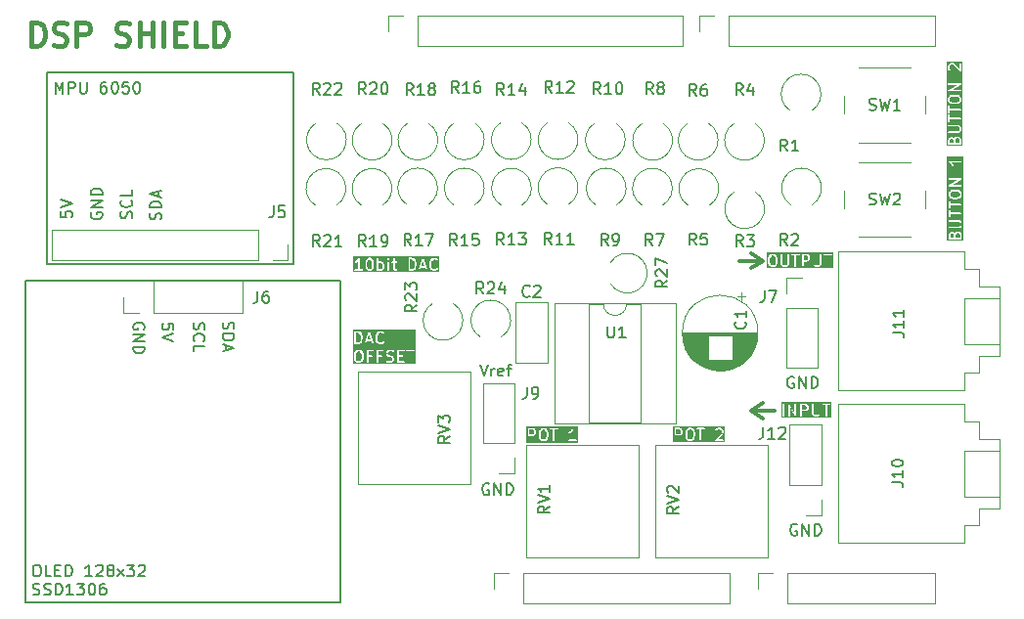
<source format=gbr>
%TF.GenerationSoftware,KiCad,Pcbnew,9.0.4*%
%TF.CreationDate,2026-02-14T19:28:01-07:00*%
%TF.ProjectId,Uno_Shield_DSP_Class_v1,556e6f5f-5368-4696-956c-645f4453505f,rev?*%
%TF.SameCoordinates,Original*%
%TF.FileFunction,Legend,Top*%
%TF.FilePolarity,Positive*%
%FSLAX46Y46*%
G04 Gerber Fmt 4.6, Leading zero omitted, Abs format (unit mm)*
G04 Created by KiCad (PCBNEW 9.0.4) date 2026-02-14 19:28:01*
%MOMM*%
%LPD*%
G01*
G04 APERTURE LIST*
%ADD10C,0.300000*%
%ADD11C,0.150000*%
%ADD12C,0.400000*%
%ADD13C,0.120000*%
G04 APERTURE END LIST*
D10*
X148938509Y-82065000D02*
X149921491Y-82753292D01*
D11*
X86060000Y-70860000D02*
X113360000Y-70860000D01*
X113360000Y-98660000D01*
X86060000Y-98660000D01*
X86060000Y-70860000D01*
D10*
X149881491Y-69120000D02*
X148898509Y-68431708D01*
X147881491Y-69120000D02*
X149881491Y-69120000D01*
X149921491Y-81435000D02*
X148938509Y-82065000D01*
X150938509Y-82065000D02*
X148938509Y-82065000D01*
X148898509Y-69750000D02*
X149881491Y-69120000D01*
D11*
X87940000Y-52820000D02*
X109270000Y-52820000D01*
X109270000Y-69360000D01*
X87940000Y-69360000D01*
X87940000Y-52820000D01*
X88666779Y-54619819D02*
X88666779Y-53619819D01*
X88666779Y-53619819D02*
X89000112Y-54334104D01*
X89000112Y-54334104D02*
X89333445Y-53619819D01*
X89333445Y-53619819D02*
X89333445Y-54619819D01*
X89809636Y-54619819D02*
X89809636Y-53619819D01*
X89809636Y-53619819D02*
X90190588Y-53619819D01*
X90190588Y-53619819D02*
X90285826Y-53667438D01*
X90285826Y-53667438D02*
X90333445Y-53715057D01*
X90333445Y-53715057D02*
X90381064Y-53810295D01*
X90381064Y-53810295D02*
X90381064Y-53953152D01*
X90381064Y-53953152D02*
X90333445Y-54048390D01*
X90333445Y-54048390D02*
X90285826Y-54096009D01*
X90285826Y-54096009D02*
X90190588Y-54143628D01*
X90190588Y-54143628D02*
X89809636Y-54143628D01*
X90809636Y-53619819D02*
X90809636Y-54429342D01*
X90809636Y-54429342D02*
X90857255Y-54524580D01*
X90857255Y-54524580D02*
X90904874Y-54572200D01*
X90904874Y-54572200D02*
X91000112Y-54619819D01*
X91000112Y-54619819D02*
X91190588Y-54619819D01*
X91190588Y-54619819D02*
X91285826Y-54572200D01*
X91285826Y-54572200D02*
X91333445Y-54524580D01*
X91333445Y-54524580D02*
X91381064Y-54429342D01*
X91381064Y-54429342D02*
X91381064Y-53619819D01*
X93047731Y-53619819D02*
X92857255Y-53619819D01*
X92857255Y-53619819D02*
X92762017Y-53667438D01*
X92762017Y-53667438D02*
X92714398Y-53715057D01*
X92714398Y-53715057D02*
X92619160Y-53857914D01*
X92619160Y-53857914D02*
X92571541Y-54048390D01*
X92571541Y-54048390D02*
X92571541Y-54429342D01*
X92571541Y-54429342D02*
X92619160Y-54524580D01*
X92619160Y-54524580D02*
X92666779Y-54572200D01*
X92666779Y-54572200D02*
X92762017Y-54619819D01*
X92762017Y-54619819D02*
X92952493Y-54619819D01*
X92952493Y-54619819D02*
X93047731Y-54572200D01*
X93047731Y-54572200D02*
X93095350Y-54524580D01*
X93095350Y-54524580D02*
X93142969Y-54429342D01*
X93142969Y-54429342D02*
X93142969Y-54191247D01*
X93142969Y-54191247D02*
X93095350Y-54096009D01*
X93095350Y-54096009D02*
X93047731Y-54048390D01*
X93047731Y-54048390D02*
X92952493Y-54000771D01*
X92952493Y-54000771D02*
X92762017Y-54000771D01*
X92762017Y-54000771D02*
X92666779Y-54048390D01*
X92666779Y-54048390D02*
X92619160Y-54096009D01*
X92619160Y-54096009D02*
X92571541Y-54191247D01*
X93762017Y-53619819D02*
X93857255Y-53619819D01*
X93857255Y-53619819D02*
X93952493Y-53667438D01*
X93952493Y-53667438D02*
X94000112Y-53715057D01*
X94000112Y-53715057D02*
X94047731Y-53810295D01*
X94047731Y-53810295D02*
X94095350Y-54000771D01*
X94095350Y-54000771D02*
X94095350Y-54238866D01*
X94095350Y-54238866D02*
X94047731Y-54429342D01*
X94047731Y-54429342D02*
X94000112Y-54524580D01*
X94000112Y-54524580D02*
X93952493Y-54572200D01*
X93952493Y-54572200D02*
X93857255Y-54619819D01*
X93857255Y-54619819D02*
X93762017Y-54619819D01*
X93762017Y-54619819D02*
X93666779Y-54572200D01*
X93666779Y-54572200D02*
X93619160Y-54524580D01*
X93619160Y-54524580D02*
X93571541Y-54429342D01*
X93571541Y-54429342D02*
X93523922Y-54238866D01*
X93523922Y-54238866D02*
X93523922Y-54000771D01*
X93523922Y-54000771D02*
X93571541Y-53810295D01*
X93571541Y-53810295D02*
X93619160Y-53715057D01*
X93619160Y-53715057D02*
X93666779Y-53667438D01*
X93666779Y-53667438D02*
X93762017Y-53619819D01*
X95000112Y-53619819D02*
X94523922Y-53619819D01*
X94523922Y-53619819D02*
X94476303Y-54096009D01*
X94476303Y-54096009D02*
X94523922Y-54048390D01*
X94523922Y-54048390D02*
X94619160Y-54000771D01*
X94619160Y-54000771D02*
X94857255Y-54000771D01*
X94857255Y-54000771D02*
X94952493Y-54048390D01*
X94952493Y-54048390D02*
X95000112Y-54096009D01*
X95000112Y-54096009D02*
X95047731Y-54191247D01*
X95047731Y-54191247D02*
X95047731Y-54429342D01*
X95047731Y-54429342D02*
X95000112Y-54524580D01*
X95000112Y-54524580D02*
X94952493Y-54572200D01*
X94952493Y-54572200D02*
X94857255Y-54619819D01*
X94857255Y-54619819D02*
X94619160Y-54619819D01*
X94619160Y-54619819D02*
X94523922Y-54572200D01*
X94523922Y-54572200D02*
X94476303Y-54524580D01*
X95666779Y-53619819D02*
X95762017Y-53619819D01*
X95762017Y-53619819D02*
X95857255Y-53667438D01*
X95857255Y-53667438D02*
X95904874Y-53715057D01*
X95904874Y-53715057D02*
X95952493Y-53810295D01*
X95952493Y-53810295D02*
X96000112Y-54000771D01*
X96000112Y-54000771D02*
X96000112Y-54238866D01*
X96000112Y-54238866D02*
X95952493Y-54429342D01*
X95952493Y-54429342D02*
X95904874Y-54524580D01*
X95904874Y-54524580D02*
X95857255Y-54572200D01*
X95857255Y-54572200D02*
X95762017Y-54619819D01*
X95762017Y-54619819D02*
X95666779Y-54619819D01*
X95666779Y-54619819D02*
X95571541Y-54572200D01*
X95571541Y-54572200D02*
X95523922Y-54524580D01*
X95523922Y-54524580D02*
X95476303Y-54429342D01*
X95476303Y-54429342D02*
X95428684Y-54238866D01*
X95428684Y-54238866D02*
X95428684Y-54000771D01*
X95428684Y-54000771D02*
X95476303Y-53810295D01*
X95476303Y-53810295D02*
X95523922Y-53715057D01*
X95523922Y-53715057D02*
X95571541Y-53667438D01*
X95571541Y-53667438D02*
X95666779Y-53619819D01*
X103182800Y-74445714D02*
X103135180Y-74588571D01*
X103135180Y-74588571D02*
X103135180Y-74826666D01*
X103135180Y-74826666D02*
X103182800Y-74921904D01*
X103182800Y-74921904D02*
X103230419Y-74969523D01*
X103230419Y-74969523D02*
X103325657Y-75017142D01*
X103325657Y-75017142D02*
X103420895Y-75017142D01*
X103420895Y-75017142D02*
X103516133Y-74969523D01*
X103516133Y-74969523D02*
X103563752Y-74921904D01*
X103563752Y-74921904D02*
X103611371Y-74826666D01*
X103611371Y-74826666D02*
X103658990Y-74636190D01*
X103658990Y-74636190D02*
X103706609Y-74540952D01*
X103706609Y-74540952D02*
X103754228Y-74493333D01*
X103754228Y-74493333D02*
X103849466Y-74445714D01*
X103849466Y-74445714D02*
X103944704Y-74445714D01*
X103944704Y-74445714D02*
X104039942Y-74493333D01*
X104039942Y-74493333D02*
X104087561Y-74540952D01*
X104087561Y-74540952D02*
X104135180Y-74636190D01*
X104135180Y-74636190D02*
X104135180Y-74874285D01*
X104135180Y-74874285D02*
X104087561Y-75017142D01*
X103135180Y-75445714D02*
X104135180Y-75445714D01*
X104135180Y-75445714D02*
X104135180Y-75683809D01*
X104135180Y-75683809D02*
X104087561Y-75826666D01*
X104087561Y-75826666D02*
X103992323Y-75921904D01*
X103992323Y-75921904D02*
X103897085Y-75969523D01*
X103897085Y-75969523D02*
X103706609Y-76017142D01*
X103706609Y-76017142D02*
X103563752Y-76017142D01*
X103563752Y-76017142D02*
X103373276Y-75969523D01*
X103373276Y-75969523D02*
X103278038Y-75921904D01*
X103278038Y-75921904D02*
X103182800Y-75826666D01*
X103182800Y-75826666D02*
X103135180Y-75683809D01*
X103135180Y-75683809D02*
X103135180Y-75445714D01*
X103420895Y-76398095D02*
X103420895Y-76874285D01*
X103135180Y-76302857D02*
X104135180Y-76636190D01*
X104135180Y-76636190D02*
X103135180Y-76969523D01*
D12*
X86609347Y-50484438D02*
X86609347Y-48484438D01*
X86609347Y-48484438D02*
X87085537Y-48484438D01*
X87085537Y-48484438D02*
X87371252Y-48579676D01*
X87371252Y-48579676D02*
X87561728Y-48770152D01*
X87561728Y-48770152D02*
X87656966Y-48960628D01*
X87656966Y-48960628D02*
X87752204Y-49341580D01*
X87752204Y-49341580D02*
X87752204Y-49627295D01*
X87752204Y-49627295D02*
X87656966Y-50008247D01*
X87656966Y-50008247D02*
X87561728Y-50198723D01*
X87561728Y-50198723D02*
X87371252Y-50389200D01*
X87371252Y-50389200D02*
X87085537Y-50484438D01*
X87085537Y-50484438D02*
X86609347Y-50484438D01*
X88514109Y-50389200D02*
X88799823Y-50484438D01*
X88799823Y-50484438D02*
X89276014Y-50484438D01*
X89276014Y-50484438D02*
X89466490Y-50389200D01*
X89466490Y-50389200D02*
X89561728Y-50293961D01*
X89561728Y-50293961D02*
X89656966Y-50103485D01*
X89656966Y-50103485D02*
X89656966Y-49913009D01*
X89656966Y-49913009D02*
X89561728Y-49722533D01*
X89561728Y-49722533D02*
X89466490Y-49627295D01*
X89466490Y-49627295D02*
X89276014Y-49532057D01*
X89276014Y-49532057D02*
X88895061Y-49436819D01*
X88895061Y-49436819D02*
X88704585Y-49341580D01*
X88704585Y-49341580D02*
X88609347Y-49246342D01*
X88609347Y-49246342D02*
X88514109Y-49055866D01*
X88514109Y-49055866D02*
X88514109Y-48865390D01*
X88514109Y-48865390D02*
X88609347Y-48674914D01*
X88609347Y-48674914D02*
X88704585Y-48579676D01*
X88704585Y-48579676D02*
X88895061Y-48484438D01*
X88895061Y-48484438D02*
X89371252Y-48484438D01*
X89371252Y-48484438D02*
X89656966Y-48579676D01*
X90514109Y-50484438D02*
X90514109Y-48484438D01*
X90514109Y-48484438D02*
X91276014Y-48484438D01*
X91276014Y-48484438D02*
X91466490Y-48579676D01*
X91466490Y-48579676D02*
X91561728Y-48674914D01*
X91561728Y-48674914D02*
X91656966Y-48865390D01*
X91656966Y-48865390D02*
X91656966Y-49151104D01*
X91656966Y-49151104D02*
X91561728Y-49341580D01*
X91561728Y-49341580D02*
X91466490Y-49436819D01*
X91466490Y-49436819D02*
X91276014Y-49532057D01*
X91276014Y-49532057D02*
X90514109Y-49532057D01*
X93942681Y-50389200D02*
X94228395Y-50484438D01*
X94228395Y-50484438D02*
X94704586Y-50484438D01*
X94704586Y-50484438D02*
X94895062Y-50389200D01*
X94895062Y-50389200D02*
X94990300Y-50293961D01*
X94990300Y-50293961D02*
X95085538Y-50103485D01*
X95085538Y-50103485D02*
X95085538Y-49913009D01*
X95085538Y-49913009D02*
X94990300Y-49722533D01*
X94990300Y-49722533D02*
X94895062Y-49627295D01*
X94895062Y-49627295D02*
X94704586Y-49532057D01*
X94704586Y-49532057D02*
X94323633Y-49436819D01*
X94323633Y-49436819D02*
X94133157Y-49341580D01*
X94133157Y-49341580D02*
X94037919Y-49246342D01*
X94037919Y-49246342D02*
X93942681Y-49055866D01*
X93942681Y-49055866D02*
X93942681Y-48865390D01*
X93942681Y-48865390D02*
X94037919Y-48674914D01*
X94037919Y-48674914D02*
X94133157Y-48579676D01*
X94133157Y-48579676D02*
X94323633Y-48484438D01*
X94323633Y-48484438D02*
X94799824Y-48484438D01*
X94799824Y-48484438D02*
X95085538Y-48579676D01*
X95942681Y-50484438D02*
X95942681Y-48484438D01*
X95942681Y-49436819D02*
X97085538Y-49436819D01*
X97085538Y-50484438D02*
X97085538Y-48484438D01*
X98037919Y-50484438D02*
X98037919Y-48484438D01*
X98990300Y-49436819D02*
X99656967Y-49436819D01*
X99942681Y-50484438D02*
X98990300Y-50484438D01*
X98990300Y-50484438D02*
X98990300Y-48484438D01*
X98990300Y-48484438D02*
X99942681Y-48484438D01*
X101752205Y-50484438D02*
X100799824Y-50484438D01*
X100799824Y-50484438D02*
X100799824Y-48484438D01*
X102418872Y-50484438D02*
X102418872Y-48484438D01*
X102418872Y-48484438D02*
X102895062Y-48484438D01*
X102895062Y-48484438D02*
X103180777Y-48579676D01*
X103180777Y-48579676D02*
X103371253Y-48770152D01*
X103371253Y-48770152D02*
X103466491Y-48960628D01*
X103466491Y-48960628D02*
X103561729Y-49341580D01*
X103561729Y-49341580D02*
X103561729Y-49627295D01*
X103561729Y-49627295D02*
X103466491Y-50008247D01*
X103466491Y-50008247D02*
X103371253Y-50198723D01*
X103371253Y-50198723D02*
X103180777Y-50389200D01*
X103180777Y-50389200D02*
X102895062Y-50484438D01*
X102895062Y-50484438D02*
X102418872Y-50484438D01*
D11*
G36*
X115968906Y-69024077D02*
G01*
X115999313Y-69054484D01*
X116037806Y-69131471D01*
X116081190Y-69305005D01*
X116081190Y-69524632D01*
X116037806Y-69698166D01*
X115999312Y-69775153D01*
X115968905Y-69805561D01*
X115900390Y-69839819D01*
X115840562Y-69839819D01*
X115772046Y-69805561D01*
X115741639Y-69775153D01*
X115703145Y-69698166D01*
X115659762Y-69524632D01*
X115659762Y-69305005D01*
X115703145Y-69131471D01*
X115741639Y-69054484D01*
X115772046Y-69024077D01*
X115840562Y-68989819D01*
X115900390Y-68989819D01*
X115968906Y-69024077D01*
G37*
G36*
X116921287Y-69357410D02*
G01*
X116951694Y-69387817D01*
X116985952Y-69456333D01*
X116985952Y-69706637D01*
X116951693Y-69775153D01*
X116921286Y-69805561D01*
X116852771Y-69839819D01*
X116697705Y-69839819D01*
X116659762Y-69820847D01*
X116659762Y-69342123D01*
X116697705Y-69323152D01*
X116852771Y-69323152D01*
X116921287Y-69357410D01*
G37*
G36*
X119639486Y-69027990D02*
G01*
X119713599Y-69102103D01*
X119752092Y-69179090D01*
X119795476Y-69352624D01*
X119795476Y-69477013D01*
X119752092Y-69650547D01*
X119713598Y-69727534D01*
X119639486Y-69801647D01*
X119524973Y-69839819D01*
X119374048Y-69839819D01*
X119374048Y-68989819D01*
X119524973Y-68989819D01*
X119639486Y-69027990D01*
G37*
G36*
X120623562Y-69554104D02*
G01*
X120355486Y-69554104D01*
X120489524Y-69151989D01*
X120623562Y-69554104D01*
G37*
G36*
X121912289Y-70100930D02*
G01*
X114446859Y-70100930D01*
X114446859Y-69191152D01*
X114557970Y-69191152D01*
X114560044Y-69220342D01*
X114573131Y-69246517D01*
X114595239Y-69265690D01*
X114623000Y-69274944D01*
X114652190Y-69272870D01*
X114665922Y-69267615D01*
X114761160Y-69219996D01*
X114767459Y-69216031D01*
X114769287Y-69215274D01*
X114771343Y-69213585D01*
X114773603Y-69212164D01*
X114774902Y-69210665D01*
X114780652Y-69205947D01*
X114843095Y-69143504D01*
X114843095Y-69839819D01*
X114632381Y-69839819D01*
X114617749Y-69841260D01*
X114590713Y-69852459D01*
X114570021Y-69873151D01*
X114558822Y-69900187D01*
X114558822Y-69929451D01*
X114570021Y-69956487D01*
X114590713Y-69977179D01*
X114617749Y-69988378D01*
X114632381Y-69989819D01*
X115203809Y-69989819D01*
X115218441Y-69988378D01*
X115245477Y-69977179D01*
X115266169Y-69956487D01*
X115277368Y-69929451D01*
X115277368Y-69900187D01*
X115266169Y-69873151D01*
X115245477Y-69852459D01*
X115218441Y-69841260D01*
X115203809Y-69839819D01*
X114993095Y-69839819D01*
X114993095Y-69295771D01*
X115509762Y-69295771D01*
X115509762Y-69533866D01*
X115510013Y-69536419D01*
X115509851Y-69537512D01*
X115510660Y-69542985D01*
X115511203Y-69548498D01*
X115511625Y-69549519D01*
X115512001Y-69552056D01*
X115559620Y-69742532D01*
X115560005Y-69743611D01*
X115560044Y-69744151D01*
X115562371Y-69750232D01*
X115564567Y-69756378D01*
X115564889Y-69756813D01*
X115565299Y-69757883D01*
X115612918Y-69853121D01*
X115616881Y-69859417D01*
X115617639Y-69861247D01*
X115619328Y-69863305D01*
X115620750Y-69865564D01*
X115622248Y-69866863D01*
X115626966Y-69872612D01*
X115674585Y-69920232D01*
X115680334Y-69924950D01*
X115681635Y-69926450D01*
X115683894Y-69927872D01*
X115685951Y-69929560D01*
X115687778Y-69930317D01*
X115694078Y-69934282D01*
X115789316Y-69981901D01*
X115803047Y-69987156D01*
X115805736Y-69987347D01*
X115808225Y-69988378D01*
X115822857Y-69989819D01*
X115918095Y-69989819D01*
X115932727Y-69988378D01*
X115935216Y-69987346D01*
X115937904Y-69987156D01*
X115951636Y-69981901D01*
X116046874Y-69934282D01*
X116053173Y-69930317D01*
X116055001Y-69929560D01*
X116057057Y-69927872D01*
X116059317Y-69926450D01*
X116060617Y-69924950D01*
X116066367Y-69920232D01*
X116113985Y-69872613D01*
X116118703Y-69866863D01*
X116120202Y-69865564D01*
X116121623Y-69863305D01*
X116123313Y-69861247D01*
X116124070Y-69859417D01*
X116128034Y-69853121D01*
X116175653Y-69757883D01*
X116176062Y-69756813D01*
X116176385Y-69756378D01*
X116178577Y-69750241D01*
X116180908Y-69744152D01*
X116180946Y-69743611D01*
X116181332Y-69742532D01*
X116228951Y-69552056D01*
X116229326Y-69549519D01*
X116229749Y-69548498D01*
X116230291Y-69542985D01*
X116231101Y-69537512D01*
X116230938Y-69536419D01*
X116231190Y-69533866D01*
X116231190Y-69295771D01*
X116230938Y-69293217D01*
X116231101Y-69292125D01*
X116230291Y-69286651D01*
X116229749Y-69281139D01*
X116229326Y-69280117D01*
X116228951Y-69277581D01*
X116181332Y-69087105D01*
X116180946Y-69086025D01*
X116180908Y-69085485D01*
X116178577Y-69079395D01*
X116176385Y-69073259D01*
X116176062Y-69072823D01*
X116175653Y-69071754D01*
X116128034Y-68976516D01*
X116124069Y-68970216D01*
X116123312Y-68968389D01*
X116121623Y-68966332D01*
X116120202Y-68964073D01*
X116118703Y-68962773D01*
X116113985Y-68957024D01*
X116071780Y-68914819D01*
X116509762Y-68914819D01*
X116509762Y-69914819D01*
X116511203Y-69929451D01*
X116522402Y-69956487D01*
X116543094Y-69977179D01*
X116570130Y-69988378D01*
X116599394Y-69988378D01*
X116626430Y-69977179D01*
X116629958Y-69973650D01*
X116646459Y-69981901D01*
X116660190Y-69987156D01*
X116662879Y-69987347D01*
X116665368Y-69988378D01*
X116680000Y-69989819D01*
X116870476Y-69989819D01*
X116885108Y-69988378D01*
X116887597Y-69987346D01*
X116890285Y-69987156D01*
X116904017Y-69981901D01*
X116999255Y-69934282D01*
X117005554Y-69930317D01*
X117007382Y-69929560D01*
X117009438Y-69927872D01*
X117011698Y-69926450D01*
X117012998Y-69924950D01*
X117018748Y-69920232D01*
X117066366Y-69872613D01*
X117071084Y-69866863D01*
X117072583Y-69865564D01*
X117074004Y-69863305D01*
X117075694Y-69861247D01*
X117076451Y-69859417D01*
X117080415Y-69853121D01*
X117128034Y-69757883D01*
X117133289Y-69744152D01*
X117133480Y-69741462D01*
X117134511Y-69738974D01*
X117135952Y-69724342D01*
X117135952Y-69438628D01*
X117134511Y-69423996D01*
X117133480Y-69421507D01*
X117133289Y-69418818D01*
X117128034Y-69405087D01*
X117080415Y-69309849D01*
X117076450Y-69303549D01*
X117075693Y-69301722D01*
X117074004Y-69299665D01*
X117072583Y-69297406D01*
X117071084Y-69296106D01*
X117066366Y-69290357D01*
X117024161Y-69248152D01*
X117414524Y-69248152D01*
X117414524Y-69914819D01*
X117415965Y-69929451D01*
X117427164Y-69956487D01*
X117447856Y-69977179D01*
X117474892Y-69988378D01*
X117504156Y-69988378D01*
X117531192Y-69977179D01*
X117551884Y-69956487D01*
X117563083Y-69929451D01*
X117564524Y-69914819D01*
X117564524Y-69248152D01*
X117563083Y-69233520D01*
X117749298Y-69233520D01*
X117749298Y-69262784D01*
X117760497Y-69289820D01*
X117781189Y-69310512D01*
X117808225Y-69321711D01*
X117822857Y-69323152D01*
X117890714Y-69323152D01*
X117890714Y-69771961D01*
X117892155Y-69786593D01*
X117893186Y-69789082D01*
X117893377Y-69791770D01*
X117898632Y-69805502D01*
X117946251Y-69900741D01*
X117947791Y-69903187D01*
X117948176Y-69904342D01*
X117949422Y-69905779D01*
X117954083Y-69913183D01*
X117961185Y-69919342D01*
X117967349Y-69926450D01*
X117974754Y-69931111D01*
X117976191Y-69932357D01*
X117977344Y-69932741D01*
X117979792Y-69934282D01*
X118075030Y-69981901D01*
X118088761Y-69987156D01*
X118091450Y-69987347D01*
X118093939Y-69988378D01*
X118108571Y-69989819D01*
X118203809Y-69989819D01*
X118218441Y-69988378D01*
X118245477Y-69977179D01*
X118266169Y-69956487D01*
X118277368Y-69929451D01*
X118277368Y-69900187D01*
X118266169Y-69873151D01*
X118245477Y-69852459D01*
X118218441Y-69841260D01*
X118203809Y-69839819D01*
X118126276Y-69839819D01*
X118069234Y-69811298D01*
X118040714Y-69754256D01*
X118040714Y-69323152D01*
X118203809Y-69323152D01*
X118218441Y-69321711D01*
X118245477Y-69310512D01*
X118266169Y-69289820D01*
X118277368Y-69262784D01*
X118277368Y-69233520D01*
X118266169Y-69206484D01*
X118245477Y-69185792D01*
X118218441Y-69174593D01*
X118203809Y-69173152D01*
X118040714Y-69173152D01*
X118040714Y-68914819D01*
X119224048Y-68914819D01*
X119224048Y-69914819D01*
X119225489Y-69929451D01*
X119236688Y-69956487D01*
X119257380Y-69977179D01*
X119284416Y-69988378D01*
X119299048Y-69989819D01*
X119537143Y-69989819D01*
X119544548Y-69989089D01*
X119546523Y-69989230D01*
X119549120Y-69988639D01*
X119551775Y-69988378D01*
X119553606Y-69987619D01*
X119560860Y-69985970D01*
X119703717Y-69938351D01*
X119717142Y-69932357D01*
X119719177Y-69930591D01*
X119721668Y-69929560D01*
X119733033Y-69920233D01*
X119747827Y-69905439D01*
X120081780Y-69905439D01*
X120083855Y-69934629D01*
X120096941Y-69960802D01*
X120119048Y-69979976D01*
X120146811Y-69989230D01*
X120176001Y-69987155D01*
X120202174Y-69974069D01*
X120221348Y-69951962D01*
X120227342Y-69938536D01*
X120305486Y-69704104D01*
X120673562Y-69704104D01*
X120751706Y-69938536D01*
X120757700Y-69951961D01*
X120776874Y-69974068D01*
X120803047Y-69987155D01*
X120832237Y-69989230D01*
X120859999Y-69979976D01*
X120882107Y-69960802D01*
X120895193Y-69934628D01*
X120897268Y-69905438D01*
X120894008Y-69891102D01*
X120711438Y-69343390D01*
X121033572Y-69343390D01*
X121033572Y-69486247D01*
X121033823Y-69488800D01*
X121033661Y-69489893D01*
X121034470Y-69495366D01*
X121035013Y-69500879D01*
X121035435Y-69501900D01*
X121035811Y-69504437D01*
X121083430Y-69694913D01*
X121083815Y-69695992D01*
X121083854Y-69696532D01*
X121086181Y-69702613D01*
X121088377Y-69708759D01*
X121088699Y-69709194D01*
X121089109Y-69710264D01*
X121136728Y-69805502D01*
X121140691Y-69811798D01*
X121141449Y-69813628D01*
X121143138Y-69815686D01*
X121144560Y-69817945D01*
X121146058Y-69819244D01*
X121150777Y-69824994D01*
X121246015Y-69920233D01*
X121257380Y-69929561D01*
X121259870Y-69930592D01*
X121261905Y-69932357D01*
X121275331Y-69938351D01*
X121418187Y-69985970D01*
X121425442Y-69987619D01*
X121427273Y-69988378D01*
X121429926Y-69988639D01*
X121432524Y-69989230D01*
X121434498Y-69989089D01*
X121441905Y-69989819D01*
X121537143Y-69989819D01*
X121544548Y-69989089D01*
X121546523Y-69989230D01*
X121549120Y-69988639D01*
X121551775Y-69988378D01*
X121553606Y-69987619D01*
X121560860Y-69985970D01*
X121703717Y-69938351D01*
X121717142Y-69932357D01*
X121719177Y-69930591D01*
X121721668Y-69929560D01*
X121733034Y-69920232D01*
X121780652Y-69872613D01*
X121789980Y-69861247D01*
X121801178Y-69834211D01*
X121801178Y-69804948D01*
X121789979Y-69777912D01*
X121769286Y-69757219D01*
X121742250Y-69746021D01*
X121712987Y-69746021D01*
X121685951Y-69757220D01*
X121674585Y-69766548D01*
X121639486Y-69801647D01*
X121524973Y-69839819D01*
X121454075Y-69839819D01*
X121339562Y-69801648D01*
X121265449Y-69727534D01*
X121226955Y-69650547D01*
X121183572Y-69477013D01*
X121183572Y-69352624D01*
X121226955Y-69179090D01*
X121265449Y-69102103D01*
X121339562Y-69027990D01*
X121454075Y-68989819D01*
X121524973Y-68989819D01*
X121639486Y-69027990D01*
X121674586Y-69063090D01*
X121685951Y-69072417D01*
X121712987Y-69083616D01*
X121742250Y-69083616D01*
X121769286Y-69072417D01*
X121789979Y-69051724D01*
X121801178Y-69024688D01*
X121801178Y-68995425D01*
X121789979Y-68968389D01*
X121780652Y-68957024D01*
X121733033Y-68909405D01*
X121721668Y-68900078D01*
X121719177Y-68899046D01*
X121717142Y-68897281D01*
X121703717Y-68891287D01*
X121560860Y-68843668D01*
X121553606Y-68842018D01*
X121551775Y-68841260D01*
X121549120Y-68840998D01*
X121546523Y-68840408D01*
X121544548Y-68840548D01*
X121537143Y-68839819D01*
X121441905Y-68839819D01*
X121434498Y-68840548D01*
X121432524Y-68840408D01*
X121429926Y-68840998D01*
X121427273Y-68841260D01*
X121425442Y-68842018D01*
X121418187Y-68843668D01*
X121275331Y-68891287D01*
X121261905Y-68897281D01*
X121259870Y-68899045D01*
X121257380Y-68900077D01*
X121246015Y-68909405D01*
X121150777Y-69004643D01*
X121146058Y-69010392D01*
X121144560Y-69011692D01*
X121143138Y-69013951D01*
X121141450Y-69016008D01*
X121140692Y-69017835D01*
X121136728Y-69024135D01*
X121089109Y-69119373D01*
X121088699Y-69120442D01*
X121088377Y-69120878D01*
X121086191Y-69126997D01*
X121083854Y-69133105D01*
X121083815Y-69133644D01*
X121083430Y-69134724D01*
X121035811Y-69325200D01*
X121035435Y-69327736D01*
X121035013Y-69328758D01*
X121034470Y-69334270D01*
X121033661Y-69339744D01*
X121033823Y-69340836D01*
X121033572Y-69343390D01*
X120711438Y-69343390D01*
X120560675Y-68891102D01*
X120554681Y-68877676D01*
X120551169Y-68873627D01*
X120548774Y-68868836D01*
X120541670Y-68862674D01*
X120535507Y-68855569D01*
X120530713Y-68853172D01*
X120526666Y-68849662D01*
X120517744Y-68846688D01*
X120509334Y-68842483D01*
X120503989Y-68842103D01*
X120498904Y-68840408D01*
X120489524Y-68841074D01*
X120480144Y-68840408D01*
X120475058Y-68842103D01*
X120469714Y-68842483D01*
X120461306Y-68846687D01*
X120452381Y-68849662D01*
X120448330Y-68853175D01*
X120443541Y-68855570D01*
X120437382Y-68862670D01*
X120430274Y-68868836D01*
X120427877Y-68873629D01*
X120424367Y-68877677D01*
X120418373Y-68891102D01*
X120085040Y-69891102D01*
X120081780Y-69905439D01*
X119747827Y-69905439D01*
X119828272Y-69824993D01*
X119832989Y-69819244D01*
X119834488Y-69817945D01*
X119835909Y-69815686D01*
X119837599Y-69813628D01*
X119838356Y-69811798D01*
X119842320Y-69805502D01*
X119889939Y-69710264D01*
X119890348Y-69709194D01*
X119890671Y-69708759D01*
X119892863Y-69702622D01*
X119895194Y-69696533D01*
X119895232Y-69695992D01*
X119895618Y-69694913D01*
X119943237Y-69504437D01*
X119943612Y-69501900D01*
X119944035Y-69500879D01*
X119944577Y-69495366D01*
X119945387Y-69489893D01*
X119945224Y-69488800D01*
X119945476Y-69486247D01*
X119945476Y-69343390D01*
X119945224Y-69340836D01*
X119945387Y-69339744D01*
X119944577Y-69334270D01*
X119944035Y-69328758D01*
X119943612Y-69327736D01*
X119943237Y-69325200D01*
X119895618Y-69134724D01*
X119895232Y-69133644D01*
X119895194Y-69133104D01*
X119892857Y-69126997D01*
X119890671Y-69120878D01*
X119890348Y-69120442D01*
X119889939Y-69119373D01*
X119842320Y-69024135D01*
X119838357Y-69017840D01*
X119837599Y-69016008D01*
X119835907Y-69013946D01*
X119834488Y-69011692D01*
X119832991Y-69010393D01*
X119828271Y-69004643D01*
X119733033Y-68909405D01*
X119721668Y-68900078D01*
X119719177Y-68899046D01*
X119717142Y-68897281D01*
X119703717Y-68891287D01*
X119560860Y-68843668D01*
X119553606Y-68842018D01*
X119551775Y-68841260D01*
X119549120Y-68840998D01*
X119546523Y-68840408D01*
X119544548Y-68840548D01*
X119537143Y-68839819D01*
X119299048Y-68839819D01*
X119284416Y-68841260D01*
X119257380Y-68852459D01*
X119236688Y-68873151D01*
X119225489Y-68900187D01*
X119224048Y-68914819D01*
X118040714Y-68914819D01*
X118039273Y-68900187D01*
X118028074Y-68873151D01*
X118007382Y-68852459D01*
X117980346Y-68841260D01*
X117951082Y-68841260D01*
X117924046Y-68852459D01*
X117903354Y-68873151D01*
X117892155Y-68900187D01*
X117890714Y-68914819D01*
X117890714Y-69173152D01*
X117822857Y-69173152D01*
X117808225Y-69174593D01*
X117781189Y-69185792D01*
X117760497Y-69206484D01*
X117749298Y-69233520D01*
X117563083Y-69233520D01*
X117551884Y-69206484D01*
X117531192Y-69185792D01*
X117504156Y-69174593D01*
X117474892Y-69174593D01*
X117447856Y-69185792D01*
X117427164Y-69206484D01*
X117415965Y-69233520D01*
X117414524Y-69248152D01*
X117024161Y-69248152D01*
X117018747Y-69242738D01*
X117012997Y-69238019D01*
X117011698Y-69236521D01*
X117009438Y-69235099D01*
X117007382Y-69233411D01*
X117005554Y-69232653D01*
X116999255Y-69228689D01*
X116904017Y-69181070D01*
X116890285Y-69175815D01*
X116887597Y-69175624D01*
X116885108Y-69174593D01*
X116870476Y-69173152D01*
X116680000Y-69173152D01*
X116665368Y-69174593D01*
X116662879Y-69175623D01*
X116660190Y-69175815D01*
X116659762Y-69175978D01*
X116659762Y-68947807D01*
X117368346Y-68947807D01*
X117368346Y-68977069D01*
X117379545Y-69004106D01*
X117388872Y-69015471D01*
X117436491Y-69063090D01*
X117447856Y-69072417D01*
X117474892Y-69083616D01*
X117474893Y-69083616D01*
X117504155Y-69083616D01*
X117504156Y-69083616D01*
X117531192Y-69072417D01*
X117542557Y-69063090D01*
X117590176Y-69015471D01*
X117599503Y-69004106D01*
X117610702Y-68977070D01*
X117610702Y-68947807D01*
X117605244Y-68934629D01*
X117599503Y-68920770D01*
X117590176Y-68909405D01*
X117542557Y-68861786D01*
X117531192Y-68852459D01*
X117504156Y-68841260D01*
X117504155Y-68841260D01*
X117474892Y-68841260D01*
X117447856Y-68852459D01*
X117436491Y-68861786D01*
X117388872Y-68909405D01*
X117379545Y-68920770D01*
X117368346Y-68947807D01*
X116659762Y-68947807D01*
X116659762Y-68914819D01*
X116658321Y-68900187D01*
X116647122Y-68873151D01*
X116626430Y-68852459D01*
X116599394Y-68841260D01*
X116570130Y-68841260D01*
X116543094Y-68852459D01*
X116522402Y-68873151D01*
X116511203Y-68900187D01*
X116509762Y-68914819D01*
X116071780Y-68914819D01*
X116066366Y-68909405D01*
X116060616Y-68904686D01*
X116059317Y-68903188D01*
X116057057Y-68901766D01*
X116055001Y-68900078D01*
X116053173Y-68899320D01*
X116046874Y-68895356D01*
X115951636Y-68847737D01*
X115937904Y-68842482D01*
X115935216Y-68842291D01*
X115932727Y-68841260D01*
X115918095Y-68839819D01*
X115822857Y-68839819D01*
X115808225Y-68841260D01*
X115805736Y-68842290D01*
X115803047Y-68842482D01*
X115789316Y-68847737D01*
X115694078Y-68895356D01*
X115687778Y-68899320D01*
X115685951Y-68900078D01*
X115683894Y-68901766D01*
X115681635Y-68903188D01*
X115680335Y-68904686D01*
X115674586Y-68909405D01*
X115626967Y-68957024D01*
X115622248Y-68962773D01*
X115620750Y-68964073D01*
X115619328Y-68966332D01*
X115617640Y-68968389D01*
X115616882Y-68970216D01*
X115612918Y-68976516D01*
X115565299Y-69071754D01*
X115564889Y-69072823D01*
X115564567Y-69073259D01*
X115562371Y-69079404D01*
X115560044Y-69085486D01*
X115560005Y-69086025D01*
X115559620Y-69087105D01*
X115512001Y-69277581D01*
X115511625Y-69280117D01*
X115511203Y-69281139D01*
X115510660Y-69286651D01*
X115509851Y-69292125D01*
X115510013Y-69293217D01*
X115509762Y-69295771D01*
X114993095Y-69295771D01*
X114993095Y-68914819D01*
X114993089Y-68914766D01*
X114993095Y-68914740D01*
X114993079Y-68914663D01*
X114991654Y-68900187D01*
X114988812Y-68893326D01*
X114987356Y-68886045D01*
X114983266Y-68879938D01*
X114980455Y-68873151D01*
X114975206Y-68867902D01*
X114971073Y-68861730D01*
X114964956Y-68857652D01*
X114959763Y-68852459D01*
X114952903Y-68849617D01*
X114946724Y-68845498D01*
X114939515Y-68844072D01*
X114932727Y-68841260D01*
X114925300Y-68841260D01*
X114918016Y-68839819D01*
X114910811Y-68841260D01*
X114903463Y-68841260D01*
X114896602Y-68844101D01*
X114889322Y-68845558D01*
X114883216Y-68849646D01*
X114876427Y-68852459D01*
X114871176Y-68857709D01*
X114865007Y-68861841D01*
X114855786Y-68873099D01*
X114855735Y-68873151D01*
X114855725Y-68873173D01*
X114855691Y-68873216D01*
X114764571Y-69009896D01*
X114683192Y-69091275D01*
X114598840Y-69133451D01*
X114586397Y-69141283D01*
X114567224Y-69163391D01*
X114557970Y-69191152D01*
X114446859Y-69191152D01*
X114446859Y-68728708D01*
X121912289Y-68728708D01*
X121912289Y-70100930D01*
G37*
X152588095Y-79172438D02*
X152492857Y-79124819D01*
X152492857Y-79124819D02*
X152350000Y-79124819D01*
X152350000Y-79124819D02*
X152207143Y-79172438D01*
X152207143Y-79172438D02*
X152111905Y-79267676D01*
X152111905Y-79267676D02*
X152064286Y-79362914D01*
X152064286Y-79362914D02*
X152016667Y-79553390D01*
X152016667Y-79553390D02*
X152016667Y-79696247D01*
X152016667Y-79696247D02*
X152064286Y-79886723D01*
X152064286Y-79886723D02*
X152111905Y-79981961D01*
X152111905Y-79981961D02*
X152207143Y-80077200D01*
X152207143Y-80077200D02*
X152350000Y-80124819D01*
X152350000Y-80124819D02*
X152445238Y-80124819D01*
X152445238Y-80124819D02*
X152588095Y-80077200D01*
X152588095Y-80077200D02*
X152635714Y-80029580D01*
X152635714Y-80029580D02*
X152635714Y-79696247D01*
X152635714Y-79696247D02*
X152445238Y-79696247D01*
X153064286Y-80124819D02*
X153064286Y-79124819D01*
X153064286Y-79124819D02*
X153635714Y-80124819D01*
X153635714Y-80124819D02*
X153635714Y-79124819D01*
X154111905Y-80124819D02*
X154111905Y-79124819D01*
X154111905Y-79124819D02*
X154350000Y-79124819D01*
X154350000Y-79124819D02*
X154492857Y-79172438D01*
X154492857Y-79172438D02*
X154588095Y-79267676D01*
X154588095Y-79267676D02*
X154635714Y-79362914D01*
X154635714Y-79362914D02*
X154683333Y-79553390D01*
X154683333Y-79553390D02*
X154683333Y-79696247D01*
X154683333Y-79696247D02*
X154635714Y-79886723D01*
X154635714Y-79886723D02*
X154588095Y-79981961D01*
X154588095Y-79981961D02*
X154492857Y-80077200D01*
X154492857Y-80077200D02*
X154350000Y-80124819D01*
X154350000Y-80124819D02*
X154111905Y-80124819D01*
X91772438Y-64941904D02*
X91724819Y-65037142D01*
X91724819Y-65037142D02*
X91724819Y-65179999D01*
X91724819Y-65179999D02*
X91772438Y-65322856D01*
X91772438Y-65322856D02*
X91867676Y-65418094D01*
X91867676Y-65418094D02*
X91962914Y-65465713D01*
X91962914Y-65465713D02*
X92153390Y-65513332D01*
X92153390Y-65513332D02*
X92296247Y-65513332D01*
X92296247Y-65513332D02*
X92486723Y-65465713D01*
X92486723Y-65465713D02*
X92581961Y-65418094D01*
X92581961Y-65418094D02*
X92677200Y-65322856D01*
X92677200Y-65322856D02*
X92724819Y-65179999D01*
X92724819Y-65179999D02*
X92724819Y-65084761D01*
X92724819Y-65084761D02*
X92677200Y-64941904D01*
X92677200Y-64941904D02*
X92629580Y-64894285D01*
X92629580Y-64894285D02*
X92296247Y-64894285D01*
X92296247Y-64894285D02*
X92296247Y-65084761D01*
X92724819Y-64465713D02*
X91724819Y-64465713D01*
X91724819Y-64465713D02*
X92724819Y-63894285D01*
X92724819Y-63894285D02*
X91724819Y-63894285D01*
X92724819Y-63418094D02*
X91724819Y-63418094D01*
X91724819Y-63418094D02*
X91724819Y-63179999D01*
X91724819Y-63179999D02*
X91772438Y-63037142D01*
X91772438Y-63037142D02*
X91867676Y-62941904D01*
X91867676Y-62941904D02*
X91962914Y-62894285D01*
X91962914Y-62894285D02*
X92153390Y-62846666D01*
X92153390Y-62846666D02*
X92296247Y-62846666D01*
X92296247Y-62846666D02*
X92486723Y-62894285D01*
X92486723Y-62894285D02*
X92581961Y-62941904D01*
X92581961Y-62941904D02*
X92677200Y-63037142D01*
X92677200Y-63037142D02*
X92724819Y-63179999D01*
X92724819Y-63179999D02*
X92724819Y-63418094D01*
X96347561Y-75028095D02*
X96395180Y-74932857D01*
X96395180Y-74932857D02*
X96395180Y-74790000D01*
X96395180Y-74790000D02*
X96347561Y-74647143D01*
X96347561Y-74647143D02*
X96252323Y-74551905D01*
X96252323Y-74551905D02*
X96157085Y-74504286D01*
X96157085Y-74504286D02*
X95966609Y-74456667D01*
X95966609Y-74456667D02*
X95823752Y-74456667D01*
X95823752Y-74456667D02*
X95633276Y-74504286D01*
X95633276Y-74504286D02*
X95538038Y-74551905D01*
X95538038Y-74551905D02*
X95442800Y-74647143D01*
X95442800Y-74647143D02*
X95395180Y-74790000D01*
X95395180Y-74790000D02*
X95395180Y-74885238D01*
X95395180Y-74885238D02*
X95442800Y-75028095D01*
X95442800Y-75028095D02*
X95490419Y-75075714D01*
X95490419Y-75075714D02*
X95823752Y-75075714D01*
X95823752Y-75075714D02*
X95823752Y-74885238D01*
X95395180Y-75504286D02*
X96395180Y-75504286D01*
X96395180Y-75504286D02*
X95395180Y-76075714D01*
X95395180Y-76075714D02*
X96395180Y-76075714D01*
X95395180Y-76551905D02*
X96395180Y-76551905D01*
X96395180Y-76551905D02*
X96395180Y-76790000D01*
X96395180Y-76790000D02*
X96347561Y-76932857D01*
X96347561Y-76932857D02*
X96252323Y-77028095D01*
X96252323Y-77028095D02*
X96157085Y-77075714D01*
X96157085Y-77075714D02*
X95966609Y-77123333D01*
X95966609Y-77123333D02*
X95823752Y-77123333D01*
X95823752Y-77123333D02*
X95633276Y-77075714D01*
X95633276Y-77075714D02*
X95538038Y-77028095D01*
X95538038Y-77028095D02*
X95442800Y-76932857D01*
X95442800Y-76932857D02*
X95395180Y-76790000D01*
X95395180Y-76790000D02*
X95395180Y-76551905D01*
G36*
X153647001Y-81644077D02*
G01*
X153677408Y-81674484D01*
X153711666Y-81743000D01*
X153711666Y-81850447D01*
X153677408Y-81918963D01*
X153647001Y-81949370D01*
X153578485Y-81983628D01*
X153290238Y-81983628D01*
X153290238Y-81609819D01*
X153578485Y-81609819D01*
X153647001Y-81644077D01*
G37*
G36*
X155876098Y-82720930D02*
G01*
X151505318Y-82720930D01*
X151505318Y-81534819D01*
X151616429Y-81534819D01*
X151616429Y-82534819D01*
X151617870Y-82549451D01*
X151629069Y-82576487D01*
X151649761Y-82597179D01*
X151676797Y-82608378D01*
X151706061Y-82608378D01*
X151733097Y-82597179D01*
X151753789Y-82576487D01*
X151764988Y-82549451D01*
X151766429Y-82534819D01*
X151766429Y-81534819D01*
X152092619Y-81534819D01*
X152092619Y-82534819D01*
X152094060Y-82549451D01*
X152105259Y-82576487D01*
X152125951Y-82597179D01*
X152152987Y-82608378D01*
X152182251Y-82608378D01*
X152209287Y-82597179D01*
X152229979Y-82576487D01*
X152241178Y-82549451D01*
X152242619Y-82534819D01*
X152242619Y-81817235D01*
X152673929Y-82572030D01*
X152676118Y-82575114D01*
X152676687Y-82576487D01*
X152678084Y-82577884D01*
X152682439Y-82584019D01*
X152690327Y-82590127D01*
X152697379Y-82597179D01*
X152701797Y-82599009D01*
X152705577Y-82601936D01*
X152715198Y-82604560D01*
X152724415Y-82608378D01*
X152729196Y-82608378D01*
X152733808Y-82609636D01*
X152743705Y-82608378D01*
X152753679Y-82608378D01*
X152758094Y-82606548D01*
X152762838Y-82605946D01*
X152771502Y-82600995D01*
X152780715Y-82597179D01*
X152784093Y-82593800D01*
X152788247Y-82591427D01*
X152794356Y-82583537D01*
X152801407Y-82576487D01*
X152803236Y-82572070D01*
X152806164Y-82568290D01*
X152808788Y-82558666D01*
X152812606Y-82549451D01*
X152813342Y-82541968D01*
X152813864Y-82540058D01*
X152813676Y-82538582D01*
X152814047Y-82534819D01*
X152814047Y-81534819D01*
X153140238Y-81534819D01*
X153140238Y-82534819D01*
X153141679Y-82549451D01*
X153152878Y-82576487D01*
X153173570Y-82597179D01*
X153200606Y-82608378D01*
X153229870Y-82608378D01*
X153256906Y-82597179D01*
X153277598Y-82576487D01*
X153288797Y-82549451D01*
X153290238Y-82534819D01*
X153290238Y-82133628D01*
X153596190Y-82133628D01*
X153610822Y-82132187D01*
X153613311Y-82131155D01*
X153615999Y-82130965D01*
X153629731Y-82125710D01*
X153724969Y-82078091D01*
X153731268Y-82074126D01*
X153733096Y-82073369D01*
X153735152Y-82071680D01*
X153737412Y-82070259D01*
X153738711Y-82068760D01*
X153744461Y-82064042D01*
X153792080Y-82016423D01*
X153796798Y-82010673D01*
X153798297Y-82009374D01*
X153799718Y-82007114D01*
X153801407Y-82005058D01*
X153802164Y-82003230D01*
X153806129Y-81996931D01*
X153853748Y-81901693D01*
X153859003Y-81887962D01*
X153859194Y-81885272D01*
X153860225Y-81882784D01*
X153861666Y-81868152D01*
X153861666Y-81725295D01*
X153860225Y-81710663D01*
X153859194Y-81708174D01*
X153859003Y-81705485D01*
X153853748Y-81691754D01*
X153806129Y-81596516D01*
X153802164Y-81590216D01*
X153801407Y-81588389D01*
X153799718Y-81586332D01*
X153798297Y-81584073D01*
X153796798Y-81582773D01*
X153792080Y-81577024D01*
X153749875Y-81534819D01*
X154140238Y-81534819D01*
X154140238Y-82344342D01*
X154141679Y-82358974D01*
X154142710Y-82361463D01*
X154142901Y-82364151D01*
X154148156Y-82377883D01*
X154195775Y-82473121D01*
X154199738Y-82479417D01*
X154200496Y-82481247D01*
X154202185Y-82483305D01*
X154203607Y-82485564D01*
X154205105Y-82486863D01*
X154209823Y-82492612D01*
X154257442Y-82540232D01*
X154263191Y-82544950D01*
X154264492Y-82546450D01*
X154266751Y-82547872D01*
X154268808Y-82549560D01*
X154270635Y-82550317D01*
X154276935Y-82554282D01*
X154372173Y-82601901D01*
X154385904Y-82607156D01*
X154388593Y-82607347D01*
X154391082Y-82608378D01*
X154405714Y-82609819D01*
X154596190Y-82609819D01*
X154610822Y-82608378D01*
X154613311Y-82607346D01*
X154615999Y-82607156D01*
X154629731Y-82601901D01*
X154724969Y-82554282D01*
X154731268Y-82550317D01*
X154733096Y-82549560D01*
X154735152Y-82547872D01*
X154737412Y-82546450D01*
X154738712Y-82544950D01*
X154744462Y-82540232D01*
X154792080Y-82492613D01*
X154796798Y-82486863D01*
X154798297Y-82485564D01*
X154799718Y-82483305D01*
X154801408Y-82481247D01*
X154802165Y-82479417D01*
X154806129Y-82473121D01*
X154853748Y-82377883D01*
X154859003Y-82364152D01*
X154859194Y-82361462D01*
X154860225Y-82358974D01*
X154861666Y-82344342D01*
X154861666Y-81534819D01*
X154860225Y-81520187D01*
X155046441Y-81520187D01*
X155046441Y-81549451D01*
X155057640Y-81576487D01*
X155078332Y-81597179D01*
X155105368Y-81608378D01*
X155120000Y-81609819D01*
X155330714Y-81609819D01*
X155330714Y-82534819D01*
X155332155Y-82549451D01*
X155343354Y-82576487D01*
X155364046Y-82597179D01*
X155391082Y-82608378D01*
X155420346Y-82608378D01*
X155447382Y-82597179D01*
X155468074Y-82576487D01*
X155479273Y-82549451D01*
X155480714Y-82534819D01*
X155480714Y-81609819D01*
X155691428Y-81609819D01*
X155706060Y-81608378D01*
X155733096Y-81597179D01*
X155753788Y-81576487D01*
X155764987Y-81549451D01*
X155764987Y-81520187D01*
X155753788Y-81493151D01*
X155733096Y-81472459D01*
X155706060Y-81461260D01*
X155691428Y-81459819D01*
X155120000Y-81459819D01*
X155105368Y-81461260D01*
X155078332Y-81472459D01*
X155057640Y-81493151D01*
X155046441Y-81520187D01*
X154860225Y-81520187D01*
X154849026Y-81493151D01*
X154828334Y-81472459D01*
X154801298Y-81461260D01*
X154772034Y-81461260D01*
X154744998Y-81472459D01*
X154724306Y-81493151D01*
X154713107Y-81520187D01*
X154711666Y-81534819D01*
X154711666Y-82326637D01*
X154677407Y-82395153D01*
X154647000Y-82425561D01*
X154578485Y-82459819D01*
X154423419Y-82459819D01*
X154354903Y-82425561D01*
X154324496Y-82395153D01*
X154290238Y-82326637D01*
X154290238Y-81534819D01*
X154288797Y-81520187D01*
X154277598Y-81493151D01*
X154256906Y-81472459D01*
X154229870Y-81461260D01*
X154200606Y-81461260D01*
X154173570Y-81472459D01*
X154152878Y-81493151D01*
X154141679Y-81520187D01*
X154140238Y-81534819D01*
X153749875Y-81534819D01*
X153744461Y-81529405D01*
X153738711Y-81524686D01*
X153737412Y-81523188D01*
X153735152Y-81521766D01*
X153733096Y-81520078D01*
X153731268Y-81519320D01*
X153724969Y-81515356D01*
X153629731Y-81467737D01*
X153615999Y-81462482D01*
X153613311Y-81462291D01*
X153610822Y-81461260D01*
X153596190Y-81459819D01*
X153215238Y-81459819D01*
X153200606Y-81461260D01*
X153173570Y-81472459D01*
X153152878Y-81493151D01*
X153141679Y-81520187D01*
X153140238Y-81534819D01*
X152814047Y-81534819D01*
X152812606Y-81520187D01*
X152801407Y-81493151D01*
X152780715Y-81472459D01*
X152753679Y-81461260D01*
X152724415Y-81461260D01*
X152697379Y-81472459D01*
X152676687Y-81493151D01*
X152665488Y-81520187D01*
X152664047Y-81534819D01*
X152664047Y-82252402D01*
X152232737Y-81497609D01*
X152230548Y-81494525D01*
X152229979Y-81493151D01*
X152228579Y-81491751D01*
X152224227Y-81485619D01*
X152216337Y-81479509D01*
X152209287Y-81472459D01*
X152204870Y-81470629D01*
X152201090Y-81467702D01*
X152191466Y-81465077D01*
X152182251Y-81461260D01*
X152177470Y-81461260D01*
X152172858Y-81460002D01*
X152162961Y-81461260D01*
X152152987Y-81461260D01*
X152148571Y-81463089D01*
X152143828Y-81463692D01*
X152135163Y-81468642D01*
X152125951Y-81472459D01*
X152122572Y-81475837D01*
X152118419Y-81478211D01*
X152112309Y-81486100D01*
X152105259Y-81493151D01*
X152103429Y-81497567D01*
X152100502Y-81501348D01*
X152097877Y-81510971D01*
X152094060Y-81520187D01*
X152093323Y-81527669D01*
X152092802Y-81529580D01*
X152092989Y-81531055D01*
X152092619Y-81534819D01*
X151766429Y-81534819D01*
X151764988Y-81520187D01*
X151753789Y-81493151D01*
X151733097Y-81472459D01*
X151706061Y-81461260D01*
X151676797Y-81461260D01*
X151649761Y-81472459D01*
X151629069Y-81493151D01*
X151617870Y-81520187D01*
X151616429Y-81534819D01*
X151505318Y-81534819D01*
X151505318Y-81348708D01*
X155876098Y-81348708D01*
X155876098Y-82720930D01*
G37*
G36*
X131067953Y-83774077D02*
G01*
X131139895Y-83846019D01*
X131180237Y-84007386D01*
X131180237Y-84322251D01*
X131139895Y-84483617D01*
X131067952Y-84555561D01*
X130999437Y-84589819D01*
X130844371Y-84589819D01*
X130775855Y-84555561D01*
X130703912Y-84483617D01*
X130663571Y-84322251D01*
X130663571Y-84007386D01*
X130703912Y-83846019D01*
X130775855Y-83774077D01*
X130844371Y-83739819D01*
X130999437Y-83739819D01*
X131067953Y-83774077D01*
G37*
G36*
X130067953Y-83774077D02*
G01*
X130098360Y-83804484D01*
X130132618Y-83873000D01*
X130132618Y-83980447D01*
X130098360Y-84048963D01*
X130067953Y-84079370D01*
X129999437Y-84113628D01*
X129711190Y-84113628D01*
X129711190Y-83739819D01*
X129999437Y-83739819D01*
X130067953Y-83774077D01*
G37*
G36*
X133916098Y-84850930D02*
G01*
X129450079Y-84850930D01*
X129450079Y-83664819D01*
X129561190Y-83664819D01*
X129561190Y-84664819D01*
X129562631Y-84679451D01*
X129573830Y-84706487D01*
X129594522Y-84727179D01*
X129621558Y-84738378D01*
X129650822Y-84738378D01*
X129677858Y-84727179D01*
X129698550Y-84706487D01*
X129709749Y-84679451D01*
X129711190Y-84664819D01*
X129711190Y-84263628D01*
X130017142Y-84263628D01*
X130031774Y-84262187D01*
X130034263Y-84261155D01*
X130036951Y-84260965D01*
X130050683Y-84255710D01*
X130145921Y-84208091D01*
X130152220Y-84204126D01*
X130154048Y-84203369D01*
X130156104Y-84201680D01*
X130158364Y-84200259D01*
X130159663Y-84198760D01*
X130165413Y-84194042D01*
X130213032Y-84146423D01*
X130217750Y-84140673D01*
X130219249Y-84139374D01*
X130220670Y-84137114D01*
X130222359Y-84135058D01*
X130223116Y-84133230D01*
X130227081Y-84126931D01*
X130274700Y-84031693D01*
X130279955Y-84017962D01*
X130280146Y-84015272D01*
X130281177Y-84012784D01*
X130282618Y-83998152D01*
X130513571Y-83998152D01*
X130513571Y-84331485D01*
X130513822Y-84334038D01*
X130513660Y-84335131D01*
X130514469Y-84340604D01*
X130515012Y-84346117D01*
X130515434Y-84347138D01*
X130515810Y-84349675D01*
X130563429Y-84540151D01*
X130568376Y-84553997D01*
X130571695Y-84558476D01*
X130573829Y-84563628D01*
X130583157Y-84574994D01*
X130678395Y-84670233D01*
X130684145Y-84674953D01*
X130685444Y-84676450D01*
X130687698Y-84677869D01*
X130689760Y-84679561D01*
X130691592Y-84680319D01*
X130697887Y-84684282D01*
X130793125Y-84731901D01*
X130806856Y-84737156D01*
X130809545Y-84737347D01*
X130812034Y-84738378D01*
X130826666Y-84739819D01*
X131017142Y-84739819D01*
X131031774Y-84738378D01*
X131034263Y-84737346D01*
X131036951Y-84737156D01*
X131050683Y-84731901D01*
X131145921Y-84684282D01*
X131152220Y-84680317D01*
X131154048Y-84679560D01*
X131156104Y-84677871D01*
X131158364Y-84676450D01*
X131159663Y-84674951D01*
X131165413Y-84670233D01*
X131260652Y-84574993D01*
X131269979Y-84563628D01*
X131272112Y-84558476D01*
X131275432Y-84553997D01*
X131280379Y-84540151D01*
X131327998Y-84349675D01*
X131328373Y-84347138D01*
X131328796Y-84346117D01*
X131329338Y-84340604D01*
X131330148Y-84335131D01*
X131329985Y-84334038D01*
X131330237Y-84331485D01*
X131330237Y-83998152D01*
X131329985Y-83995598D01*
X131330148Y-83994506D01*
X131329338Y-83989032D01*
X131328796Y-83983520D01*
X131328373Y-83982498D01*
X131327998Y-83979962D01*
X131280379Y-83789486D01*
X131275432Y-83775640D01*
X131272113Y-83771161D01*
X131269979Y-83766008D01*
X131260651Y-83754643D01*
X131165413Y-83659405D01*
X131159663Y-83654686D01*
X131158364Y-83653188D01*
X131156104Y-83651766D01*
X131154181Y-83650187D01*
X131467393Y-83650187D01*
X131467393Y-83679451D01*
X131478592Y-83706487D01*
X131499284Y-83727179D01*
X131526320Y-83738378D01*
X131540952Y-83739819D01*
X131751666Y-83739819D01*
X131751666Y-84664819D01*
X131753107Y-84679451D01*
X131764306Y-84706487D01*
X131784998Y-84727179D01*
X131812034Y-84738378D01*
X131841298Y-84738378D01*
X131868334Y-84727179D01*
X131889026Y-84706487D01*
X131900225Y-84679451D01*
X131901666Y-84664819D01*
X131901666Y-83941152D01*
X133085589Y-83941152D01*
X133087663Y-83970342D01*
X133100750Y-83996517D01*
X133122858Y-84015690D01*
X133150619Y-84024944D01*
X133179809Y-84022870D01*
X133193541Y-84017615D01*
X133288779Y-83969996D01*
X133295078Y-83966031D01*
X133296906Y-83965274D01*
X133298962Y-83963585D01*
X133301222Y-83962164D01*
X133302521Y-83960665D01*
X133308271Y-83955947D01*
X133370714Y-83893504D01*
X133370714Y-84589819D01*
X133160000Y-84589819D01*
X133145368Y-84591260D01*
X133118332Y-84602459D01*
X133097640Y-84623151D01*
X133086441Y-84650187D01*
X133086441Y-84679451D01*
X133097640Y-84706487D01*
X133118332Y-84727179D01*
X133145368Y-84738378D01*
X133160000Y-84739819D01*
X133731428Y-84739819D01*
X133746060Y-84738378D01*
X133773096Y-84727179D01*
X133793788Y-84706487D01*
X133804987Y-84679451D01*
X133804987Y-84650187D01*
X133793788Y-84623151D01*
X133773096Y-84602459D01*
X133746060Y-84591260D01*
X133731428Y-84589819D01*
X133520714Y-84589819D01*
X133520714Y-83664819D01*
X133520708Y-83664766D01*
X133520714Y-83664740D01*
X133520698Y-83664663D01*
X133519273Y-83650187D01*
X133516431Y-83643326D01*
X133514975Y-83636045D01*
X133510885Y-83629938D01*
X133508074Y-83623151D01*
X133502825Y-83617902D01*
X133498692Y-83611730D01*
X133492575Y-83607652D01*
X133487382Y-83602459D01*
X133480522Y-83599617D01*
X133474343Y-83595498D01*
X133467134Y-83594072D01*
X133460346Y-83591260D01*
X133452919Y-83591260D01*
X133445635Y-83589819D01*
X133438430Y-83591260D01*
X133431082Y-83591260D01*
X133424221Y-83594101D01*
X133416941Y-83595558D01*
X133410835Y-83599646D01*
X133404046Y-83602459D01*
X133398795Y-83607709D01*
X133392626Y-83611841D01*
X133383405Y-83623099D01*
X133383354Y-83623151D01*
X133383344Y-83623173D01*
X133383310Y-83623216D01*
X133292190Y-83759896D01*
X133210811Y-83841275D01*
X133126459Y-83883451D01*
X133114016Y-83891283D01*
X133094843Y-83913391D01*
X133085589Y-83941152D01*
X131901666Y-83941152D01*
X131901666Y-83739819D01*
X132112380Y-83739819D01*
X132127012Y-83738378D01*
X132154048Y-83727179D01*
X132174740Y-83706487D01*
X132185939Y-83679451D01*
X132185939Y-83650187D01*
X132174740Y-83623151D01*
X132154048Y-83602459D01*
X132127012Y-83591260D01*
X132112380Y-83589819D01*
X131540952Y-83589819D01*
X131526320Y-83591260D01*
X131499284Y-83602459D01*
X131478592Y-83623151D01*
X131467393Y-83650187D01*
X131154181Y-83650187D01*
X131154048Y-83650078D01*
X131152220Y-83649320D01*
X131145921Y-83645356D01*
X131050683Y-83597737D01*
X131036951Y-83592482D01*
X131034263Y-83592291D01*
X131031774Y-83591260D01*
X131017142Y-83589819D01*
X130826666Y-83589819D01*
X130812034Y-83591260D01*
X130809545Y-83592290D01*
X130806856Y-83592482D01*
X130793125Y-83597737D01*
X130697887Y-83645356D01*
X130691592Y-83649318D01*
X130689760Y-83650077D01*
X130687698Y-83651768D01*
X130685444Y-83653188D01*
X130684145Y-83654684D01*
X130678395Y-83659405D01*
X130583157Y-83754643D01*
X130573830Y-83766008D01*
X130571696Y-83771158D01*
X130568376Y-83775640D01*
X130563429Y-83789486D01*
X130515810Y-83979962D01*
X130515434Y-83982498D01*
X130515012Y-83983520D01*
X130514469Y-83989032D01*
X130513660Y-83994506D01*
X130513822Y-83995598D01*
X130513571Y-83998152D01*
X130282618Y-83998152D01*
X130282618Y-83855295D01*
X130281177Y-83840663D01*
X130280146Y-83838174D01*
X130279955Y-83835485D01*
X130274700Y-83821754D01*
X130227081Y-83726516D01*
X130223116Y-83720216D01*
X130222359Y-83718389D01*
X130220670Y-83716332D01*
X130219249Y-83714073D01*
X130217750Y-83712773D01*
X130213032Y-83707024D01*
X130165413Y-83659405D01*
X130159663Y-83654686D01*
X130158364Y-83653188D01*
X130156104Y-83651766D01*
X130154048Y-83650078D01*
X130152220Y-83649320D01*
X130145921Y-83645356D01*
X130050683Y-83597737D01*
X130036951Y-83592482D01*
X130034263Y-83592291D01*
X130031774Y-83591260D01*
X130017142Y-83589819D01*
X129636190Y-83589819D01*
X129621558Y-83591260D01*
X129594522Y-83602459D01*
X129573830Y-83623151D01*
X129562631Y-83650187D01*
X129561190Y-83664819D01*
X129450079Y-83664819D01*
X129450079Y-83478708D01*
X133916098Y-83478708D01*
X133916098Y-84850930D01*
G37*
X152858095Y-91942438D02*
X152762857Y-91894819D01*
X152762857Y-91894819D02*
X152620000Y-91894819D01*
X152620000Y-91894819D02*
X152477143Y-91942438D01*
X152477143Y-91942438D02*
X152381905Y-92037676D01*
X152381905Y-92037676D02*
X152334286Y-92132914D01*
X152334286Y-92132914D02*
X152286667Y-92323390D01*
X152286667Y-92323390D02*
X152286667Y-92466247D01*
X152286667Y-92466247D02*
X152334286Y-92656723D01*
X152334286Y-92656723D02*
X152381905Y-92751961D01*
X152381905Y-92751961D02*
X152477143Y-92847200D01*
X152477143Y-92847200D02*
X152620000Y-92894819D01*
X152620000Y-92894819D02*
X152715238Y-92894819D01*
X152715238Y-92894819D02*
X152858095Y-92847200D01*
X152858095Y-92847200D02*
X152905714Y-92799580D01*
X152905714Y-92799580D02*
X152905714Y-92466247D01*
X152905714Y-92466247D02*
X152715238Y-92466247D01*
X153334286Y-92894819D02*
X153334286Y-91894819D01*
X153334286Y-91894819D02*
X153905714Y-92894819D01*
X153905714Y-92894819D02*
X153905714Y-91894819D01*
X154381905Y-92894819D02*
X154381905Y-91894819D01*
X154381905Y-91894819D02*
X154620000Y-91894819D01*
X154620000Y-91894819D02*
X154762857Y-91942438D01*
X154762857Y-91942438D02*
X154858095Y-92037676D01*
X154858095Y-92037676D02*
X154905714Y-92132914D01*
X154905714Y-92132914D02*
X154953333Y-92323390D01*
X154953333Y-92323390D02*
X154953333Y-92466247D01*
X154953333Y-92466247D02*
X154905714Y-92656723D01*
X154905714Y-92656723D02*
X154858095Y-92751961D01*
X154858095Y-92751961D02*
X154762857Y-92847200D01*
X154762857Y-92847200D02*
X154620000Y-92894819D01*
X154620000Y-92894819D02*
X154381905Y-92894819D01*
X98885180Y-75039523D02*
X98885180Y-74563333D01*
X98885180Y-74563333D02*
X98408990Y-74515714D01*
X98408990Y-74515714D02*
X98456609Y-74563333D01*
X98456609Y-74563333D02*
X98504228Y-74658571D01*
X98504228Y-74658571D02*
X98504228Y-74896666D01*
X98504228Y-74896666D02*
X98456609Y-74991904D01*
X98456609Y-74991904D02*
X98408990Y-75039523D01*
X98408990Y-75039523D02*
X98313752Y-75087142D01*
X98313752Y-75087142D02*
X98075657Y-75087142D01*
X98075657Y-75087142D02*
X97980419Y-75039523D01*
X97980419Y-75039523D02*
X97932800Y-74991904D01*
X97932800Y-74991904D02*
X97885180Y-74896666D01*
X97885180Y-74896666D02*
X97885180Y-74658571D01*
X97885180Y-74658571D02*
X97932800Y-74563333D01*
X97932800Y-74563333D02*
X97980419Y-74515714D01*
X98885180Y-75372857D02*
X97885180Y-75706190D01*
X97885180Y-75706190D02*
X98885180Y-76039523D01*
X125412857Y-78084819D02*
X125746190Y-79084819D01*
X125746190Y-79084819D02*
X126079523Y-78084819D01*
X126412857Y-79084819D02*
X126412857Y-78418152D01*
X126412857Y-78608628D02*
X126460476Y-78513390D01*
X126460476Y-78513390D02*
X126508095Y-78465771D01*
X126508095Y-78465771D02*
X126603333Y-78418152D01*
X126603333Y-78418152D02*
X126698571Y-78418152D01*
X127412857Y-79037200D02*
X127317619Y-79084819D01*
X127317619Y-79084819D02*
X127127143Y-79084819D01*
X127127143Y-79084819D02*
X127031905Y-79037200D01*
X127031905Y-79037200D02*
X126984286Y-78941961D01*
X126984286Y-78941961D02*
X126984286Y-78561009D01*
X126984286Y-78561009D02*
X127031905Y-78465771D01*
X127031905Y-78465771D02*
X127127143Y-78418152D01*
X127127143Y-78418152D02*
X127317619Y-78418152D01*
X127317619Y-78418152D02*
X127412857Y-78465771D01*
X127412857Y-78465771D02*
X127460476Y-78561009D01*
X127460476Y-78561009D02*
X127460476Y-78656247D01*
X127460476Y-78656247D02*
X126984286Y-78751485D01*
X127746191Y-78418152D02*
X128127143Y-78418152D01*
X127889048Y-79084819D02*
X127889048Y-78227676D01*
X127889048Y-78227676D02*
X127936667Y-78132438D01*
X127936667Y-78132438D02*
X128031905Y-78084819D01*
X128031905Y-78084819D02*
X128127143Y-78084819D01*
X89124819Y-64840476D02*
X89124819Y-65316666D01*
X89124819Y-65316666D02*
X89601009Y-65364285D01*
X89601009Y-65364285D02*
X89553390Y-65316666D01*
X89553390Y-65316666D02*
X89505771Y-65221428D01*
X89505771Y-65221428D02*
X89505771Y-64983333D01*
X89505771Y-64983333D02*
X89553390Y-64888095D01*
X89553390Y-64888095D02*
X89601009Y-64840476D01*
X89601009Y-64840476D02*
X89696247Y-64792857D01*
X89696247Y-64792857D02*
X89934342Y-64792857D01*
X89934342Y-64792857D02*
X90029580Y-64840476D01*
X90029580Y-64840476D02*
X90077200Y-64888095D01*
X90077200Y-64888095D02*
X90124819Y-64983333D01*
X90124819Y-64983333D02*
X90124819Y-65221428D01*
X90124819Y-65221428D02*
X90077200Y-65316666D01*
X90077200Y-65316666D02*
X90029580Y-65364285D01*
X89124819Y-64507142D02*
X90124819Y-64173809D01*
X90124819Y-64173809D02*
X89124819Y-63840476D01*
X86967255Y-95439875D02*
X87157731Y-95439875D01*
X87157731Y-95439875D02*
X87252969Y-95487494D01*
X87252969Y-95487494D02*
X87348207Y-95582732D01*
X87348207Y-95582732D02*
X87395826Y-95773208D01*
X87395826Y-95773208D02*
X87395826Y-96106541D01*
X87395826Y-96106541D02*
X87348207Y-96297017D01*
X87348207Y-96297017D02*
X87252969Y-96392256D01*
X87252969Y-96392256D02*
X87157731Y-96439875D01*
X87157731Y-96439875D02*
X86967255Y-96439875D01*
X86967255Y-96439875D02*
X86872017Y-96392256D01*
X86872017Y-96392256D02*
X86776779Y-96297017D01*
X86776779Y-96297017D02*
X86729160Y-96106541D01*
X86729160Y-96106541D02*
X86729160Y-95773208D01*
X86729160Y-95773208D02*
X86776779Y-95582732D01*
X86776779Y-95582732D02*
X86872017Y-95487494D01*
X86872017Y-95487494D02*
X86967255Y-95439875D01*
X88300588Y-96439875D02*
X87824398Y-96439875D01*
X87824398Y-96439875D02*
X87824398Y-95439875D01*
X88633922Y-95916065D02*
X88967255Y-95916065D01*
X89110112Y-96439875D02*
X88633922Y-96439875D01*
X88633922Y-96439875D02*
X88633922Y-95439875D01*
X88633922Y-95439875D02*
X89110112Y-95439875D01*
X89538684Y-96439875D02*
X89538684Y-95439875D01*
X89538684Y-95439875D02*
X89776779Y-95439875D01*
X89776779Y-95439875D02*
X89919636Y-95487494D01*
X89919636Y-95487494D02*
X90014874Y-95582732D01*
X90014874Y-95582732D02*
X90062493Y-95677970D01*
X90062493Y-95677970D02*
X90110112Y-95868446D01*
X90110112Y-95868446D02*
X90110112Y-96011303D01*
X90110112Y-96011303D02*
X90062493Y-96201779D01*
X90062493Y-96201779D02*
X90014874Y-96297017D01*
X90014874Y-96297017D02*
X89919636Y-96392256D01*
X89919636Y-96392256D02*
X89776779Y-96439875D01*
X89776779Y-96439875D02*
X89538684Y-96439875D01*
X91824398Y-96439875D02*
X91252970Y-96439875D01*
X91538684Y-96439875D02*
X91538684Y-95439875D01*
X91538684Y-95439875D02*
X91443446Y-95582732D01*
X91443446Y-95582732D02*
X91348208Y-95677970D01*
X91348208Y-95677970D02*
X91252970Y-95725589D01*
X92205351Y-95535113D02*
X92252970Y-95487494D01*
X92252970Y-95487494D02*
X92348208Y-95439875D01*
X92348208Y-95439875D02*
X92586303Y-95439875D01*
X92586303Y-95439875D02*
X92681541Y-95487494D01*
X92681541Y-95487494D02*
X92729160Y-95535113D01*
X92729160Y-95535113D02*
X92776779Y-95630351D01*
X92776779Y-95630351D02*
X92776779Y-95725589D01*
X92776779Y-95725589D02*
X92729160Y-95868446D01*
X92729160Y-95868446D02*
X92157732Y-96439875D01*
X92157732Y-96439875D02*
X92776779Y-96439875D01*
X93348208Y-95868446D02*
X93252970Y-95820827D01*
X93252970Y-95820827D02*
X93205351Y-95773208D01*
X93205351Y-95773208D02*
X93157732Y-95677970D01*
X93157732Y-95677970D02*
X93157732Y-95630351D01*
X93157732Y-95630351D02*
X93205351Y-95535113D01*
X93205351Y-95535113D02*
X93252970Y-95487494D01*
X93252970Y-95487494D02*
X93348208Y-95439875D01*
X93348208Y-95439875D02*
X93538684Y-95439875D01*
X93538684Y-95439875D02*
X93633922Y-95487494D01*
X93633922Y-95487494D02*
X93681541Y-95535113D01*
X93681541Y-95535113D02*
X93729160Y-95630351D01*
X93729160Y-95630351D02*
X93729160Y-95677970D01*
X93729160Y-95677970D02*
X93681541Y-95773208D01*
X93681541Y-95773208D02*
X93633922Y-95820827D01*
X93633922Y-95820827D02*
X93538684Y-95868446D01*
X93538684Y-95868446D02*
X93348208Y-95868446D01*
X93348208Y-95868446D02*
X93252970Y-95916065D01*
X93252970Y-95916065D02*
X93205351Y-95963684D01*
X93205351Y-95963684D02*
X93157732Y-96058922D01*
X93157732Y-96058922D02*
X93157732Y-96249398D01*
X93157732Y-96249398D02*
X93205351Y-96344636D01*
X93205351Y-96344636D02*
X93252970Y-96392256D01*
X93252970Y-96392256D02*
X93348208Y-96439875D01*
X93348208Y-96439875D02*
X93538684Y-96439875D01*
X93538684Y-96439875D02*
X93633922Y-96392256D01*
X93633922Y-96392256D02*
X93681541Y-96344636D01*
X93681541Y-96344636D02*
X93729160Y-96249398D01*
X93729160Y-96249398D02*
X93729160Y-96058922D01*
X93729160Y-96058922D02*
X93681541Y-95963684D01*
X93681541Y-95963684D02*
X93633922Y-95916065D01*
X93633922Y-95916065D02*
X93538684Y-95868446D01*
X94062494Y-96439875D02*
X94586303Y-95773208D01*
X94062494Y-95773208D02*
X94586303Y-96439875D01*
X94872018Y-95439875D02*
X95491065Y-95439875D01*
X95491065Y-95439875D02*
X95157732Y-95820827D01*
X95157732Y-95820827D02*
X95300589Y-95820827D01*
X95300589Y-95820827D02*
X95395827Y-95868446D01*
X95395827Y-95868446D02*
X95443446Y-95916065D01*
X95443446Y-95916065D02*
X95491065Y-96011303D01*
X95491065Y-96011303D02*
X95491065Y-96249398D01*
X95491065Y-96249398D02*
X95443446Y-96344636D01*
X95443446Y-96344636D02*
X95395827Y-96392256D01*
X95395827Y-96392256D02*
X95300589Y-96439875D01*
X95300589Y-96439875D02*
X95014875Y-96439875D01*
X95014875Y-96439875D02*
X94919637Y-96392256D01*
X94919637Y-96392256D02*
X94872018Y-96344636D01*
X95872018Y-95535113D02*
X95919637Y-95487494D01*
X95919637Y-95487494D02*
X96014875Y-95439875D01*
X96014875Y-95439875D02*
X96252970Y-95439875D01*
X96252970Y-95439875D02*
X96348208Y-95487494D01*
X96348208Y-95487494D02*
X96395827Y-95535113D01*
X96395827Y-95535113D02*
X96443446Y-95630351D01*
X96443446Y-95630351D02*
X96443446Y-95725589D01*
X96443446Y-95725589D02*
X96395827Y-95868446D01*
X96395827Y-95868446D02*
X95824399Y-96439875D01*
X95824399Y-96439875D02*
X96443446Y-96439875D01*
X86729160Y-98002200D02*
X86872017Y-98049819D01*
X86872017Y-98049819D02*
X87110112Y-98049819D01*
X87110112Y-98049819D02*
X87205350Y-98002200D01*
X87205350Y-98002200D02*
X87252969Y-97954580D01*
X87252969Y-97954580D02*
X87300588Y-97859342D01*
X87300588Y-97859342D02*
X87300588Y-97764104D01*
X87300588Y-97764104D02*
X87252969Y-97668866D01*
X87252969Y-97668866D02*
X87205350Y-97621247D01*
X87205350Y-97621247D02*
X87110112Y-97573628D01*
X87110112Y-97573628D02*
X86919636Y-97526009D01*
X86919636Y-97526009D02*
X86824398Y-97478390D01*
X86824398Y-97478390D02*
X86776779Y-97430771D01*
X86776779Y-97430771D02*
X86729160Y-97335533D01*
X86729160Y-97335533D02*
X86729160Y-97240295D01*
X86729160Y-97240295D02*
X86776779Y-97145057D01*
X86776779Y-97145057D02*
X86824398Y-97097438D01*
X86824398Y-97097438D02*
X86919636Y-97049819D01*
X86919636Y-97049819D02*
X87157731Y-97049819D01*
X87157731Y-97049819D02*
X87300588Y-97097438D01*
X87681541Y-98002200D02*
X87824398Y-98049819D01*
X87824398Y-98049819D02*
X88062493Y-98049819D01*
X88062493Y-98049819D02*
X88157731Y-98002200D01*
X88157731Y-98002200D02*
X88205350Y-97954580D01*
X88205350Y-97954580D02*
X88252969Y-97859342D01*
X88252969Y-97859342D02*
X88252969Y-97764104D01*
X88252969Y-97764104D02*
X88205350Y-97668866D01*
X88205350Y-97668866D02*
X88157731Y-97621247D01*
X88157731Y-97621247D02*
X88062493Y-97573628D01*
X88062493Y-97573628D02*
X87872017Y-97526009D01*
X87872017Y-97526009D02*
X87776779Y-97478390D01*
X87776779Y-97478390D02*
X87729160Y-97430771D01*
X87729160Y-97430771D02*
X87681541Y-97335533D01*
X87681541Y-97335533D02*
X87681541Y-97240295D01*
X87681541Y-97240295D02*
X87729160Y-97145057D01*
X87729160Y-97145057D02*
X87776779Y-97097438D01*
X87776779Y-97097438D02*
X87872017Y-97049819D01*
X87872017Y-97049819D02*
X88110112Y-97049819D01*
X88110112Y-97049819D02*
X88252969Y-97097438D01*
X88681541Y-98049819D02*
X88681541Y-97049819D01*
X88681541Y-97049819D02*
X88919636Y-97049819D01*
X88919636Y-97049819D02*
X89062493Y-97097438D01*
X89062493Y-97097438D02*
X89157731Y-97192676D01*
X89157731Y-97192676D02*
X89205350Y-97287914D01*
X89205350Y-97287914D02*
X89252969Y-97478390D01*
X89252969Y-97478390D02*
X89252969Y-97621247D01*
X89252969Y-97621247D02*
X89205350Y-97811723D01*
X89205350Y-97811723D02*
X89157731Y-97906961D01*
X89157731Y-97906961D02*
X89062493Y-98002200D01*
X89062493Y-98002200D02*
X88919636Y-98049819D01*
X88919636Y-98049819D02*
X88681541Y-98049819D01*
X90205350Y-98049819D02*
X89633922Y-98049819D01*
X89919636Y-98049819D02*
X89919636Y-97049819D01*
X89919636Y-97049819D02*
X89824398Y-97192676D01*
X89824398Y-97192676D02*
X89729160Y-97287914D01*
X89729160Y-97287914D02*
X89633922Y-97335533D01*
X90538684Y-97049819D02*
X91157731Y-97049819D01*
X91157731Y-97049819D02*
X90824398Y-97430771D01*
X90824398Y-97430771D02*
X90967255Y-97430771D01*
X90967255Y-97430771D02*
X91062493Y-97478390D01*
X91062493Y-97478390D02*
X91110112Y-97526009D01*
X91110112Y-97526009D02*
X91157731Y-97621247D01*
X91157731Y-97621247D02*
X91157731Y-97859342D01*
X91157731Y-97859342D02*
X91110112Y-97954580D01*
X91110112Y-97954580D02*
X91062493Y-98002200D01*
X91062493Y-98002200D02*
X90967255Y-98049819D01*
X90967255Y-98049819D02*
X90681541Y-98049819D01*
X90681541Y-98049819D02*
X90586303Y-98002200D01*
X90586303Y-98002200D02*
X90538684Y-97954580D01*
X91776779Y-97049819D02*
X91872017Y-97049819D01*
X91872017Y-97049819D02*
X91967255Y-97097438D01*
X91967255Y-97097438D02*
X92014874Y-97145057D01*
X92014874Y-97145057D02*
X92062493Y-97240295D01*
X92062493Y-97240295D02*
X92110112Y-97430771D01*
X92110112Y-97430771D02*
X92110112Y-97668866D01*
X92110112Y-97668866D02*
X92062493Y-97859342D01*
X92062493Y-97859342D02*
X92014874Y-97954580D01*
X92014874Y-97954580D02*
X91967255Y-98002200D01*
X91967255Y-98002200D02*
X91872017Y-98049819D01*
X91872017Y-98049819D02*
X91776779Y-98049819D01*
X91776779Y-98049819D02*
X91681541Y-98002200D01*
X91681541Y-98002200D02*
X91633922Y-97954580D01*
X91633922Y-97954580D02*
X91586303Y-97859342D01*
X91586303Y-97859342D02*
X91538684Y-97668866D01*
X91538684Y-97668866D02*
X91538684Y-97430771D01*
X91538684Y-97430771D02*
X91586303Y-97240295D01*
X91586303Y-97240295D02*
X91633922Y-97145057D01*
X91633922Y-97145057D02*
X91681541Y-97097438D01*
X91681541Y-97097438D02*
X91776779Y-97049819D01*
X92967255Y-97049819D02*
X92776779Y-97049819D01*
X92776779Y-97049819D02*
X92681541Y-97097438D01*
X92681541Y-97097438D02*
X92633922Y-97145057D01*
X92633922Y-97145057D02*
X92538684Y-97287914D01*
X92538684Y-97287914D02*
X92491065Y-97478390D01*
X92491065Y-97478390D02*
X92491065Y-97859342D01*
X92491065Y-97859342D02*
X92538684Y-97954580D01*
X92538684Y-97954580D02*
X92586303Y-98002200D01*
X92586303Y-98002200D02*
X92681541Y-98049819D01*
X92681541Y-98049819D02*
X92872017Y-98049819D01*
X92872017Y-98049819D02*
X92967255Y-98002200D01*
X92967255Y-98002200D02*
X93014874Y-97954580D01*
X93014874Y-97954580D02*
X93062493Y-97859342D01*
X93062493Y-97859342D02*
X93062493Y-97621247D01*
X93062493Y-97621247D02*
X93014874Y-97526009D01*
X93014874Y-97526009D02*
X92967255Y-97478390D01*
X92967255Y-97478390D02*
X92872017Y-97430771D01*
X92872017Y-97430771D02*
X92681541Y-97430771D01*
X92681541Y-97430771D02*
X92586303Y-97478390D01*
X92586303Y-97478390D02*
X92538684Y-97526009D01*
X92538684Y-97526009D02*
X92491065Y-97621247D01*
X100652800Y-74489524D02*
X100605180Y-74632381D01*
X100605180Y-74632381D02*
X100605180Y-74870476D01*
X100605180Y-74870476D02*
X100652800Y-74965714D01*
X100652800Y-74965714D02*
X100700419Y-75013333D01*
X100700419Y-75013333D02*
X100795657Y-75060952D01*
X100795657Y-75060952D02*
X100890895Y-75060952D01*
X100890895Y-75060952D02*
X100986133Y-75013333D01*
X100986133Y-75013333D02*
X101033752Y-74965714D01*
X101033752Y-74965714D02*
X101081371Y-74870476D01*
X101081371Y-74870476D02*
X101128990Y-74680000D01*
X101128990Y-74680000D02*
X101176609Y-74584762D01*
X101176609Y-74584762D02*
X101224228Y-74537143D01*
X101224228Y-74537143D02*
X101319466Y-74489524D01*
X101319466Y-74489524D02*
X101414704Y-74489524D01*
X101414704Y-74489524D02*
X101509942Y-74537143D01*
X101509942Y-74537143D02*
X101557561Y-74584762D01*
X101557561Y-74584762D02*
X101605180Y-74680000D01*
X101605180Y-74680000D02*
X101605180Y-74918095D01*
X101605180Y-74918095D02*
X101557561Y-75060952D01*
X100700419Y-76060952D02*
X100652800Y-76013333D01*
X100652800Y-76013333D02*
X100605180Y-75870476D01*
X100605180Y-75870476D02*
X100605180Y-75775238D01*
X100605180Y-75775238D02*
X100652800Y-75632381D01*
X100652800Y-75632381D02*
X100748038Y-75537143D01*
X100748038Y-75537143D02*
X100843276Y-75489524D01*
X100843276Y-75489524D02*
X101033752Y-75441905D01*
X101033752Y-75441905D02*
X101176609Y-75441905D01*
X101176609Y-75441905D02*
X101367085Y-75489524D01*
X101367085Y-75489524D02*
X101462323Y-75537143D01*
X101462323Y-75537143D02*
X101557561Y-75632381D01*
X101557561Y-75632381D02*
X101605180Y-75775238D01*
X101605180Y-75775238D02*
X101605180Y-75870476D01*
X101605180Y-75870476D02*
X101557561Y-76013333D01*
X101557561Y-76013333D02*
X101509942Y-76060952D01*
X100605180Y-76965714D02*
X100605180Y-76489524D01*
X100605180Y-76489524D02*
X101605180Y-76489524D01*
G36*
X150926525Y-68694077D02*
G01*
X150998467Y-68766019D01*
X151038809Y-68927386D01*
X151038809Y-69242251D01*
X150998467Y-69403617D01*
X150926524Y-69475561D01*
X150858009Y-69509819D01*
X150702943Y-69509819D01*
X150634427Y-69475561D01*
X150562484Y-69403617D01*
X150522143Y-69242251D01*
X150522143Y-68927386D01*
X150562484Y-68766019D01*
X150634427Y-68694077D01*
X150702943Y-68659819D01*
X150858009Y-68659819D01*
X150926525Y-68694077D01*
G37*
G36*
X153783668Y-68694077D02*
G01*
X153814075Y-68724484D01*
X153848333Y-68793000D01*
X153848333Y-68900447D01*
X153814075Y-68968963D01*
X153783668Y-68999370D01*
X153715152Y-69033628D01*
X153426905Y-69033628D01*
X153426905Y-68659819D01*
X153715152Y-68659819D01*
X153783668Y-68694077D01*
G37*
G36*
X156012765Y-69770930D02*
G01*
X150261032Y-69770930D01*
X150261032Y-68918152D01*
X150372143Y-68918152D01*
X150372143Y-69251485D01*
X150372394Y-69254038D01*
X150372232Y-69255131D01*
X150373041Y-69260604D01*
X150373584Y-69266117D01*
X150374006Y-69267138D01*
X150374382Y-69269675D01*
X150422001Y-69460151D01*
X150426948Y-69473997D01*
X150430267Y-69478476D01*
X150432401Y-69483628D01*
X150441729Y-69494994D01*
X150536967Y-69590233D01*
X150542717Y-69594953D01*
X150544016Y-69596450D01*
X150546270Y-69597869D01*
X150548332Y-69599561D01*
X150550164Y-69600319D01*
X150556459Y-69604282D01*
X150651697Y-69651901D01*
X150665428Y-69657156D01*
X150668117Y-69657347D01*
X150670606Y-69658378D01*
X150685238Y-69659819D01*
X150875714Y-69659819D01*
X150890346Y-69658378D01*
X150892835Y-69657346D01*
X150895523Y-69657156D01*
X150909255Y-69651901D01*
X151004493Y-69604282D01*
X151010792Y-69600317D01*
X151012620Y-69599560D01*
X151014676Y-69597871D01*
X151016936Y-69596450D01*
X151018235Y-69594951D01*
X151023985Y-69590233D01*
X151119224Y-69494993D01*
X151128551Y-69483628D01*
X151130684Y-69478476D01*
X151134004Y-69473997D01*
X151138951Y-69460151D01*
X151186570Y-69269675D01*
X151186945Y-69267138D01*
X151187368Y-69266117D01*
X151187910Y-69260604D01*
X151188720Y-69255131D01*
X151188557Y-69254038D01*
X151188809Y-69251485D01*
X151188809Y-68918152D01*
X151188557Y-68915598D01*
X151188720Y-68914506D01*
X151187910Y-68909032D01*
X151187368Y-68903520D01*
X151186945Y-68902498D01*
X151186570Y-68899962D01*
X151138951Y-68709486D01*
X151134004Y-68695640D01*
X151130685Y-68691161D01*
X151128551Y-68686008D01*
X151119223Y-68674643D01*
X151029399Y-68584819D01*
X151467381Y-68584819D01*
X151467381Y-69394342D01*
X151468822Y-69408974D01*
X151469853Y-69411463D01*
X151470044Y-69414151D01*
X151475299Y-69427883D01*
X151522918Y-69523121D01*
X151526881Y-69529417D01*
X151527639Y-69531247D01*
X151529328Y-69533305D01*
X151530750Y-69535564D01*
X151532248Y-69536863D01*
X151536966Y-69542612D01*
X151584585Y-69590232D01*
X151590334Y-69594950D01*
X151591635Y-69596450D01*
X151593894Y-69597872D01*
X151595951Y-69599560D01*
X151597778Y-69600317D01*
X151604078Y-69604282D01*
X151699316Y-69651901D01*
X151713047Y-69657156D01*
X151715736Y-69657347D01*
X151718225Y-69658378D01*
X151732857Y-69659819D01*
X151923333Y-69659819D01*
X151937965Y-69658378D01*
X151940454Y-69657346D01*
X151943142Y-69657156D01*
X151956874Y-69651901D01*
X152052112Y-69604282D01*
X152058411Y-69600317D01*
X152060239Y-69599560D01*
X152062295Y-69597872D01*
X152064555Y-69596450D01*
X152065855Y-69594950D01*
X152071605Y-69590232D01*
X152119223Y-69542613D01*
X152123941Y-69536863D01*
X152125440Y-69535564D01*
X152126861Y-69533305D01*
X152128551Y-69531247D01*
X152129308Y-69529417D01*
X152133272Y-69523121D01*
X152180891Y-69427883D01*
X152186146Y-69414152D01*
X152186337Y-69411462D01*
X152187368Y-69408974D01*
X152188809Y-69394342D01*
X152188809Y-68584819D01*
X152187368Y-68570187D01*
X152373584Y-68570187D01*
X152373584Y-68599451D01*
X152384783Y-68626487D01*
X152405475Y-68647179D01*
X152432511Y-68658378D01*
X152447143Y-68659819D01*
X152657857Y-68659819D01*
X152657857Y-69584819D01*
X152659298Y-69599451D01*
X152670497Y-69626487D01*
X152691189Y-69647179D01*
X152718225Y-69658378D01*
X152747489Y-69658378D01*
X152774525Y-69647179D01*
X152795217Y-69626487D01*
X152806416Y-69599451D01*
X152807857Y-69584819D01*
X152807857Y-68659819D01*
X153018571Y-68659819D01*
X153033203Y-68658378D01*
X153060239Y-68647179D01*
X153080931Y-68626487D01*
X153092130Y-68599451D01*
X153092130Y-68584819D01*
X153276905Y-68584819D01*
X153276905Y-69584819D01*
X153278346Y-69599451D01*
X153289545Y-69626487D01*
X153310237Y-69647179D01*
X153337273Y-69658378D01*
X153366537Y-69658378D01*
X153393573Y-69647179D01*
X153414265Y-69626487D01*
X153425464Y-69599451D01*
X153426905Y-69584819D01*
X153426905Y-69183628D01*
X153732857Y-69183628D01*
X153747489Y-69182187D01*
X153749978Y-69181155D01*
X153752666Y-69180965D01*
X153766398Y-69175710D01*
X153861636Y-69128091D01*
X153867935Y-69124126D01*
X153869763Y-69123369D01*
X153871819Y-69121680D01*
X153874079Y-69120259D01*
X153875378Y-69118760D01*
X153881128Y-69114042D01*
X153928747Y-69066423D01*
X153933465Y-69060673D01*
X153934964Y-69059374D01*
X153936385Y-69057114D01*
X153938074Y-69055058D01*
X153938831Y-69053230D01*
X153942796Y-69046931D01*
X153990415Y-68951693D01*
X153995670Y-68937962D01*
X153995861Y-68935272D01*
X153996892Y-68932784D01*
X153998333Y-68918152D01*
X153998333Y-68775295D01*
X153996892Y-68760663D01*
X153995861Y-68758174D01*
X153995670Y-68755485D01*
X153990415Y-68741754D01*
X153942796Y-68646516D01*
X153938831Y-68640216D01*
X153938074Y-68638389D01*
X153936385Y-68636332D01*
X153934964Y-68634073D01*
X153933465Y-68632773D01*
X153928747Y-68627024D01*
X153886542Y-68584819D01*
X154276905Y-68584819D01*
X154276905Y-69394342D01*
X154278346Y-69408974D01*
X154279377Y-69411463D01*
X154279568Y-69414151D01*
X154284823Y-69427883D01*
X154332442Y-69523121D01*
X154336405Y-69529417D01*
X154337163Y-69531247D01*
X154338852Y-69533305D01*
X154340274Y-69535564D01*
X154341772Y-69536863D01*
X154346490Y-69542612D01*
X154394109Y-69590232D01*
X154399858Y-69594950D01*
X154401159Y-69596450D01*
X154403418Y-69597872D01*
X154405475Y-69599560D01*
X154407302Y-69600317D01*
X154413602Y-69604282D01*
X154508840Y-69651901D01*
X154522571Y-69657156D01*
X154525260Y-69657347D01*
X154527749Y-69658378D01*
X154542381Y-69659819D01*
X154732857Y-69659819D01*
X154747489Y-69658378D01*
X154749978Y-69657346D01*
X154752666Y-69657156D01*
X154766398Y-69651901D01*
X154861636Y-69604282D01*
X154867935Y-69600317D01*
X154869763Y-69599560D01*
X154871819Y-69597872D01*
X154874079Y-69596450D01*
X154875379Y-69594950D01*
X154881129Y-69590232D01*
X154928747Y-69542613D01*
X154933465Y-69536863D01*
X154934964Y-69535564D01*
X154936385Y-69533305D01*
X154938075Y-69531247D01*
X154938832Y-69529417D01*
X154942796Y-69523121D01*
X154990415Y-69427883D01*
X154995670Y-69414152D01*
X154995861Y-69411462D01*
X154996892Y-69408974D01*
X154998333Y-69394342D01*
X154998333Y-68584819D01*
X154996892Y-68570187D01*
X155183108Y-68570187D01*
X155183108Y-68599451D01*
X155194307Y-68626487D01*
X155214999Y-68647179D01*
X155242035Y-68658378D01*
X155256667Y-68659819D01*
X155467381Y-68659819D01*
X155467381Y-69584819D01*
X155468822Y-69599451D01*
X155480021Y-69626487D01*
X155500713Y-69647179D01*
X155527749Y-69658378D01*
X155557013Y-69658378D01*
X155584049Y-69647179D01*
X155604741Y-69626487D01*
X155615940Y-69599451D01*
X155617381Y-69584819D01*
X155617381Y-68659819D01*
X155828095Y-68659819D01*
X155842727Y-68658378D01*
X155869763Y-68647179D01*
X155890455Y-68626487D01*
X155901654Y-68599451D01*
X155901654Y-68570187D01*
X155890455Y-68543151D01*
X155869763Y-68522459D01*
X155842727Y-68511260D01*
X155828095Y-68509819D01*
X155256667Y-68509819D01*
X155242035Y-68511260D01*
X155214999Y-68522459D01*
X155194307Y-68543151D01*
X155183108Y-68570187D01*
X154996892Y-68570187D01*
X154985693Y-68543151D01*
X154965001Y-68522459D01*
X154937965Y-68511260D01*
X154908701Y-68511260D01*
X154881665Y-68522459D01*
X154860973Y-68543151D01*
X154849774Y-68570187D01*
X154848333Y-68584819D01*
X154848333Y-69376637D01*
X154814074Y-69445153D01*
X154783667Y-69475561D01*
X154715152Y-69509819D01*
X154560086Y-69509819D01*
X154491570Y-69475561D01*
X154461163Y-69445153D01*
X154426905Y-69376637D01*
X154426905Y-68584819D01*
X154425464Y-68570187D01*
X154414265Y-68543151D01*
X154393573Y-68522459D01*
X154366537Y-68511260D01*
X154337273Y-68511260D01*
X154310237Y-68522459D01*
X154289545Y-68543151D01*
X154278346Y-68570187D01*
X154276905Y-68584819D01*
X153886542Y-68584819D01*
X153881128Y-68579405D01*
X153875378Y-68574686D01*
X153874079Y-68573188D01*
X153871819Y-68571766D01*
X153869763Y-68570078D01*
X153867935Y-68569320D01*
X153861636Y-68565356D01*
X153766398Y-68517737D01*
X153752666Y-68512482D01*
X153749978Y-68512291D01*
X153747489Y-68511260D01*
X153732857Y-68509819D01*
X153351905Y-68509819D01*
X153337273Y-68511260D01*
X153310237Y-68522459D01*
X153289545Y-68543151D01*
X153278346Y-68570187D01*
X153276905Y-68584819D01*
X153092130Y-68584819D01*
X153092130Y-68570187D01*
X153080931Y-68543151D01*
X153060239Y-68522459D01*
X153033203Y-68511260D01*
X153018571Y-68509819D01*
X152447143Y-68509819D01*
X152432511Y-68511260D01*
X152405475Y-68522459D01*
X152384783Y-68543151D01*
X152373584Y-68570187D01*
X152187368Y-68570187D01*
X152176169Y-68543151D01*
X152155477Y-68522459D01*
X152128441Y-68511260D01*
X152099177Y-68511260D01*
X152072141Y-68522459D01*
X152051449Y-68543151D01*
X152040250Y-68570187D01*
X152038809Y-68584819D01*
X152038809Y-69376637D01*
X152004550Y-69445153D01*
X151974143Y-69475561D01*
X151905628Y-69509819D01*
X151750562Y-69509819D01*
X151682046Y-69475561D01*
X151651639Y-69445153D01*
X151617381Y-69376637D01*
X151617381Y-68584819D01*
X151615940Y-68570187D01*
X151604741Y-68543151D01*
X151584049Y-68522459D01*
X151557013Y-68511260D01*
X151527749Y-68511260D01*
X151500713Y-68522459D01*
X151480021Y-68543151D01*
X151468822Y-68570187D01*
X151467381Y-68584819D01*
X151029399Y-68584819D01*
X151023985Y-68579405D01*
X151018235Y-68574686D01*
X151016936Y-68573188D01*
X151014676Y-68571766D01*
X151012620Y-68570078D01*
X151010792Y-68569320D01*
X151004493Y-68565356D01*
X150909255Y-68517737D01*
X150895523Y-68512482D01*
X150892835Y-68512291D01*
X150890346Y-68511260D01*
X150875714Y-68509819D01*
X150685238Y-68509819D01*
X150670606Y-68511260D01*
X150668117Y-68512290D01*
X150665428Y-68512482D01*
X150651697Y-68517737D01*
X150556459Y-68565356D01*
X150550164Y-68569318D01*
X150548332Y-68570077D01*
X150546270Y-68571768D01*
X150544016Y-68573188D01*
X150542717Y-68574684D01*
X150536967Y-68579405D01*
X150441729Y-68674643D01*
X150432402Y-68686008D01*
X150430268Y-68691158D01*
X150426948Y-68695640D01*
X150422001Y-68709486D01*
X150374382Y-68899962D01*
X150374006Y-68902498D01*
X150373584Y-68903520D01*
X150373041Y-68909032D01*
X150372232Y-68914506D01*
X150372394Y-68915598D01*
X150372143Y-68918152D01*
X150261032Y-68918152D01*
X150261032Y-68398708D01*
X156012765Y-68398708D01*
X156012765Y-69770930D01*
G37*
X97797200Y-65524285D02*
X97844819Y-65381428D01*
X97844819Y-65381428D02*
X97844819Y-65143333D01*
X97844819Y-65143333D02*
X97797200Y-65048095D01*
X97797200Y-65048095D02*
X97749580Y-65000476D01*
X97749580Y-65000476D02*
X97654342Y-64952857D01*
X97654342Y-64952857D02*
X97559104Y-64952857D01*
X97559104Y-64952857D02*
X97463866Y-65000476D01*
X97463866Y-65000476D02*
X97416247Y-65048095D01*
X97416247Y-65048095D02*
X97368628Y-65143333D01*
X97368628Y-65143333D02*
X97321009Y-65333809D01*
X97321009Y-65333809D02*
X97273390Y-65429047D01*
X97273390Y-65429047D02*
X97225771Y-65476666D01*
X97225771Y-65476666D02*
X97130533Y-65524285D01*
X97130533Y-65524285D02*
X97035295Y-65524285D01*
X97035295Y-65524285D02*
X96940057Y-65476666D01*
X96940057Y-65476666D02*
X96892438Y-65429047D01*
X96892438Y-65429047D02*
X96844819Y-65333809D01*
X96844819Y-65333809D02*
X96844819Y-65095714D01*
X96844819Y-65095714D02*
X96892438Y-64952857D01*
X97844819Y-64524285D02*
X96844819Y-64524285D01*
X96844819Y-64524285D02*
X96844819Y-64286190D01*
X96844819Y-64286190D02*
X96892438Y-64143333D01*
X96892438Y-64143333D02*
X96987676Y-64048095D01*
X96987676Y-64048095D02*
X97082914Y-64000476D01*
X97082914Y-64000476D02*
X97273390Y-63952857D01*
X97273390Y-63952857D02*
X97416247Y-63952857D01*
X97416247Y-63952857D02*
X97606723Y-64000476D01*
X97606723Y-64000476D02*
X97701961Y-64048095D01*
X97701961Y-64048095D02*
X97797200Y-64143333D01*
X97797200Y-64143333D02*
X97844819Y-64286190D01*
X97844819Y-64286190D02*
X97844819Y-64524285D01*
X97559104Y-63571904D02*
X97559104Y-63095714D01*
X97844819Y-63667142D02*
X96844819Y-63333809D01*
X96844819Y-63333809D02*
X97844819Y-63000476D01*
G36*
X115068542Y-76989049D02*
G01*
X115140484Y-77060991D01*
X115180826Y-77222358D01*
X115180826Y-77537223D01*
X115140484Y-77698589D01*
X115068541Y-77770533D01*
X115000026Y-77804791D01*
X114844960Y-77804791D01*
X114776444Y-77770533D01*
X114704501Y-77698589D01*
X114664160Y-77537223D01*
X114664160Y-77222358D01*
X114704501Y-77060991D01*
X114776444Y-76989049D01*
X114844960Y-76954791D01*
X115000026Y-76954791D01*
X115068542Y-76989049D01*
G37*
G36*
X114977217Y-75383018D02*
G01*
X115051330Y-75457131D01*
X115089823Y-75534118D01*
X115133207Y-75707652D01*
X115133207Y-75832041D01*
X115089823Y-76005575D01*
X115051329Y-76082562D01*
X114977217Y-76156675D01*
X114862704Y-76194847D01*
X114711779Y-76194847D01*
X114711779Y-75344847D01*
X114862704Y-75344847D01*
X114977217Y-75383018D01*
G37*
G36*
X115961293Y-75909132D02*
G01*
X115693217Y-75909132D01*
X115827255Y-75507017D01*
X115961293Y-75909132D01*
G37*
G36*
X119869068Y-78065902D02*
G01*
X114403049Y-78065902D01*
X114403049Y-77213124D01*
X114514160Y-77213124D01*
X114514160Y-77546457D01*
X114514411Y-77549010D01*
X114514249Y-77550103D01*
X114515058Y-77555576D01*
X114515601Y-77561089D01*
X114516023Y-77562110D01*
X114516399Y-77564647D01*
X114564018Y-77755123D01*
X114568965Y-77768969D01*
X114572284Y-77773448D01*
X114574418Y-77778600D01*
X114583746Y-77789966D01*
X114678984Y-77885205D01*
X114684734Y-77889925D01*
X114686033Y-77891422D01*
X114688287Y-77892841D01*
X114690349Y-77894533D01*
X114692181Y-77895291D01*
X114698476Y-77899254D01*
X114793714Y-77946873D01*
X114807445Y-77952128D01*
X114810134Y-77952319D01*
X114812623Y-77953350D01*
X114827255Y-77954791D01*
X115017731Y-77954791D01*
X115032363Y-77953350D01*
X115034852Y-77952318D01*
X115037540Y-77952128D01*
X115051272Y-77946873D01*
X115146510Y-77899254D01*
X115152809Y-77895289D01*
X115154637Y-77894532D01*
X115156693Y-77892843D01*
X115158953Y-77891422D01*
X115160252Y-77889923D01*
X115166002Y-77885205D01*
X115261241Y-77789965D01*
X115270568Y-77778600D01*
X115272701Y-77773448D01*
X115276021Y-77768969D01*
X115280968Y-77755123D01*
X115328587Y-77564647D01*
X115328962Y-77562110D01*
X115329385Y-77561089D01*
X115329927Y-77555576D01*
X115330737Y-77550103D01*
X115330574Y-77549010D01*
X115330826Y-77546457D01*
X115330826Y-77213124D01*
X115330574Y-77210570D01*
X115330737Y-77209478D01*
X115329927Y-77204004D01*
X115329385Y-77198492D01*
X115328962Y-77197470D01*
X115328587Y-77194934D01*
X115280968Y-77004458D01*
X115276021Y-76990612D01*
X115272702Y-76986133D01*
X115270568Y-76980980D01*
X115261240Y-76969615D01*
X115171416Y-76879791D01*
X115609398Y-76879791D01*
X115609398Y-77879791D01*
X115610839Y-77894423D01*
X115622038Y-77921459D01*
X115642730Y-77942151D01*
X115669766Y-77953350D01*
X115699030Y-77953350D01*
X115726066Y-77942151D01*
X115746758Y-77921459D01*
X115757957Y-77894423D01*
X115759398Y-77879791D01*
X115759398Y-77430981D01*
X116017731Y-77430981D01*
X116032363Y-77429540D01*
X116059399Y-77418341D01*
X116080091Y-77397649D01*
X116091290Y-77370613D01*
X116091290Y-77341349D01*
X116080091Y-77314313D01*
X116059399Y-77293621D01*
X116032363Y-77282422D01*
X116017731Y-77280981D01*
X115759398Y-77280981D01*
X115759398Y-76954791D01*
X116160588Y-76954791D01*
X116175220Y-76953350D01*
X116202256Y-76942151D01*
X116222948Y-76921459D01*
X116234147Y-76894423D01*
X116234147Y-76879791D01*
X116466541Y-76879791D01*
X116466541Y-77879791D01*
X116467982Y-77894423D01*
X116479181Y-77921459D01*
X116499873Y-77942151D01*
X116526909Y-77953350D01*
X116556173Y-77953350D01*
X116583209Y-77942151D01*
X116603901Y-77921459D01*
X116615100Y-77894423D01*
X116616541Y-77879791D01*
X116616541Y-77430981D01*
X116874874Y-77430981D01*
X116889506Y-77429540D01*
X116916542Y-77418341D01*
X116937234Y-77397649D01*
X116948433Y-77370613D01*
X116948433Y-77341349D01*
X116937234Y-77314313D01*
X116916542Y-77293621D01*
X116889506Y-77282422D01*
X116874874Y-77280981D01*
X116616541Y-77280981D01*
X116616541Y-77070267D01*
X117276065Y-77070267D01*
X117276065Y-77165505D01*
X117277506Y-77180137D01*
X117278537Y-77182626D01*
X117278728Y-77185314D01*
X117283983Y-77199046D01*
X117331602Y-77294284D01*
X117335566Y-77300583D01*
X117336324Y-77302411D01*
X117338012Y-77304467D01*
X117339434Y-77306727D01*
X117340932Y-77308026D01*
X117345651Y-77313776D01*
X117393270Y-77361395D01*
X117399019Y-77366113D01*
X117400319Y-77367612D01*
X117402578Y-77369033D01*
X117404635Y-77370722D01*
X117406462Y-77371479D01*
X117412762Y-77375444D01*
X117508000Y-77423063D01*
X117509069Y-77423472D01*
X117509505Y-77423795D01*
X117515641Y-77425987D01*
X117521731Y-77428318D01*
X117522271Y-77428356D01*
X117523351Y-77428742D01*
X117705841Y-77474364D01*
X117782828Y-77512858D01*
X117813235Y-77543265D01*
X117847493Y-77611781D01*
X117847493Y-77671609D01*
X117813234Y-77740125D01*
X117782827Y-77770533D01*
X117714312Y-77804791D01*
X117506092Y-77804791D01*
X117374782Y-77761021D01*
X117360445Y-77757761D01*
X117331255Y-77759836D01*
X117305082Y-77772922D01*
X117285908Y-77795029D01*
X117276654Y-77822792D01*
X117278729Y-77851982D01*
X117291815Y-77878155D01*
X117313922Y-77897329D01*
X117327348Y-77903323D01*
X117470204Y-77950942D01*
X117477459Y-77952591D01*
X117479290Y-77953350D01*
X117481943Y-77953611D01*
X117484541Y-77954202D01*
X117486515Y-77954061D01*
X117493922Y-77954791D01*
X117732017Y-77954791D01*
X117746649Y-77953350D01*
X117749138Y-77952318D01*
X117751826Y-77952128D01*
X117765558Y-77946873D01*
X117860796Y-77899254D01*
X117867095Y-77895289D01*
X117868923Y-77894532D01*
X117870979Y-77892844D01*
X117873239Y-77891422D01*
X117874539Y-77889922D01*
X117880289Y-77885204D01*
X117927907Y-77837585D01*
X117932625Y-77831835D01*
X117934124Y-77830536D01*
X117935545Y-77828277D01*
X117937235Y-77826219D01*
X117937992Y-77824389D01*
X117941956Y-77818093D01*
X117989575Y-77722855D01*
X117994830Y-77709124D01*
X117995021Y-77706434D01*
X117996052Y-77703946D01*
X117997493Y-77689314D01*
X117997493Y-77594076D01*
X117996052Y-77579444D01*
X117995021Y-77576955D01*
X117994830Y-77574266D01*
X117989575Y-77560535D01*
X117941956Y-77465297D01*
X117937991Y-77458997D01*
X117937234Y-77457170D01*
X117935545Y-77455113D01*
X117934124Y-77452854D01*
X117932625Y-77451554D01*
X117927907Y-77445805D01*
X117880288Y-77398186D01*
X117874538Y-77393467D01*
X117873239Y-77391969D01*
X117870979Y-77390547D01*
X117868923Y-77388859D01*
X117867095Y-77388101D01*
X117860796Y-77384137D01*
X117765558Y-77336518D01*
X117764488Y-77336108D01*
X117764053Y-77335786D01*
X117757907Y-77333590D01*
X117751826Y-77331263D01*
X117751286Y-77331224D01*
X117750207Y-77330839D01*
X117567717Y-77285216D01*
X117490730Y-77246723D01*
X117460323Y-77216316D01*
X117426065Y-77147800D01*
X117426065Y-77087972D01*
X117460323Y-77019456D01*
X117490730Y-76989049D01*
X117559246Y-76954791D01*
X117767466Y-76954791D01*
X117898775Y-76998561D01*
X117913112Y-77001821D01*
X117942302Y-76999746D01*
X117968476Y-76986660D01*
X117987650Y-76964552D01*
X117996904Y-76936790D01*
X117994829Y-76907600D01*
X117981742Y-76881427D01*
X117979856Y-76879791D01*
X118276065Y-76879791D01*
X118276065Y-77879791D01*
X118277506Y-77894423D01*
X118288705Y-77921459D01*
X118309397Y-77942151D01*
X118336433Y-77953350D01*
X118351065Y-77954791D01*
X118827255Y-77954791D01*
X118841887Y-77953350D01*
X118868923Y-77942151D01*
X118889615Y-77921459D01*
X118900814Y-77894423D01*
X118900814Y-77865159D01*
X118889615Y-77838123D01*
X118868923Y-77817431D01*
X118841887Y-77806232D01*
X118827255Y-77804791D01*
X118426065Y-77804791D01*
X118426065Y-77430981D01*
X118684398Y-77430981D01*
X118699030Y-77429540D01*
X118726066Y-77418341D01*
X118746758Y-77397649D01*
X118757957Y-77370613D01*
X118757957Y-77341349D01*
X118746758Y-77314313D01*
X118726066Y-77293621D01*
X118699030Y-77282422D01*
X118684398Y-77280981D01*
X118426065Y-77280981D01*
X118426065Y-76954791D01*
X118827255Y-76954791D01*
X118841887Y-76953350D01*
X118868923Y-76942151D01*
X118889615Y-76921459D01*
X118900814Y-76894423D01*
X118900814Y-76865159D01*
X119039411Y-76865159D01*
X119039411Y-76894423D01*
X119050610Y-76921459D01*
X119071302Y-76942151D01*
X119098338Y-76953350D01*
X119112970Y-76954791D01*
X119323684Y-76954791D01*
X119323684Y-77879791D01*
X119325125Y-77894423D01*
X119336324Y-77921459D01*
X119357016Y-77942151D01*
X119384052Y-77953350D01*
X119413316Y-77953350D01*
X119440352Y-77942151D01*
X119461044Y-77921459D01*
X119472243Y-77894423D01*
X119473684Y-77879791D01*
X119473684Y-76954791D01*
X119684398Y-76954791D01*
X119699030Y-76953350D01*
X119726066Y-76942151D01*
X119746758Y-76921459D01*
X119757957Y-76894423D01*
X119757957Y-76865159D01*
X119746758Y-76838123D01*
X119726066Y-76817431D01*
X119699030Y-76806232D01*
X119684398Y-76804791D01*
X119112970Y-76804791D01*
X119098338Y-76806232D01*
X119071302Y-76817431D01*
X119050610Y-76838123D01*
X119039411Y-76865159D01*
X118900814Y-76865159D01*
X118889615Y-76838123D01*
X118868923Y-76817431D01*
X118841887Y-76806232D01*
X118827255Y-76804791D01*
X118351065Y-76804791D01*
X118336433Y-76806232D01*
X118309397Y-76817431D01*
X118288705Y-76838123D01*
X118277506Y-76865159D01*
X118276065Y-76879791D01*
X117979856Y-76879791D01*
X117959635Y-76862253D01*
X117946210Y-76856259D01*
X117803353Y-76808640D01*
X117796099Y-76806990D01*
X117794268Y-76806232D01*
X117791613Y-76805970D01*
X117789016Y-76805380D01*
X117787041Y-76805520D01*
X117779636Y-76804791D01*
X117541541Y-76804791D01*
X117526909Y-76806232D01*
X117524420Y-76807262D01*
X117521731Y-76807454D01*
X117508000Y-76812709D01*
X117412762Y-76860328D01*
X117406462Y-76864292D01*
X117404635Y-76865050D01*
X117402578Y-76866738D01*
X117400319Y-76868160D01*
X117399019Y-76869658D01*
X117393270Y-76874377D01*
X117345651Y-76921996D01*
X117340932Y-76927745D01*
X117339434Y-76929045D01*
X117338012Y-76931304D01*
X117336324Y-76933361D01*
X117335566Y-76935188D01*
X117331602Y-76941488D01*
X117283983Y-77036726D01*
X117278728Y-77050458D01*
X117278537Y-77053145D01*
X117277506Y-77055635D01*
X117276065Y-77070267D01*
X116616541Y-77070267D01*
X116616541Y-76954791D01*
X117017731Y-76954791D01*
X117032363Y-76953350D01*
X117059399Y-76942151D01*
X117080091Y-76921459D01*
X117091290Y-76894423D01*
X117091290Y-76865159D01*
X117080091Y-76838123D01*
X117059399Y-76817431D01*
X117032363Y-76806232D01*
X117017731Y-76804791D01*
X116541541Y-76804791D01*
X116526909Y-76806232D01*
X116499873Y-76817431D01*
X116479181Y-76838123D01*
X116467982Y-76865159D01*
X116466541Y-76879791D01*
X116234147Y-76879791D01*
X116234147Y-76865159D01*
X116222948Y-76838123D01*
X116202256Y-76817431D01*
X116175220Y-76806232D01*
X116160588Y-76804791D01*
X115684398Y-76804791D01*
X115669766Y-76806232D01*
X115642730Y-76817431D01*
X115622038Y-76838123D01*
X115610839Y-76865159D01*
X115609398Y-76879791D01*
X115171416Y-76879791D01*
X115166002Y-76874377D01*
X115160252Y-76869658D01*
X115158953Y-76868160D01*
X115156693Y-76866738D01*
X115154637Y-76865050D01*
X115152809Y-76864292D01*
X115146510Y-76860328D01*
X115051272Y-76812709D01*
X115037540Y-76807454D01*
X115034852Y-76807263D01*
X115032363Y-76806232D01*
X115017731Y-76804791D01*
X114827255Y-76804791D01*
X114812623Y-76806232D01*
X114810134Y-76807262D01*
X114807445Y-76807454D01*
X114793714Y-76812709D01*
X114698476Y-76860328D01*
X114692181Y-76864290D01*
X114690349Y-76865049D01*
X114688287Y-76866740D01*
X114686033Y-76868160D01*
X114684734Y-76869656D01*
X114678984Y-76874377D01*
X114583746Y-76969615D01*
X114574419Y-76980980D01*
X114572285Y-76986130D01*
X114568965Y-76990612D01*
X114564018Y-77004458D01*
X114516399Y-77194934D01*
X114516023Y-77197470D01*
X114515601Y-77198492D01*
X114515058Y-77204004D01*
X114514249Y-77209478D01*
X114514411Y-77210570D01*
X114514160Y-77213124D01*
X114403049Y-77213124D01*
X114403049Y-75269847D01*
X114561779Y-75269847D01*
X114561779Y-76269847D01*
X114563220Y-76284479D01*
X114574419Y-76311515D01*
X114595111Y-76332207D01*
X114622147Y-76343406D01*
X114636779Y-76344847D01*
X114874874Y-76344847D01*
X114882279Y-76344117D01*
X114884254Y-76344258D01*
X114886851Y-76343667D01*
X114889506Y-76343406D01*
X114891337Y-76342647D01*
X114898591Y-76340998D01*
X115041448Y-76293379D01*
X115054873Y-76287385D01*
X115056908Y-76285619D01*
X115059399Y-76284588D01*
X115070764Y-76275261D01*
X115085558Y-76260467D01*
X115419511Y-76260467D01*
X115421586Y-76289657D01*
X115434672Y-76315830D01*
X115456779Y-76335004D01*
X115484542Y-76344258D01*
X115513732Y-76342183D01*
X115539905Y-76329097D01*
X115559079Y-76306990D01*
X115565073Y-76293564D01*
X115643217Y-76059132D01*
X116011293Y-76059132D01*
X116089437Y-76293564D01*
X116095431Y-76306989D01*
X116114605Y-76329096D01*
X116140778Y-76342183D01*
X116169968Y-76344258D01*
X116197730Y-76335004D01*
X116219838Y-76315830D01*
X116232924Y-76289656D01*
X116234999Y-76260466D01*
X116231739Y-76246130D01*
X116049169Y-75698418D01*
X116371303Y-75698418D01*
X116371303Y-75841275D01*
X116371554Y-75843828D01*
X116371392Y-75844921D01*
X116372201Y-75850394D01*
X116372744Y-75855907D01*
X116373166Y-75856928D01*
X116373542Y-75859465D01*
X116421161Y-76049941D01*
X116421546Y-76051020D01*
X116421585Y-76051560D01*
X116423912Y-76057641D01*
X116426108Y-76063787D01*
X116426430Y-76064222D01*
X116426840Y-76065292D01*
X116474459Y-76160530D01*
X116478422Y-76166826D01*
X116479180Y-76168656D01*
X116480869Y-76170714D01*
X116482291Y-76172973D01*
X116483789Y-76174272D01*
X116488508Y-76180022D01*
X116583746Y-76275261D01*
X116595111Y-76284589D01*
X116597601Y-76285620D01*
X116599636Y-76287385D01*
X116613062Y-76293379D01*
X116755918Y-76340998D01*
X116763173Y-76342647D01*
X116765004Y-76343406D01*
X116767657Y-76343667D01*
X116770255Y-76344258D01*
X116772229Y-76344117D01*
X116779636Y-76344847D01*
X116874874Y-76344847D01*
X116882279Y-76344117D01*
X116884254Y-76344258D01*
X116886851Y-76343667D01*
X116889506Y-76343406D01*
X116891337Y-76342647D01*
X116898591Y-76340998D01*
X117041448Y-76293379D01*
X117054873Y-76287385D01*
X117056908Y-76285619D01*
X117059399Y-76284588D01*
X117070765Y-76275260D01*
X117118383Y-76227641D01*
X117127711Y-76216275D01*
X117138909Y-76189239D01*
X117138909Y-76159976D01*
X117127710Y-76132940D01*
X117107017Y-76112247D01*
X117079981Y-76101049D01*
X117050718Y-76101049D01*
X117023682Y-76112248D01*
X117012316Y-76121576D01*
X116977217Y-76156675D01*
X116862704Y-76194847D01*
X116791806Y-76194847D01*
X116677293Y-76156676D01*
X116603180Y-76082562D01*
X116564686Y-76005575D01*
X116521303Y-75832041D01*
X116521303Y-75707652D01*
X116564686Y-75534118D01*
X116603180Y-75457131D01*
X116677293Y-75383018D01*
X116791806Y-75344847D01*
X116862704Y-75344847D01*
X116977217Y-75383018D01*
X117012317Y-75418118D01*
X117023682Y-75427445D01*
X117050718Y-75438644D01*
X117079981Y-75438644D01*
X117107017Y-75427445D01*
X117127710Y-75406752D01*
X117138909Y-75379716D01*
X117138909Y-75350453D01*
X117127710Y-75323417D01*
X117118383Y-75312052D01*
X117070764Y-75264433D01*
X117059399Y-75255106D01*
X117056908Y-75254074D01*
X117054873Y-75252309D01*
X117041448Y-75246315D01*
X116898591Y-75198696D01*
X116891337Y-75197046D01*
X116889506Y-75196288D01*
X116886851Y-75196026D01*
X116884254Y-75195436D01*
X116882279Y-75195576D01*
X116874874Y-75194847D01*
X116779636Y-75194847D01*
X116772229Y-75195576D01*
X116770255Y-75195436D01*
X116767657Y-75196026D01*
X116765004Y-75196288D01*
X116763173Y-75197046D01*
X116755918Y-75198696D01*
X116613062Y-75246315D01*
X116599636Y-75252309D01*
X116597601Y-75254073D01*
X116595111Y-75255105D01*
X116583746Y-75264433D01*
X116488508Y-75359671D01*
X116483789Y-75365420D01*
X116482291Y-75366720D01*
X116480869Y-75368979D01*
X116479181Y-75371036D01*
X116478423Y-75372863D01*
X116474459Y-75379163D01*
X116426840Y-75474401D01*
X116426430Y-75475470D01*
X116426108Y-75475906D01*
X116423912Y-75482051D01*
X116421585Y-75488133D01*
X116421546Y-75488672D01*
X116421161Y-75489752D01*
X116373542Y-75680228D01*
X116373166Y-75682764D01*
X116372744Y-75683786D01*
X116372201Y-75689298D01*
X116371392Y-75694772D01*
X116371554Y-75695864D01*
X116371303Y-75698418D01*
X116049169Y-75698418D01*
X115898406Y-75246130D01*
X115892412Y-75232704D01*
X115888900Y-75228655D01*
X115886505Y-75223864D01*
X115879401Y-75217702D01*
X115873238Y-75210597D01*
X115868444Y-75208200D01*
X115864397Y-75204690D01*
X115855475Y-75201716D01*
X115847065Y-75197511D01*
X115841720Y-75197131D01*
X115836635Y-75195436D01*
X115827255Y-75196102D01*
X115817875Y-75195436D01*
X115812789Y-75197131D01*
X115807445Y-75197511D01*
X115799037Y-75201715D01*
X115790112Y-75204690D01*
X115786061Y-75208203D01*
X115781272Y-75210598D01*
X115775113Y-75217698D01*
X115768005Y-75223864D01*
X115765608Y-75228657D01*
X115762098Y-75232705D01*
X115756104Y-75246130D01*
X115422771Y-76246130D01*
X115419511Y-76260467D01*
X115085558Y-76260467D01*
X115166003Y-76180021D01*
X115170720Y-76174272D01*
X115172219Y-76172973D01*
X115173640Y-76170714D01*
X115175330Y-76168656D01*
X115176087Y-76166826D01*
X115180051Y-76160530D01*
X115227670Y-76065292D01*
X115228079Y-76064222D01*
X115228402Y-76063787D01*
X115230594Y-76057650D01*
X115232925Y-76051561D01*
X115232963Y-76051020D01*
X115233349Y-76049941D01*
X115280968Y-75859465D01*
X115281343Y-75856928D01*
X115281766Y-75855907D01*
X115282308Y-75850394D01*
X115283118Y-75844921D01*
X115282955Y-75843828D01*
X115283207Y-75841275D01*
X115283207Y-75698418D01*
X115282955Y-75695864D01*
X115283118Y-75694772D01*
X115282308Y-75689298D01*
X115281766Y-75683786D01*
X115281343Y-75682764D01*
X115280968Y-75680228D01*
X115233349Y-75489752D01*
X115232963Y-75488672D01*
X115232925Y-75488132D01*
X115230594Y-75482042D01*
X115228402Y-75475906D01*
X115228079Y-75475470D01*
X115227670Y-75474401D01*
X115180051Y-75379163D01*
X115176088Y-75372868D01*
X115175330Y-75371036D01*
X115173638Y-75368974D01*
X115172219Y-75366720D01*
X115170722Y-75365421D01*
X115166002Y-75359671D01*
X115070764Y-75264433D01*
X115059399Y-75255106D01*
X115056908Y-75254074D01*
X115054873Y-75252309D01*
X115041448Y-75246315D01*
X114898591Y-75198696D01*
X114891337Y-75197046D01*
X114889506Y-75196288D01*
X114886851Y-75196026D01*
X114884254Y-75195436D01*
X114882279Y-75195576D01*
X114874874Y-75194847D01*
X114636779Y-75194847D01*
X114622147Y-75196288D01*
X114595111Y-75207487D01*
X114574419Y-75228179D01*
X114563220Y-75255215D01*
X114561779Y-75269847D01*
X114403049Y-75269847D01*
X114403049Y-75083736D01*
X119869068Y-75083736D01*
X119869068Y-78065902D01*
G37*
G36*
X166391344Y-66797829D02*
G01*
X166421751Y-66828236D01*
X166456009Y-66896752D01*
X166456009Y-67137380D01*
X166129819Y-67137380D01*
X166129819Y-66896752D01*
X166164077Y-66828236D01*
X166194484Y-66797829D01*
X166263000Y-66763571D01*
X166322828Y-66763571D01*
X166391344Y-66797829D01*
G37*
G36*
X166915153Y-66750210D02*
G01*
X166945561Y-66780617D01*
X166979819Y-66849133D01*
X166979819Y-67137380D01*
X166606009Y-67137380D01*
X166606009Y-66891217D01*
X166644180Y-66776703D01*
X166670674Y-66750210D01*
X166739190Y-66715952D01*
X166846637Y-66715952D01*
X166915153Y-66750210D01*
G37*
G36*
X166873617Y-63137245D02*
G01*
X166945561Y-63209188D01*
X166979819Y-63277704D01*
X166979819Y-63432770D01*
X166945561Y-63501285D01*
X166873617Y-63573228D01*
X166712251Y-63613570D01*
X166397386Y-63613570D01*
X166236019Y-63573228D01*
X166164077Y-63501286D01*
X166129819Y-63432770D01*
X166129819Y-63277704D01*
X166164077Y-63209188D01*
X166236019Y-63137245D01*
X166397386Y-63096904D01*
X166712251Y-63096904D01*
X166873617Y-63137245D01*
G37*
G36*
X167240930Y-67398491D02*
G01*
X165868708Y-67398491D01*
X165868708Y-66879047D01*
X165979819Y-66879047D01*
X165979819Y-67212380D01*
X165981260Y-67227012D01*
X165992459Y-67254048D01*
X166013151Y-67274740D01*
X166040187Y-67285939D01*
X166054819Y-67287380D01*
X167054819Y-67287380D01*
X167069451Y-67285939D01*
X167096487Y-67274740D01*
X167117179Y-67254048D01*
X167128378Y-67227012D01*
X167129819Y-67212380D01*
X167129819Y-66831428D01*
X167128378Y-66816796D01*
X167127347Y-66814307D01*
X167127156Y-66811618D01*
X167121901Y-66797887D01*
X167074282Y-66702649D01*
X167070317Y-66696349D01*
X167069560Y-66694522D01*
X167067872Y-66692465D01*
X167066450Y-66690206D01*
X167064950Y-66688905D01*
X167060232Y-66683156D01*
X167012612Y-66635537D01*
X167006863Y-66630819D01*
X167005564Y-66629321D01*
X167003305Y-66627899D01*
X167001247Y-66626210D01*
X166999417Y-66625452D01*
X166993121Y-66621489D01*
X166897883Y-66573870D01*
X166884151Y-66568615D01*
X166881463Y-66568424D01*
X166878974Y-66567393D01*
X166864342Y-66565952D01*
X166721485Y-66565952D01*
X166706853Y-66567393D01*
X166704364Y-66568423D01*
X166701675Y-66568615D01*
X166687944Y-66573870D01*
X166592706Y-66621489D01*
X166586406Y-66625453D01*
X166584579Y-66626211D01*
X166582522Y-66627899D01*
X166580263Y-66629321D01*
X166578963Y-66630819D01*
X166573214Y-66635538D01*
X166525595Y-66683157D01*
X166516268Y-66694522D01*
X166515236Y-66697012D01*
X166513471Y-66699048D01*
X166510762Y-66705115D01*
X166488804Y-66683157D01*
X166483054Y-66678438D01*
X166481755Y-66676940D01*
X166479495Y-66675518D01*
X166477439Y-66673830D01*
X166475611Y-66673072D01*
X166469312Y-66669108D01*
X166374074Y-66621489D01*
X166360342Y-66616234D01*
X166357654Y-66616043D01*
X166355165Y-66615012D01*
X166340533Y-66613571D01*
X166245295Y-66613571D01*
X166230663Y-66615012D01*
X166228174Y-66616042D01*
X166225485Y-66616234D01*
X166211754Y-66621489D01*
X166116516Y-66669108D01*
X166110216Y-66673072D01*
X166108389Y-66673830D01*
X166106332Y-66675518D01*
X166104073Y-66676940D01*
X166102773Y-66678438D01*
X166097024Y-66683157D01*
X166049405Y-66730776D01*
X166044686Y-66736525D01*
X166043188Y-66737825D01*
X166041766Y-66740084D01*
X166040078Y-66742141D01*
X166039320Y-66743968D01*
X166035356Y-66750268D01*
X165987737Y-66845506D01*
X165982482Y-66859238D01*
X165982291Y-66861925D01*
X165981260Y-66864415D01*
X165979819Y-66879047D01*
X165868708Y-66879047D01*
X165868708Y-65626320D01*
X165981260Y-65626320D01*
X165981260Y-65655584D01*
X165992459Y-65682620D01*
X166013151Y-65703312D01*
X166040187Y-65714511D01*
X166054819Y-65715952D01*
X166846637Y-65715952D01*
X166915153Y-65750210D01*
X166945561Y-65780617D01*
X166979819Y-65849133D01*
X166979819Y-66004199D01*
X166945561Y-66072714D01*
X166915153Y-66103121D01*
X166846637Y-66137380D01*
X166054819Y-66137380D01*
X166040187Y-66138821D01*
X166013151Y-66150020D01*
X165992459Y-66170712D01*
X165981260Y-66197748D01*
X165981260Y-66227012D01*
X165992459Y-66254048D01*
X166013151Y-66274740D01*
X166040187Y-66285939D01*
X166054819Y-66287380D01*
X166864342Y-66287380D01*
X166878974Y-66285939D01*
X166881463Y-66284907D01*
X166884151Y-66284717D01*
X166897883Y-66279462D01*
X166993121Y-66231843D01*
X166999417Y-66227879D01*
X167001247Y-66227122D01*
X167003305Y-66225432D01*
X167005564Y-66224011D01*
X167006863Y-66222512D01*
X167012612Y-66217795D01*
X167060232Y-66170176D01*
X167064950Y-66164426D01*
X167066450Y-66163126D01*
X167067872Y-66160866D01*
X167069560Y-66158810D01*
X167070317Y-66156982D01*
X167074282Y-66150683D01*
X167121901Y-66055445D01*
X167127156Y-66041714D01*
X167127347Y-66039024D01*
X167128378Y-66036536D01*
X167129819Y-66021904D01*
X167129819Y-65831428D01*
X167128378Y-65816796D01*
X167127347Y-65814307D01*
X167127156Y-65811618D01*
X167121901Y-65797887D01*
X167074282Y-65702649D01*
X167070317Y-65696349D01*
X167069560Y-65694522D01*
X167067872Y-65692465D01*
X167066450Y-65690206D01*
X167064950Y-65688905D01*
X167060232Y-65683156D01*
X167012612Y-65635537D01*
X167006863Y-65630819D01*
X167005564Y-65629321D01*
X167003305Y-65627899D01*
X167001247Y-65626210D01*
X166999417Y-65625452D01*
X166993121Y-65621489D01*
X166897883Y-65573870D01*
X166884151Y-65568615D01*
X166881463Y-65568424D01*
X166878974Y-65567393D01*
X166864342Y-65565952D01*
X166054819Y-65565952D01*
X166040187Y-65567393D01*
X166013151Y-65578592D01*
X165992459Y-65599284D01*
X165981260Y-65626320D01*
X165868708Y-65626320D01*
X165868708Y-64736190D01*
X165979819Y-64736190D01*
X165979819Y-65307618D01*
X165981260Y-65322250D01*
X165992459Y-65349286D01*
X166013151Y-65369978D01*
X166040187Y-65381177D01*
X166069451Y-65381177D01*
X166096487Y-65369978D01*
X166117179Y-65349286D01*
X166128378Y-65322250D01*
X166129819Y-65307618D01*
X166129819Y-65096904D01*
X167054819Y-65096904D01*
X167069451Y-65095463D01*
X167096487Y-65084264D01*
X167117179Y-65063572D01*
X167128378Y-65036536D01*
X167128378Y-65007272D01*
X167117179Y-64980236D01*
X167096487Y-64959544D01*
X167069451Y-64948345D01*
X167054819Y-64946904D01*
X166129819Y-64946904D01*
X166129819Y-64736190D01*
X166128378Y-64721558D01*
X166117179Y-64694522D01*
X166096487Y-64673830D01*
X166069451Y-64662631D01*
X166040187Y-64662631D01*
X166013151Y-64673830D01*
X165992459Y-64694522D01*
X165981260Y-64721558D01*
X165979819Y-64736190D01*
X165868708Y-64736190D01*
X165868708Y-63974285D01*
X165979819Y-63974285D01*
X165979819Y-64545713D01*
X165981260Y-64560345D01*
X165992459Y-64587381D01*
X166013151Y-64608073D01*
X166040187Y-64619272D01*
X166069451Y-64619272D01*
X166096487Y-64608073D01*
X166117179Y-64587381D01*
X166128378Y-64560345D01*
X166129819Y-64545713D01*
X166129819Y-64334999D01*
X167054819Y-64334999D01*
X167069451Y-64333558D01*
X167096487Y-64322359D01*
X167117179Y-64301667D01*
X167128378Y-64274631D01*
X167128378Y-64245367D01*
X167117179Y-64218331D01*
X167096487Y-64197639D01*
X167069451Y-64186440D01*
X167054819Y-64184999D01*
X166129819Y-64184999D01*
X166129819Y-63974285D01*
X166128378Y-63959653D01*
X166117179Y-63932617D01*
X166096487Y-63911925D01*
X166069451Y-63900726D01*
X166040187Y-63900726D01*
X166013151Y-63911925D01*
X165992459Y-63932617D01*
X165981260Y-63959653D01*
X165979819Y-63974285D01*
X165868708Y-63974285D01*
X165868708Y-63259999D01*
X165979819Y-63259999D01*
X165979819Y-63450475D01*
X165981260Y-63465107D01*
X165982291Y-63467596D01*
X165982482Y-63470284D01*
X165987737Y-63484016D01*
X166035356Y-63579254D01*
X166039320Y-63585553D01*
X166040078Y-63587381D01*
X166041766Y-63589437D01*
X166043188Y-63591697D01*
X166044686Y-63592996D01*
X166049405Y-63598746D01*
X166144643Y-63693984D01*
X166156008Y-63703312D01*
X166161161Y-63705446D01*
X166165640Y-63708765D01*
X166179486Y-63713712D01*
X166369962Y-63761331D01*
X166372498Y-63761706D01*
X166373520Y-63762129D01*
X166379032Y-63762671D01*
X166384506Y-63763481D01*
X166385598Y-63763318D01*
X166388152Y-63763570D01*
X166721485Y-63763570D01*
X166724038Y-63763318D01*
X166725131Y-63763481D01*
X166730604Y-63762671D01*
X166736117Y-63762129D01*
X166737138Y-63761706D01*
X166739675Y-63761331D01*
X166930151Y-63713712D01*
X166943997Y-63708765D01*
X166948476Y-63705445D01*
X166953628Y-63703312D01*
X166964994Y-63693984D01*
X167060233Y-63598746D01*
X167064953Y-63592995D01*
X167066450Y-63591697D01*
X167067869Y-63589442D01*
X167069561Y-63587381D01*
X167070319Y-63585548D01*
X167074282Y-63579254D01*
X167121901Y-63484016D01*
X167127156Y-63470285D01*
X167127347Y-63467595D01*
X167128378Y-63465107D01*
X167129819Y-63450475D01*
X167129819Y-63259999D01*
X167128378Y-63245367D01*
X167127347Y-63242878D01*
X167127156Y-63240189D01*
X167121901Y-63226458D01*
X167074282Y-63131220D01*
X167070319Y-63124925D01*
X167069561Y-63123093D01*
X167067869Y-63121031D01*
X167066450Y-63118777D01*
X167064953Y-63117478D01*
X167060233Y-63111728D01*
X166964994Y-63016490D01*
X166953628Y-63007162D01*
X166948476Y-63005028D01*
X166943997Y-63001709D01*
X166930151Y-62996762D01*
X166739675Y-62949143D01*
X166737138Y-62948767D01*
X166736117Y-62948345D01*
X166730604Y-62947802D01*
X166725131Y-62946993D01*
X166724038Y-62947155D01*
X166721485Y-62946904D01*
X166388152Y-62946904D01*
X166385598Y-62947155D01*
X166384506Y-62946993D01*
X166379032Y-62947802D01*
X166373520Y-62948345D01*
X166372498Y-62948767D01*
X166369962Y-62949143D01*
X166179486Y-62996762D01*
X166165640Y-63001709D01*
X166161161Y-63005027D01*
X166156008Y-63007162D01*
X166144643Y-63016490D01*
X166049405Y-63111728D01*
X166044686Y-63117477D01*
X166043188Y-63118777D01*
X166041766Y-63121036D01*
X166040078Y-63123093D01*
X166039320Y-63124920D01*
X166035356Y-63131220D01*
X165987737Y-63226458D01*
X165982482Y-63240190D01*
X165982291Y-63242877D01*
X165981260Y-63245367D01*
X165979819Y-63259999D01*
X165868708Y-63259999D01*
X165868708Y-62588093D01*
X165980002Y-62588093D01*
X165981260Y-62597989D01*
X165981260Y-62607964D01*
X165983089Y-62612379D01*
X165983692Y-62617123D01*
X165988642Y-62625787D01*
X165992459Y-62635000D01*
X165995837Y-62638378D01*
X165998211Y-62642532D01*
X166006100Y-62648641D01*
X166013151Y-62655692D01*
X166017567Y-62657521D01*
X166021348Y-62660449D01*
X166030971Y-62663073D01*
X166040187Y-62666891D01*
X166047669Y-62667627D01*
X166049580Y-62668149D01*
X166051055Y-62667961D01*
X166054819Y-62668332D01*
X167054819Y-62668332D01*
X167069451Y-62666891D01*
X167096487Y-62655692D01*
X167117179Y-62635000D01*
X167128378Y-62607964D01*
X167128378Y-62578700D01*
X167117179Y-62551664D01*
X167096487Y-62530972D01*
X167069451Y-62519773D01*
X167054819Y-62518332D01*
X166337236Y-62518332D01*
X167092030Y-62087022D01*
X167095114Y-62084832D01*
X167096487Y-62084264D01*
X167097884Y-62082866D01*
X167104019Y-62078512D01*
X167110127Y-62070623D01*
X167117179Y-62063572D01*
X167119009Y-62059153D01*
X167121936Y-62055374D01*
X167124560Y-62045752D01*
X167128378Y-62036536D01*
X167128378Y-62031755D01*
X167129636Y-62027143D01*
X167128378Y-62017246D01*
X167128378Y-62007272D01*
X167126548Y-62002856D01*
X167125946Y-61998113D01*
X167120995Y-61989448D01*
X167117179Y-61980236D01*
X167113800Y-61976857D01*
X167111427Y-61972704D01*
X167103537Y-61966594D01*
X167096487Y-61959544D01*
X167092070Y-61957714D01*
X167088290Y-61954787D01*
X167078666Y-61952162D01*
X167069451Y-61948345D01*
X167061968Y-61947608D01*
X167060058Y-61947087D01*
X167058582Y-61947274D01*
X167054819Y-61946904D01*
X166054819Y-61946904D01*
X166040187Y-61948345D01*
X166013151Y-61959544D01*
X165992459Y-61980236D01*
X165981260Y-62007272D01*
X165981260Y-62036536D01*
X165992459Y-62063572D01*
X166013151Y-62084264D01*
X166040187Y-62095463D01*
X166054819Y-62096904D01*
X166772402Y-62096904D01*
X166017609Y-62528214D01*
X166014525Y-62530402D01*
X166013151Y-62530972D01*
X166011751Y-62532371D01*
X166005619Y-62536724D01*
X165999509Y-62544613D01*
X165992459Y-62551664D01*
X165990629Y-62556080D01*
X165987702Y-62559861D01*
X165985077Y-62569484D01*
X165981260Y-62578700D01*
X165981260Y-62583480D01*
X165980002Y-62588093D01*
X165868708Y-62588093D01*
X165868708Y-60545792D01*
X165979819Y-60545792D01*
X165981260Y-60552996D01*
X165981260Y-60560345D01*
X165984101Y-60567205D01*
X165985558Y-60574486D01*
X165989646Y-60580591D01*
X165992459Y-60587381D01*
X165997709Y-60592631D01*
X166001841Y-60598801D01*
X166013099Y-60608021D01*
X166013151Y-60608073D01*
X166013173Y-60608082D01*
X166013216Y-60608117D01*
X166149894Y-60699235D01*
X166231275Y-60780616D01*
X166273451Y-60864968D01*
X166281283Y-60877411D01*
X166303391Y-60896584D01*
X166331152Y-60905838D01*
X166360342Y-60903764D01*
X166386517Y-60890676D01*
X166405690Y-60868569D01*
X166414944Y-60840807D01*
X166412870Y-60811617D01*
X166407615Y-60797886D01*
X166359996Y-60702648D01*
X166356033Y-60696353D01*
X166355275Y-60694521D01*
X166353583Y-60692459D01*
X166352164Y-60690205D01*
X166350667Y-60688906D01*
X166345947Y-60683156D01*
X166283504Y-60620713D01*
X166979819Y-60620713D01*
X166979819Y-60831427D01*
X166981260Y-60846059D01*
X166992459Y-60873095D01*
X167013151Y-60893787D01*
X167040187Y-60904986D01*
X167069451Y-60904986D01*
X167096487Y-60893787D01*
X167117179Y-60873095D01*
X167128378Y-60846059D01*
X167129819Y-60831427D01*
X167129819Y-60259999D01*
X167128378Y-60245367D01*
X167117179Y-60218331D01*
X167096487Y-60197639D01*
X167069451Y-60186440D01*
X167040187Y-60186440D01*
X167013151Y-60197639D01*
X166992459Y-60218331D01*
X166981260Y-60245367D01*
X166979819Y-60259999D01*
X166979819Y-60470713D01*
X166054819Y-60470713D01*
X166054766Y-60470718D01*
X166054740Y-60470713D01*
X166054663Y-60470728D01*
X166040187Y-60472154D01*
X166033326Y-60474995D01*
X166026046Y-60476452D01*
X166019940Y-60480540D01*
X166013151Y-60483353D01*
X166007900Y-60488603D01*
X166001731Y-60492735D01*
X165997654Y-60498849D01*
X165992459Y-60504045D01*
X165989617Y-60510905D01*
X165985498Y-60517084D01*
X165984072Y-60524292D01*
X165981260Y-60531081D01*
X165981260Y-60538507D01*
X165979819Y-60545792D01*
X165868708Y-60545792D01*
X165868708Y-60075329D01*
X167240930Y-60075329D01*
X167240930Y-67398491D01*
G37*
G36*
X166351344Y-58577829D02*
G01*
X166381751Y-58608236D01*
X166416009Y-58676752D01*
X166416009Y-58917380D01*
X166089819Y-58917380D01*
X166089819Y-58676752D01*
X166124077Y-58608236D01*
X166154484Y-58577829D01*
X166223000Y-58543571D01*
X166282828Y-58543571D01*
X166351344Y-58577829D01*
G37*
G36*
X166875153Y-58530210D02*
G01*
X166905561Y-58560617D01*
X166939819Y-58629133D01*
X166939819Y-58917380D01*
X166566009Y-58917380D01*
X166566009Y-58671217D01*
X166604180Y-58556703D01*
X166630674Y-58530210D01*
X166699190Y-58495952D01*
X166806637Y-58495952D01*
X166875153Y-58530210D01*
G37*
G36*
X166833617Y-54917245D02*
G01*
X166905561Y-54989188D01*
X166939819Y-55057704D01*
X166939819Y-55212770D01*
X166905561Y-55281285D01*
X166833617Y-55353228D01*
X166672251Y-55393570D01*
X166357386Y-55393570D01*
X166196019Y-55353228D01*
X166124077Y-55281286D01*
X166089819Y-55212770D01*
X166089819Y-55057704D01*
X166124077Y-54989188D01*
X166196019Y-54917245D01*
X166357386Y-54876904D01*
X166672251Y-54876904D01*
X166833617Y-54917245D01*
G37*
G36*
X167200930Y-59178491D02*
G01*
X165828708Y-59178491D01*
X165828708Y-58659047D01*
X165939819Y-58659047D01*
X165939819Y-58992380D01*
X165941260Y-59007012D01*
X165952459Y-59034048D01*
X165973151Y-59054740D01*
X166000187Y-59065939D01*
X166014819Y-59067380D01*
X167014819Y-59067380D01*
X167029451Y-59065939D01*
X167056487Y-59054740D01*
X167077179Y-59034048D01*
X167088378Y-59007012D01*
X167089819Y-58992380D01*
X167089819Y-58611428D01*
X167088378Y-58596796D01*
X167087347Y-58594307D01*
X167087156Y-58591618D01*
X167081901Y-58577887D01*
X167034282Y-58482649D01*
X167030317Y-58476349D01*
X167029560Y-58474522D01*
X167027872Y-58472465D01*
X167026450Y-58470206D01*
X167024950Y-58468905D01*
X167020232Y-58463156D01*
X166972612Y-58415537D01*
X166966863Y-58410819D01*
X166965564Y-58409321D01*
X166963305Y-58407899D01*
X166961247Y-58406210D01*
X166959417Y-58405452D01*
X166953121Y-58401489D01*
X166857883Y-58353870D01*
X166844151Y-58348615D01*
X166841463Y-58348424D01*
X166838974Y-58347393D01*
X166824342Y-58345952D01*
X166681485Y-58345952D01*
X166666853Y-58347393D01*
X166664364Y-58348423D01*
X166661675Y-58348615D01*
X166647944Y-58353870D01*
X166552706Y-58401489D01*
X166546406Y-58405453D01*
X166544579Y-58406211D01*
X166542522Y-58407899D01*
X166540263Y-58409321D01*
X166538963Y-58410819D01*
X166533214Y-58415538D01*
X166485595Y-58463157D01*
X166476268Y-58474522D01*
X166475236Y-58477012D01*
X166473471Y-58479048D01*
X166470762Y-58485115D01*
X166448804Y-58463157D01*
X166443054Y-58458438D01*
X166441755Y-58456940D01*
X166439495Y-58455518D01*
X166437439Y-58453830D01*
X166435611Y-58453072D01*
X166429312Y-58449108D01*
X166334074Y-58401489D01*
X166320342Y-58396234D01*
X166317654Y-58396043D01*
X166315165Y-58395012D01*
X166300533Y-58393571D01*
X166205295Y-58393571D01*
X166190663Y-58395012D01*
X166188174Y-58396042D01*
X166185485Y-58396234D01*
X166171754Y-58401489D01*
X166076516Y-58449108D01*
X166070216Y-58453072D01*
X166068389Y-58453830D01*
X166066332Y-58455518D01*
X166064073Y-58456940D01*
X166062773Y-58458438D01*
X166057024Y-58463157D01*
X166009405Y-58510776D01*
X166004686Y-58516525D01*
X166003188Y-58517825D01*
X166001766Y-58520084D01*
X166000078Y-58522141D01*
X165999320Y-58523968D01*
X165995356Y-58530268D01*
X165947737Y-58625506D01*
X165942482Y-58639238D01*
X165942291Y-58641925D01*
X165941260Y-58644415D01*
X165939819Y-58659047D01*
X165828708Y-58659047D01*
X165828708Y-57406320D01*
X165941260Y-57406320D01*
X165941260Y-57435584D01*
X165952459Y-57462620D01*
X165973151Y-57483312D01*
X166000187Y-57494511D01*
X166014819Y-57495952D01*
X166806637Y-57495952D01*
X166875153Y-57530210D01*
X166905561Y-57560617D01*
X166939819Y-57629133D01*
X166939819Y-57784199D01*
X166905561Y-57852714D01*
X166875153Y-57883121D01*
X166806637Y-57917380D01*
X166014819Y-57917380D01*
X166000187Y-57918821D01*
X165973151Y-57930020D01*
X165952459Y-57950712D01*
X165941260Y-57977748D01*
X165941260Y-58007012D01*
X165952459Y-58034048D01*
X165973151Y-58054740D01*
X166000187Y-58065939D01*
X166014819Y-58067380D01*
X166824342Y-58067380D01*
X166838974Y-58065939D01*
X166841463Y-58064907D01*
X166844151Y-58064717D01*
X166857883Y-58059462D01*
X166953121Y-58011843D01*
X166959417Y-58007879D01*
X166961247Y-58007122D01*
X166963305Y-58005432D01*
X166965564Y-58004011D01*
X166966863Y-58002512D01*
X166972612Y-57997795D01*
X167020232Y-57950176D01*
X167024950Y-57944426D01*
X167026450Y-57943126D01*
X167027872Y-57940866D01*
X167029560Y-57938810D01*
X167030317Y-57936982D01*
X167034282Y-57930683D01*
X167081901Y-57835445D01*
X167087156Y-57821714D01*
X167087347Y-57819024D01*
X167088378Y-57816536D01*
X167089819Y-57801904D01*
X167089819Y-57611428D01*
X167088378Y-57596796D01*
X167087347Y-57594307D01*
X167087156Y-57591618D01*
X167081901Y-57577887D01*
X167034282Y-57482649D01*
X167030317Y-57476349D01*
X167029560Y-57474522D01*
X167027872Y-57472465D01*
X167026450Y-57470206D01*
X167024950Y-57468905D01*
X167020232Y-57463156D01*
X166972612Y-57415537D01*
X166966863Y-57410819D01*
X166965564Y-57409321D01*
X166963305Y-57407899D01*
X166961247Y-57406210D01*
X166959417Y-57405452D01*
X166953121Y-57401489D01*
X166857883Y-57353870D01*
X166844151Y-57348615D01*
X166841463Y-57348424D01*
X166838974Y-57347393D01*
X166824342Y-57345952D01*
X166014819Y-57345952D01*
X166000187Y-57347393D01*
X165973151Y-57358592D01*
X165952459Y-57379284D01*
X165941260Y-57406320D01*
X165828708Y-57406320D01*
X165828708Y-56516190D01*
X165939819Y-56516190D01*
X165939819Y-57087618D01*
X165941260Y-57102250D01*
X165952459Y-57129286D01*
X165973151Y-57149978D01*
X166000187Y-57161177D01*
X166029451Y-57161177D01*
X166056487Y-57149978D01*
X166077179Y-57129286D01*
X166088378Y-57102250D01*
X166089819Y-57087618D01*
X166089819Y-56876904D01*
X167014819Y-56876904D01*
X167029451Y-56875463D01*
X167056487Y-56864264D01*
X167077179Y-56843572D01*
X167088378Y-56816536D01*
X167088378Y-56787272D01*
X167077179Y-56760236D01*
X167056487Y-56739544D01*
X167029451Y-56728345D01*
X167014819Y-56726904D01*
X166089819Y-56726904D01*
X166089819Y-56516190D01*
X166088378Y-56501558D01*
X166077179Y-56474522D01*
X166056487Y-56453830D01*
X166029451Y-56442631D01*
X166000187Y-56442631D01*
X165973151Y-56453830D01*
X165952459Y-56474522D01*
X165941260Y-56501558D01*
X165939819Y-56516190D01*
X165828708Y-56516190D01*
X165828708Y-55754285D01*
X165939819Y-55754285D01*
X165939819Y-56325713D01*
X165941260Y-56340345D01*
X165952459Y-56367381D01*
X165973151Y-56388073D01*
X166000187Y-56399272D01*
X166029451Y-56399272D01*
X166056487Y-56388073D01*
X166077179Y-56367381D01*
X166088378Y-56340345D01*
X166089819Y-56325713D01*
X166089819Y-56114999D01*
X167014819Y-56114999D01*
X167029451Y-56113558D01*
X167056487Y-56102359D01*
X167077179Y-56081667D01*
X167088378Y-56054631D01*
X167088378Y-56025367D01*
X167077179Y-55998331D01*
X167056487Y-55977639D01*
X167029451Y-55966440D01*
X167014819Y-55964999D01*
X166089819Y-55964999D01*
X166089819Y-55754285D01*
X166088378Y-55739653D01*
X166077179Y-55712617D01*
X166056487Y-55691925D01*
X166029451Y-55680726D01*
X166000187Y-55680726D01*
X165973151Y-55691925D01*
X165952459Y-55712617D01*
X165941260Y-55739653D01*
X165939819Y-55754285D01*
X165828708Y-55754285D01*
X165828708Y-55039999D01*
X165939819Y-55039999D01*
X165939819Y-55230475D01*
X165941260Y-55245107D01*
X165942291Y-55247596D01*
X165942482Y-55250284D01*
X165947737Y-55264016D01*
X165995356Y-55359254D01*
X165999320Y-55365553D01*
X166000078Y-55367381D01*
X166001766Y-55369437D01*
X166003188Y-55371697D01*
X166004686Y-55372996D01*
X166009405Y-55378746D01*
X166104643Y-55473984D01*
X166116008Y-55483312D01*
X166121161Y-55485446D01*
X166125640Y-55488765D01*
X166139486Y-55493712D01*
X166329962Y-55541331D01*
X166332498Y-55541706D01*
X166333520Y-55542129D01*
X166339032Y-55542671D01*
X166344506Y-55543481D01*
X166345598Y-55543318D01*
X166348152Y-55543570D01*
X166681485Y-55543570D01*
X166684038Y-55543318D01*
X166685131Y-55543481D01*
X166690604Y-55542671D01*
X166696117Y-55542129D01*
X166697138Y-55541706D01*
X166699675Y-55541331D01*
X166890151Y-55493712D01*
X166903997Y-55488765D01*
X166908476Y-55485445D01*
X166913628Y-55483312D01*
X166924994Y-55473984D01*
X167020233Y-55378746D01*
X167024953Y-55372995D01*
X167026450Y-55371697D01*
X167027869Y-55369442D01*
X167029561Y-55367381D01*
X167030319Y-55365548D01*
X167034282Y-55359254D01*
X167081901Y-55264016D01*
X167087156Y-55250285D01*
X167087347Y-55247595D01*
X167088378Y-55245107D01*
X167089819Y-55230475D01*
X167089819Y-55039999D01*
X167088378Y-55025367D01*
X167087347Y-55022878D01*
X167087156Y-55020189D01*
X167081901Y-55006458D01*
X167034282Y-54911220D01*
X167030319Y-54904925D01*
X167029561Y-54903093D01*
X167027869Y-54901031D01*
X167026450Y-54898777D01*
X167024953Y-54897478D01*
X167020233Y-54891728D01*
X166924994Y-54796490D01*
X166913628Y-54787162D01*
X166908476Y-54785028D01*
X166903997Y-54781709D01*
X166890151Y-54776762D01*
X166699675Y-54729143D01*
X166697138Y-54728767D01*
X166696117Y-54728345D01*
X166690604Y-54727802D01*
X166685131Y-54726993D01*
X166684038Y-54727155D01*
X166681485Y-54726904D01*
X166348152Y-54726904D01*
X166345598Y-54727155D01*
X166344506Y-54726993D01*
X166339032Y-54727802D01*
X166333520Y-54728345D01*
X166332498Y-54728767D01*
X166329962Y-54729143D01*
X166139486Y-54776762D01*
X166125640Y-54781709D01*
X166121161Y-54785027D01*
X166116008Y-54787162D01*
X166104643Y-54796490D01*
X166009405Y-54891728D01*
X166004686Y-54897477D01*
X166003188Y-54898777D01*
X166001766Y-54901036D01*
X166000078Y-54903093D01*
X165999320Y-54904920D01*
X165995356Y-54911220D01*
X165947737Y-55006458D01*
X165942482Y-55020190D01*
X165942291Y-55022877D01*
X165941260Y-55025367D01*
X165939819Y-55039999D01*
X165828708Y-55039999D01*
X165828708Y-54368093D01*
X165940002Y-54368093D01*
X165941260Y-54377989D01*
X165941260Y-54387964D01*
X165943089Y-54392379D01*
X165943692Y-54397123D01*
X165948642Y-54405787D01*
X165952459Y-54415000D01*
X165955837Y-54418378D01*
X165958211Y-54422532D01*
X165966100Y-54428641D01*
X165973151Y-54435692D01*
X165977567Y-54437521D01*
X165981348Y-54440449D01*
X165990971Y-54443073D01*
X166000187Y-54446891D01*
X166007669Y-54447627D01*
X166009580Y-54448149D01*
X166011055Y-54447961D01*
X166014819Y-54448332D01*
X167014819Y-54448332D01*
X167029451Y-54446891D01*
X167056487Y-54435692D01*
X167077179Y-54415000D01*
X167088378Y-54387964D01*
X167088378Y-54358700D01*
X167077179Y-54331664D01*
X167056487Y-54310972D01*
X167029451Y-54299773D01*
X167014819Y-54298332D01*
X166297236Y-54298332D01*
X167052030Y-53867022D01*
X167055114Y-53864832D01*
X167056487Y-53864264D01*
X167057884Y-53862866D01*
X167064019Y-53858512D01*
X167070127Y-53850623D01*
X167077179Y-53843572D01*
X167079009Y-53839153D01*
X167081936Y-53835374D01*
X167084560Y-53825752D01*
X167088378Y-53816536D01*
X167088378Y-53811755D01*
X167089636Y-53807143D01*
X167088378Y-53797246D01*
X167088378Y-53787272D01*
X167086548Y-53782856D01*
X167085946Y-53778113D01*
X167080995Y-53769448D01*
X167077179Y-53760236D01*
X167073800Y-53756857D01*
X167071427Y-53752704D01*
X167063537Y-53746594D01*
X167056487Y-53739544D01*
X167052070Y-53737714D01*
X167048290Y-53734787D01*
X167038666Y-53732162D01*
X167029451Y-53728345D01*
X167021968Y-53727608D01*
X167020058Y-53727087D01*
X167018582Y-53727274D01*
X167014819Y-53726904D01*
X166014819Y-53726904D01*
X166000187Y-53728345D01*
X165973151Y-53739544D01*
X165952459Y-53760236D01*
X165941260Y-53787272D01*
X165941260Y-53816536D01*
X165952459Y-53843572D01*
X165973151Y-53864264D01*
X166000187Y-53875463D01*
X166014819Y-53876904D01*
X166732402Y-53876904D01*
X165977609Y-54308214D01*
X165974525Y-54310402D01*
X165973151Y-54310972D01*
X165971751Y-54312371D01*
X165965619Y-54316724D01*
X165959509Y-54324613D01*
X165952459Y-54331664D01*
X165950629Y-54336080D01*
X165947702Y-54339861D01*
X165945077Y-54349484D01*
X165941260Y-54358700D01*
X165941260Y-54363480D01*
X165940002Y-54368093D01*
X165828708Y-54368093D01*
X165828708Y-52230475D01*
X165939819Y-52230475D01*
X165939819Y-52468570D01*
X165941260Y-52483202D01*
X165942291Y-52485691D01*
X165942482Y-52488379D01*
X165947737Y-52502111D01*
X165995356Y-52597349D01*
X165999320Y-52603648D01*
X166000078Y-52605476D01*
X166001766Y-52607532D01*
X166003188Y-52609792D01*
X166004686Y-52611091D01*
X166009405Y-52616841D01*
X166057024Y-52664460D01*
X166068389Y-52673787D01*
X166095425Y-52684986D01*
X166124688Y-52684986D01*
X166151724Y-52673787D01*
X166172417Y-52653094D01*
X166183616Y-52626058D01*
X166183616Y-52596795D01*
X166172417Y-52569759D01*
X166163090Y-52558394D01*
X166124077Y-52519381D01*
X166089819Y-52450865D01*
X166089819Y-52248180D01*
X166124077Y-52179664D01*
X166154484Y-52149257D01*
X166223000Y-52114999D01*
X166288363Y-52114999D01*
X166402876Y-52153170D01*
X166961786Y-52712079D01*
X166973151Y-52721407D01*
X166992268Y-52729325D01*
X167000187Y-52732605D01*
X167000188Y-52732605D01*
X167029451Y-52732605D01*
X167056487Y-52721406D01*
X167077180Y-52700714D01*
X167085098Y-52681596D01*
X167088378Y-52673678D01*
X167089819Y-52659046D01*
X167089819Y-52039999D01*
X167088378Y-52025367D01*
X167077179Y-51998331D01*
X167056487Y-51977639D01*
X167029451Y-51966440D01*
X167000187Y-51966440D01*
X166973151Y-51977639D01*
X166952459Y-51998331D01*
X166941260Y-52025367D01*
X166939819Y-52039999D01*
X166939819Y-52477980D01*
X166496423Y-52034585D01*
X166485058Y-52025258D01*
X166482567Y-52024226D01*
X166480532Y-52022461D01*
X166467107Y-52016467D01*
X166324250Y-51968848D01*
X166316996Y-51967198D01*
X166315165Y-51966440D01*
X166312510Y-51966178D01*
X166309913Y-51965588D01*
X166307938Y-51965728D01*
X166300533Y-51964999D01*
X166205295Y-51964999D01*
X166190663Y-51966440D01*
X166188174Y-51967470D01*
X166185485Y-51967662D01*
X166171754Y-51972917D01*
X166076516Y-52020536D01*
X166070216Y-52024500D01*
X166068389Y-52025258D01*
X166066332Y-52026946D01*
X166064073Y-52028368D01*
X166062773Y-52029866D01*
X166057024Y-52034585D01*
X166009405Y-52082204D01*
X166004686Y-52087953D01*
X166003188Y-52089253D01*
X166001766Y-52091512D01*
X166000078Y-52093569D01*
X165999320Y-52095396D01*
X165995356Y-52101696D01*
X165947737Y-52196934D01*
X165942482Y-52210666D01*
X165942291Y-52213353D01*
X165941260Y-52215843D01*
X165939819Y-52230475D01*
X165828708Y-52230475D01*
X165828708Y-51853888D01*
X167200930Y-51853888D01*
X167200930Y-59178491D01*
G37*
G36*
X143767953Y-83754077D02*
G01*
X143839895Y-83826019D01*
X143880237Y-83987386D01*
X143880237Y-84302251D01*
X143839895Y-84463617D01*
X143767952Y-84535561D01*
X143699437Y-84569819D01*
X143544371Y-84569819D01*
X143475855Y-84535561D01*
X143403912Y-84463617D01*
X143363571Y-84302251D01*
X143363571Y-83987386D01*
X143403912Y-83826019D01*
X143475855Y-83754077D01*
X143544371Y-83719819D01*
X143699437Y-83719819D01*
X143767953Y-83754077D01*
G37*
G36*
X142767953Y-83754077D02*
G01*
X142798360Y-83784484D01*
X142832618Y-83853000D01*
X142832618Y-83960447D01*
X142798360Y-84028963D01*
X142767953Y-84059370D01*
X142699437Y-84093628D01*
X142411190Y-84093628D01*
X142411190Y-83719819D01*
X142699437Y-83719819D01*
X142767953Y-83754077D01*
G37*
G36*
X146617539Y-84830930D02*
G01*
X142150079Y-84830930D01*
X142150079Y-83644819D01*
X142261190Y-83644819D01*
X142261190Y-84644819D01*
X142262631Y-84659451D01*
X142273830Y-84686487D01*
X142294522Y-84707179D01*
X142321558Y-84718378D01*
X142350822Y-84718378D01*
X142377858Y-84707179D01*
X142398550Y-84686487D01*
X142409749Y-84659451D01*
X142411190Y-84644819D01*
X142411190Y-84243628D01*
X142717142Y-84243628D01*
X142731774Y-84242187D01*
X142734263Y-84241155D01*
X142736951Y-84240965D01*
X142750683Y-84235710D01*
X142845921Y-84188091D01*
X142852220Y-84184126D01*
X142854048Y-84183369D01*
X142856104Y-84181680D01*
X142858364Y-84180259D01*
X142859663Y-84178760D01*
X142865413Y-84174042D01*
X142913032Y-84126423D01*
X142917750Y-84120673D01*
X142919249Y-84119374D01*
X142920670Y-84117114D01*
X142922359Y-84115058D01*
X142923116Y-84113230D01*
X142927081Y-84106931D01*
X142974700Y-84011693D01*
X142979955Y-83997962D01*
X142980146Y-83995272D01*
X142981177Y-83992784D01*
X142982618Y-83978152D01*
X143213571Y-83978152D01*
X143213571Y-84311485D01*
X143213822Y-84314038D01*
X143213660Y-84315131D01*
X143214469Y-84320604D01*
X143215012Y-84326117D01*
X143215434Y-84327138D01*
X143215810Y-84329675D01*
X143263429Y-84520151D01*
X143268376Y-84533997D01*
X143271695Y-84538476D01*
X143273829Y-84543628D01*
X143283157Y-84554994D01*
X143378395Y-84650233D01*
X143384145Y-84654953D01*
X143385444Y-84656450D01*
X143387698Y-84657869D01*
X143389760Y-84659561D01*
X143391592Y-84660319D01*
X143397887Y-84664282D01*
X143493125Y-84711901D01*
X143506856Y-84717156D01*
X143509545Y-84717347D01*
X143512034Y-84718378D01*
X143526666Y-84719819D01*
X143717142Y-84719819D01*
X143731774Y-84718378D01*
X143734263Y-84717346D01*
X143736951Y-84717156D01*
X143750683Y-84711901D01*
X143845921Y-84664282D01*
X143852220Y-84660317D01*
X143854048Y-84659560D01*
X143856104Y-84657871D01*
X143858364Y-84656450D01*
X143859663Y-84654951D01*
X143865413Y-84650233D01*
X143960652Y-84554993D01*
X143969979Y-84543628D01*
X143972112Y-84538476D01*
X143975432Y-84533997D01*
X143980379Y-84520151D01*
X144027998Y-84329675D01*
X144028373Y-84327138D01*
X144028796Y-84326117D01*
X144029338Y-84320604D01*
X144030148Y-84315131D01*
X144029985Y-84314038D01*
X144030237Y-84311485D01*
X144030237Y-83978152D01*
X144029985Y-83975598D01*
X144030148Y-83974506D01*
X144029338Y-83969032D01*
X144028796Y-83963520D01*
X144028373Y-83962498D01*
X144027998Y-83959962D01*
X143980379Y-83769486D01*
X143975432Y-83755640D01*
X143972113Y-83751161D01*
X143969979Y-83746008D01*
X143960651Y-83734643D01*
X143865413Y-83639405D01*
X143859663Y-83634686D01*
X143858364Y-83633188D01*
X143856104Y-83631766D01*
X143854181Y-83630187D01*
X144167393Y-83630187D01*
X144167393Y-83659451D01*
X144178592Y-83686487D01*
X144199284Y-83707179D01*
X144226320Y-83718378D01*
X144240952Y-83719819D01*
X144451666Y-83719819D01*
X144451666Y-84644819D01*
X144453107Y-84659451D01*
X144464306Y-84686487D01*
X144484998Y-84707179D01*
X144512034Y-84718378D01*
X144541298Y-84718378D01*
X144568334Y-84707179D01*
X144589026Y-84686487D01*
X144600225Y-84659451D01*
X144601666Y-84644819D01*
X144601666Y-84630187D01*
X145738822Y-84630187D01*
X145738822Y-84659451D01*
X145750021Y-84686487D01*
X145770713Y-84707179D01*
X145797749Y-84718378D01*
X145812381Y-84719819D01*
X146431428Y-84719819D01*
X146446060Y-84718378D01*
X146473096Y-84707179D01*
X146493788Y-84686487D01*
X146504987Y-84659451D01*
X146504987Y-84630187D01*
X146493788Y-84603151D01*
X146473096Y-84582459D01*
X146446060Y-84571260D01*
X146431428Y-84569819D01*
X145993447Y-84569819D01*
X146436842Y-84126423D01*
X146446170Y-84115058D01*
X146447201Y-84112567D01*
X146448966Y-84110533D01*
X146454960Y-84097107D01*
X146502579Y-83954251D01*
X146504228Y-83946995D01*
X146504987Y-83945165D01*
X146505248Y-83942511D01*
X146505839Y-83939914D01*
X146505698Y-83937939D01*
X146506428Y-83930533D01*
X146506428Y-83835295D01*
X146504987Y-83820663D01*
X146503956Y-83818174D01*
X146503765Y-83815485D01*
X146498510Y-83801754D01*
X146450891Y-83706516D01*
X146446926Y-83700216D01*
X146446169Y-83698389D01*
X146444480Y-83696332D01*
X146443059Y-83694073D01*
X146441560Y-83692773D01*
X146436842Y-83687024D01*
X146389223Y-83639405D01*
X146383473Y-83634686D01*
X146382174Y-83633188D01*
X146379914Y-83631766D01*
X146377858Y-83630078D01*
X146376030Y-83629320D01*
X146369731Y-83625356D01*
X146274493Y-83577737D01*
X146260761Y-83572482D01*
X146258073Y-83572291D01*
X146255584Y-83571260D01*
X146240952Y-83569819D01*
X146002857Y-83569819D01*
X145988225Y-83571260D01*
X145985736Y-83572290D01*
X145983047Y-83572482D01*
X145969316Y-83577737D01*
X145874078Y-83625356D01*
X145867778Y-83629320D01*
X145865951Y-83630078D01*
X145863894Y-83631766D01*
X145861635Y-83633188D01*
X145860335Y-83634686D01*
X145854586Y-83639405D01*
X145806967Y-83687024D01*
X145797640Y-83698389D01*
X145786441Y-83725426D01*
X145786441Y-83754688D01*
X145797640Y-83781725D01*
X145818332Y-83802417D01*
X145845369Y-83813616D01*
X145874631Y-83813616D01*
X145901668Y-83802417D01*
X145913033Y-83793090D01*
X145952046Y-83754077D01*
X146020562Y-83719819D01*
X146223247Y-83719819D01*
X146291763Y-83754077D01*
X146322170Y-83784484D01*
X146356428Y-83853000D01*
X146356428Y-83918363D01*
X146318256Y-84032876D01*
X145759348Y-84591786D01*
X145750021Y-84603151D01*
X145738822Y-84630187D01*
X144601666Y-84630187D01*
X144601666Y-83719819D01*
X144812380Y-83719819D01*
X144827012Y-83718378D01*
X144854048Y-83707179D01*
X144874740Y-83686487D01*
X144885939Y-83659451D01*
X144885939Y-83630187D01*
X144874740Y-83603151D01*
X144854048Y-83582459D01*
X144827012Y-83571260D01*
X144812380Y-83569819D01*
X144240952Y-83569819D01*
X144226320Y-83571260D01*
X144199284Y-83582459D01*
X144178592Y-83603151D01*
X144167393Y-83630187D01*
X143854181Y-83630187D01*
X143854048Y-83630078D01*
X143852220Y-83629320D01*
X143845921Y-83625356D01*
X143750683Y-83577737D01*
X143736951Y-83572482D01*
X143734263Y-83572291D01*
X143731774Y-83571260D01*
X143717142Y-83569819D01*
X143526666Y-83569819D01*
X143512034Y-83571260D01*
X143509545Y-83572290D01*
X143506856Y-83572482D01*
X143493125Y-83577737D01*
X143397887Y-83625356D01*
X143391592Y-83629318D01*
X143389760Y-83630077D01*
X143387698Y-83631768D01*
X143385444Y-83633188D01*
X143384145Y-83634684D01*
X143378395Y-83639405D01*
X143283157Y-83734643D01*
X143273830Y-83746008D01*
X143271696Y-83751158D01*
X143268376Y-83755640D01*
X143263429Y-83769486D01*
X143215810Y-83959962D01*
X143215434Y-83962498D01*
X143215012Y-83963520D01*
X143214469Y-83969032D01*
X143213660Y-83974506D01*
X143213822Y-83975598D01*
X143213571Y-83978152D01*
X142982618Y-83978152D01*
X142982618Y-83835295D01*
X142981177Y-83820663D01*
X142980146Y-83818174D01*
X142979955Y-83815485D01*
X142974700Y-83801754D01*
X142927081Y-83706516D01*
X142923116Y-83700216D01*
X142922359Y-83698389D01*
X142920670Y-83696332D01*
X142919249Y-83694073D01*
X142917750Y-83692773D01*
X142913032Y-83687024D01*
X142865413Y-83639405D01*
X142859663Y-83634686D01*
X142858364Y-83633188D01*
X142856104Y-83631766D01*
X142854048Y-83630078D01*
X142852220Y-83629320D01*
X142845921Y-83625356D01*
X142750683Y-83577737D01*
X142736951Y-83572482D01*
X142734263Y-83572291D01*
X142731774Y-83571260D01*
X142717142Y-83569819D01*
X142336190Y-83569819D01*
X142321558Y-83571260D01*
X142294522Y-83582459D01*
X142273830Y-83603151D01*
X142262631Y-83630187D01*
X142261190Y-83644819D01*
X142150079Y-83644819D01*
X142150079Y-83458708D01*
X146617539Y-83458708D01*
X146617539Y-84830930D01*
G37*
X126188095Y-88432438D02*
X126092857Y-88384819D01*
X126092857Y-88384819D02*
X125950000Y-88384819D01*
X125950000Y-88384819D02*
X125807143Y-88432438D01*
X125807143Y-88432438D02*
X125711905Y-88527676D01*
X125711905Y-88527676D02*
X125664286Y-88622914D01*
X125664286Y-88622914D02*
X125616667Y-88813390D01*
X125616667Y-88813390D02*
X125616667Y-88956247D01*
X125616667Y-88956247D02*
X125664286Y-89146723D01*
X125664286Y-89146723D02*
X125711905Y-89241961D01*
X125711905Y-89241961D02*
X125807143Y-89337200D01*
X125807143Y-89337200D02*
X125950000Y-89384819D01*
X125950000Y-89384819D02*
X126045238Y-89384819D01*
X126045238Y-89384819D02*
X126188095Y-89337200D01*
X126188095Y-89337200D02*
X126235714Y-89289580D01*
X126235714Y-89289580D02*
X126235714Y-88956247D01*
X126235714Y-88956247D02*
X126045238Y-88956247D01*
X126664286Y-89384819D02*
X126664286Y-88384819D01*
X126664286Y-88384819D02*
X127235714Y-89384819D01*
X127235714Y-89384819D02*
X127235714Y-88384819D01*
X127711905Y-89384819D02*
X127711905Y-88384819D01*
X127711905Y-88384819D02*
X127950000Y-88384819D01*
X127950000Y-88384819D02*
X128092857Y-88432438D01*
X128092857Y-88432438D02*
X128188095Y-88527676D01*
X128188095Y-88527676D02*
X128235714Y-88622914D01*
X128235714Y-88622914D02*
X128283333Y-88813390D01*
X128283333Y-88813390D02*
X128283333Y-88956247D01*
X128283333Y-88956247D02*
X128235714Y-89146723D01*
X128235714Y-89146723D02*
X128188095Y-89241961D01*
X128188095Y-89241961D02*
X128092857Y-89337200D01*
X128092857Y-89337200D02*
X127950000Y-89384819D01*
X127950000Y-89384819D02*
X127711905Y-89384819D01*
X95267200Y-65430475D02*
X95314819Y-65287618D01*
X95314819Y-65287618D02*
X95314819Y-65049523D01*
X95314819Y-65049523D02*
X95267200Y-64954285D01*
X95267200Y-64954285D02*
X95219580Y-64906666D01*
X95219580Y-64906666D02*
X95124342Y-64859047D01*
X95124342Y-64859047D02*
X95029104Y-64859047D01*
X95029104Y-64859047D02*
X94933866Y-64906666D01*
X94933866Y-64906666D02*
X94886247Y-64954285D01*
X94886247Y-64954285D02*
X94838628Y-65049523D01*
X94838628Y-65049523D02*
X94791009Y-65239999D01*
X94791009Y-65239999D02*
X94743390Y-65335237D01*
X94743390Y-65335237D02*
X94695771Y-65382856D01*
X94695771Y-65382856D02*
X94600533Y-65430475D01*
X94600533Y-65430475D02*
X94505295Y-65430475D01*
X94505295Y-65430475D02*
X94410057Y-65382856D01*
X94410057Y-65382856D02*
X94362438Y-65335237D01*
X94362438Y-65335237D02*
X94314819Y-65239999D01*
X94314819Y-65239999D02*
X94314819Y-65001904D01*
X94314819Y-65001904D02*
X94362438Y-64859047D01*
X95219580Y-63859047D02*
X95267200Y-63906666D01*
X95267200Y-63906666D02*
X95314819Y-64049523D01*
X95314819Y-64049523D02*
X95314819Y-64144761D01*
X95314819Y-64144761D02*
X95267200Y-64287618D01*
X95267200Y-64287618D02*
X95171961Y-64382856D01*
X95171961Y-64382856D02*
X95076723Y-64430475D01*
X95076723Y-64430475D02*
X94886247Y-64478094D01*
X94886247Y-64478094D02*
X94743390Y-64478094D01*
X94743390Y-64478094D02*
X94552914Y-64430475D01*
X94552914Y-64430475D02*
X94457676Y-64382856D01*
X94457676Y-64382856D02*
X94362438Y-64287618D01*
X94362438Y-64287618D02*
X94314819Y-64144761D01*
X94314819Y-64144761D02*
X94314819Y-64049523D01*
X94314819Y-64049523D02*
X94362438Y-63906666D01*
X94362438Y-63906666D02*
X94410057Y-63859047D01*
X95314819Y-62954285D02*
X95314819Y-63430475D01*
X95314819Y-63430475D02*
X94314819Y-63430475D01*
X136513333Y-67784819D02*
X136180000Y-67308628D01*
X135941905Y-67784819D02*
X135941905Y-66784819D01*
X135941905Y-66784819D02*
X136322857Y-66784819D01*
X136322857Y-66784819D02*
X136418095Y-66832438D01*
X136418095Y-66832438D02*
X136465714Y-66880057D01*
X136465714Y-66880057D02*
X136513333Y-66975295D01*
X136513333Y-66975295D02*
X136513333Y-67118152D01*
X136513333Y-67118152D02*
X136465714Y-67213390D01*
X136465714Y-67213390D02*
X136418095Y-67261009D01*
X136418095Y-67261009D02*
X136322857Y-67308628D01*
X136322857Y-67308628D02*
X135941905Y-67308628D01*
X136989524Y-67784819D02*
X137180000Y-67784819D01*
X137180000Y-67784819D02*
X137275238Y-67737200D01*
X137275238Y-67737200D02*
X137322857Y-67689580D01*
X137322857Y-67689580D02*
X137418095Y-67546723D01*
X137418095Y-67546723D02*
X137465714Y-67356247D01*
X137465714Y-67356247D02*
X137465714Y-66975295D01*
X137465714Y-66975295D02*
X137418095Y-66880057D01*
X137418095Y-66880057D02*
X137370476Y-66832438D01*
X137370476Y-66832438D02*
X137275238Y-66784819D01*
X137275238Y-66784819D02*
X137084762Y-66784819D01*
X137084762Y-66784819D02*
X136989524Y-66832438D01*
X136989524Y-66832438D02*
X136941905Y-66880057D01*
X136941905Y-66880057D02*
X136894286Y-66975295D01*
X136894286Y-66975295D02*
X136894286Y-67213390D01*
X136894286Y-67213390D02*
X136941905Y-67308628D01*
X136941905Y-67308628D02*
X136989524Y-67356247D01*
X136989524Y-67356247D02*
X137084762Y-67403866D01*
X137084762Y-67403866D02*
X137275238Y-67403866D01*
X137275238Y-67403866D02*
X137370476Y-67356247D01*
X137370476Y-67356247D02*
X137418095Y-67308628D01*
X137418095Y-67308628D02*
X137465714Y-67213390D01*
X127487142Y-67714819D02*
X127153809Y-67238628D01*
X126915714Y-67714819D02*
X126915714Y-66714819D01*
X126915714Y-66714819D02*
X127296666Y-66714819D01*
X127296666Y-66714819D02*
X127391904Y-66762438D01*
X127391904Y-66762438D02*
X127439523Y-66810057D01*
X127439523Y-66810057D02*
X127487142Y-66905295D01*
X127487142Y-66905295D02*
X127487142Y-67048152D01*
X127487142Y-67048152D02*
X127439523Y-67143390D01*
X127439523Y-67143390D02*
X127391904Y-67191009D01*
X127391904Y-67191009D02*
X127296666Y-67238628D01*
X127296666Y-67238628D02*
X126915714Y-67238628D01*
X128439523Y-67714819D02*
X127868095Y-67714819D01*
X128153809Y-67714819D02*
X128153809Y-66714819D01*
X128153809Y-66714819D02*
X128058571Y-66857676D01*
X128058571Y-66857676D02*
X127963333Y-66952914D01*
X127963333Y-66952914D02*
X127868095Y-67000533D01*
X128772857Y-66714819D02*
X129391904Y-66714819D01*
X129391904Y-66714819D02*
X129058571Y-67095771D01*
X129058571Y-67095771D02*
X129201428Y-67095771D01*
X129201428Y-67095771D02*
X129296666Y-67143390D01*
X129296666Y-67143390D02*
X129344285Y-67191009D01*
X129344285Y-67191009D02*
X129391904Y-67286247D01*
X129391904Y-67286247D02*
X129391904Y-67524342D01*
X129391904Y-67524342D02*
X129344285Y-67619580D01*
X129344285Y-67619580D02*
X129296666Y-67667200D01*
X129296666Y-67667200D02*
X129201428Y-67714819D01*
X129201428Y-67714819D02*
X128915714Y-67714819D01*
X128915714Y-67714819D02*
X128820476Y-67667200D01*
X128820476Y-67667200D02*
X128772857Y-67619580D01*
X127487142Y-54744819D02*
X127153809Y-54268628D01*
X126915714Y-54744819D02*
X126915714Y-53744819D01*
X126915714Y-53744819D02*
X127296666Y-53744819D01*
X127296666Y-53744819D02*
X127391904Y-53792438D01*
X127391904Y-53792438D02*
X127439523Y-53840057D01*
X127439523Y-53840057D02*
X127487142Y-53935295D01*
X127487142Y-53935295D02*
X127487142Y-54078152D01*
X127487142Y-54078152D02*
X127439523Y-54173390D01*
X127439523Y-54173390D02*
X127391904Y-54221009D01*
X127391904Y-54221009D02*
X127296666Y-54268628D01*
X127296666Y-54268628D02*
X126915714Y-54268628D01*
X128439523Y-54744819D02*
X127868095Y-54744819D01*
X128153809Y-54744819D02*
X128153809Y-53744819D01*
X128153809Y-53744819D02*
X128058571Y-53887676D01*
X128058571Y-53887676D02*
X127963333Y-53982914D01*
X127963333Y-53982914D02*
X127868095Y-54030533D01*
X129296666Y-54078152D02*
X129296666Y-54744819D01*
X129058571Y-53697200D02*
X128820476Y-54411485D01*
X128820476Y-54411485D02*
X129439523Y-54411485D01*
X119647142Y-54764819D02*
X119313809Y-54288628D01*
X119075714Y-54764819D02*
X119075714Y-53764819D01*
X119075714Y-53764819D02*
X119456666Y-53764819D01*
X119456666Y-53764819D02*
X119551904Y-53812438D01*
X119551904Y-53812438D02*
X119599523Y-53860057D01*
X119599523Y-53860057D02*
X119647142Y-53955295D01*
X119647142Y-53955295D02*
X119647142Y-54098152D01*
X119647142Y-54098152D02*
X119599523Y-54193390D01*
X119599523Y-54193390D02*
X119551904Y-54241009D01*
X119551904Y-54241009D02*
X119456666Y-54288628D01*
X119456666Y-54288628D02*
X119075714Y-54288628D01*
X120599523Y-54764819D02*
X120028095Y-54764819D01*
X120313809Y-54764819D02*
X120313809Y-53764819D01*
X120313809Y-53764819D02*
X120218571Y-53907676D01*
X120218571Y-53907676D02*
X120123333Y-54002914D01*
X120123333Y-54002914D02*
X120028095Y-54050533D01*
X121170952Y-54193390D02*
X121075714Y-54145771D01*
X121075714Y-54145771D02*
X121028095Y-54098152D01*
X121028095Y-54098152D02*
X120980476Y-54002914D01*
X120980476Y-54002914D02*
X120980476Y-53955295D01*
X120980476Y-53955295D02*
X121028095Y-53860057D01*
X121028095Y-53860057D02*
X121075714Y-53812438D01*
X121075714Y-53812438D02*
X121170952Y-53764819D01*
X121170952Y-53764819D02*
X121361428Y-53764819D01*
X121361428Y-53764819D02*
X121456666Y-53812438D01*
X121456666Y-53812438D02*
X121504285Y-53860057D01*
X121504285Y-53860057D02*
X121551904Y-53955295D01*
X121551904Y-53955295D02*
X121551904Y-54002914D01*
X121551904Y-54002914D02*
X121504285Y-54098152D01*
X121504285Y-54098152D02*
X121456666Y-54145771D01*
X121456666Y-54145771D02*
X121361428Y-54193390D01*
X121361428Y-54193390D02*
X121170952Y-54193390D01*
X121170952Y-54193390D02*
X121075714Y-54241009D01*
X121075714Y-54241009D02*
X121028095Y-54288628D01*
X121028095Y-54288628D02*
X120980476Y-54383866D01*
X120980476Y-54383866D02*
X120980476Y-54574342D01*
X120980476Y-54574342D02*
X121028095Y-54669580D01*
X121028095Y-54669580D02*
X121075714Y-54717200D01*
X121075714Y-54717200D02*
X121170952Y-54764819D01*
X121170952Y-54764819D02*
X121361428Y-54764819D01*
X121361428Y-54764819D02*
X121456666Y-54717200D01*
X121456666Y-54717200D02*
X121504285Y-54669580D01*
X121504285Y-54669580D02*
X121551904Y-54574342D01*
X121551904Y-54574342D02*
X121551904Y-54383866D01*
X121551904Y-54383866D02*
X121504285Y-54288628D01*
X121504285Y-54288628D02*
X121456666Y-54241009D01*
X121456666Y-54241009D02*
X121361428Y-54193390D01*
X148183333Y-54764819D02*
X147850000Y-54288628D01*
X147611905Y-54764819D02*
X147611905Y-53764819D01*
X147611905Y-53764819D02*
X147992857Y-53764819D01*
X147992857Y-53764819D02*
X148088095Y-53812438D01*
X148088095Y-53812438D02*
X148135714Y-53860057D01*
X148135714Y-53860057D02*
X148183333Y-53955295D01*
X148183333Y-53955295D02*
X148183333Y-54098152D01*
X148183333Y-54098152D02*
X148135714Y-54193390D01*
X148135714Y-54193390D02*
X148088095Y-54241009D01*
X148088095Y-54241009D02*
X147992857Y-54288628D01*
X147992857Y-54288628D02*
X147611905Y-54288628D01*
X149040476Y-54098152D02*
X149040476Y-54764819D01*
X148802381Y-53717200D02*
X148564286Y-54431485D01*
X148564286Y-54431485D02*
X149183333Y-54431485D01*
X123427142Y-67784819D02*
X123093809Y-67308628D01*
X122855714Y-67784819D02*
X122855714Y-66784819D01*
X122855714Y-66784819D02*
X123236666Y-66784819D01*
X123236666Y-66784819D02*
X123331904Y-66832438D01*
X123331904Y-66832438D02*
X123379523Y-66880057D01*
X123379523Y-66880057D02*
X123427142Y-66975295D01*
X123427142Y-66975295D02*
X123427142Y-67118152D01*
X123427142Y-67118152D02*
X123379523Y-67213390D01*
X123379523Y-67213390D02*
X123331904Y-67261009D01*
X123331904Y-67261009D02*
X123236666Y-67308628D01*
X123236666Y-67308628D02*
X122855714Y-67308628D01*
X124379523Y-67784819D02*
X123808095Y-67784819D01*
X124093809Y-67784819D02*
X124093809Y-66784819D01*
X124093809Y-66784819D02*
X123998571Y-66927676D01*
X123998571Y-66927676D02*
X123903333Y-67022914D01*
X123903333Y-67022914D02*
X123808095Y-67070533D01*
X125284285Y-66784819D02*
X124808095Y-66784819D01*
X124808095Y-66784819D02*
X124760476Y-67261009D01*
X124760476Y-67261009D02*
X124808095Y-67213390D01*
X124808095Y-67213390D02*
X124903333Y-67165771D01*
X124903333Y-67165771D02*
X125141428Y-67165771D01*
X125141428Y-67165771D02*
X125236666Y-67213390D01*
X125236666Y-67213390D02*
X125284285Y-67261009D01*
X125284285Y-67261009D02*
X125331904Y-67356247D01*
X125331904Y-67356247D02*
X125331904Y-67594342D01*
X125331904Y-67594342D02*
X125284285Y-67689580D01*
X125284285Y-67689580D02*
X125236666Y-67737200D01*
X125236666Y-67737200D02*
X125141428Y-67784819D01*
X125141428Y-67784819D02*
X124903333Y-67784819D01*
X124903333Y-67784819D02*
X124808095Y-67737200D01*
X124808095Y-67737200D02*
X124760476Y-67689580D01*
X115517142Y-67874819D02*
X115183809Y-67398628D01*
X114945714Y-67874819D02*
X114945714Y-66874819D01*
X114945714Y-66874819D02*
X115326666Y-66874819D01*
X115326666Y-66874819D02*
X115421904Y-66922438D01*
X115421904Y-66922438D02*
X115469523Y-66970057D01*
X115469523Y-66970057D02*
X115517142Y-67065295D01*
X115517142Y-67065295D02*
X115517142Y-67208152D01*
X115517142Y-67208152D02*
X115469523Y-67303390D01*
X115469523Y-67303390D02*
X115421904Y-67351009D01*
X115421904Y-67351009D02*
X115326666Y-67398628D01*
X115326666Y-67398628D02*
X114945714Y-67398628D01*
X116469523Y-67874819D02*
X115898095Y-67874819D01*
X116183809Y-67874819D02*
X116183809Y-66874819D01*
X116183809Y-66874819D02*
X116088571Y-67017676D01*
X116088571Y-67017676D02*
X115993333Y-67112914D01*
X115993333Y-67112914D02*
X115898095Y-67160533D01*
X116945714Y-67874819D02*
X117136190Y-67874819D01*
X117136190Y-67874819D02*
X117231428Y-67827200D01*
X117231428Y-67827200D02*
X117279047Y-67779580D01*
X117279047Y-67779580D02*
X117374285Y-67636723D01*
X117374285Y-67636723D02*
X117421904Y-67446247D01*
X117421904Y-67446247D02*
X117421904Y-67065295D01*
X117421904Y-67065295D02*
X117374285Y-66970057D01*
X117374285Y-66970057D02*
X117326666Y-66922438D01*
X117326666Y-66922438D02*
X117231428Y-66874819D01*
X117231428Y-66874819D02*
X117040952Y-66874819D01*
X117040952Y-66874819D02*
X116945714Y-66922438D01*
X116945714Y-66922438D02*
X116898095Y-66970057D01*
X116898095Y-66970057D02*
X116850476Y-67065295D01*
X116850476Y-67065295D02*
X116850476Y-67303390D01*
X116850476Y-67303390D02*
X116898095Y-67398628D01*
X116898095Y-67398628D02*
X116945714Y-67446247D01*
X116945714Y-67446247D02*
X117040952Y-67493866D01*
X117040952Y-67493866D02*
X117231428Y-67493866D01*
X117231428Y-67493866D02*
X117326666Y-67446247D01*
X117326666Y-67446247D02*
X117374285Y-67398628D01*
X117374285Y-67398628D02*
X117421904Y-67303390D01*
X129723333Y-72149580D02*
X129675714Y-72197200D01*
X129675714Y-72197200D02*
X129532857Y-72244819D01*
X129532857Y-72244819D02*
X129437619Y-72244819D01*
X129437619Y-72244819D02*
X129294762Y-72197200D01*
X129294762Y-72197200D02*
X129199524Y-72101961D01*
X129199524Y-72101961D02*
X129151905Y-72006723D01*
X129151905Y-72006723D02*
X129104286Y-71816247D01*
X129104286Y-71816247D02*
X129104286Y-71673390D01*
X129104286Y-71673390D02*
X129151905Y-71482914D01*
X129151905Y-71482914D02*
X129199524Y-71387676D01*
X129199524Y-71387676D02*
X129294762Y-71292438D01*
X129294762Y-71292438D02*
X129437619Y-71244819D01*
X129437619Y-71244819D02*
X129532857Y-71244819D01*
X129532857Y-71244819D02*
X129675714Y-71292438D01*
X129675714Y-71292438D02*
X129723333Y-71340057D01*
X130104286Y-71340057D02*
X130151905Y-71292438D01*
X130151905Y-71292438D02*
X130247143Y-71244819D01*
X130247143Y-71244819D02*
X130485238Y-71244819D01*
X130485238Y-71244819D02*
X130580476Y-71292438D01*
X130580476Y-71292438D02*
X130628095Y-71340057D01*
X130628095Y-71340057D02*
X130675714Y-71435295D01*
X130675714Y-71435295D02*
X130675714Y-71530533D01*
X130675714Y-71530533D02*
X130628095Y-71673390D01*
X130628095Y-71673390D02*
X130056667Y-72244819D01*
X130056667Y-72244819D02*
X130675714Y-72244819D01*
X140363333Y-67784819D02*
X140030000Y-67308628D01*
X139791905Y-67784819D02*
X139791905Y-66784819D01*
X139791905Y-66784819D02*
X140172857Y-66784819D01*
X140172857Y-66784819D02*
X140268095Y-66832438D01*
X140268095Y-66832438D02*
X140315714Y-66880057D01*
X140315714Y-66880057D02*
X140363333Y-66975295D01*
X140363333Y-66975295D02*
X140363333Y-67118152D01*
X140363333Y-67118152D02*
X140315714Y-67213390D01*
X140315714Y-67213390D02*
X140268095Y-67261009D01*
X140268095Y-67261009D02*
X140172857Y-67308628D01*
X140172857Y-67308628D02*
X139791905Y-67308628D01*
X140696667Y-66784819D02*
X141363333Y-66784819D01*
X141363333Y-66784819D02*
X140934762Y-67784819D01*
X111547142Y-67874819D02*
X111213809Y-67398628D01*
X110975714Y-67874819D02*
X110975714Y-66874819D01*
X110975714Y-66874819D02*
X111356666Y-66874819D01*
X111356666Y-66874819D02*
X111451904Y-66922438D01*
X111451904Y-66922438D02*
X111499523Y-66970057D01*
X111499523Y-66970057D02*
X111547142Y-67065295D01*
X111547142Y-67065295D02*
X111547142Y-67208152D01*
X111547142Y-67208152D02*
X111499523Y-67303390D01*
X111499523Y-67303390D02*
X111451904Y-67351009D01*
X111451904Y-67351009D02*
X111356666Y-67398628D01*
X111356666Y-67398628D02*
X110975714Y-67398628D01*
X111928095Y-66970057D02*
X111975714Y-66922438D01*
X111975714Y-66922438D02*
X112070952Y-66874819D01*
X112070952Y-66874819D02*
X112309047Y-66874819D01*
X112309047Y-66874819D02*
X112404285Y-66922438D01*
X112404285Y-66922438D02*
X112451904Y-66970057D01*
X112451904Y-66970057D02*
X112499523Y-67065295D01*
X112499523Y-67065295D02*
X112499523Y-67160533D01*
X112499523Y-67160533D02*
X112451904Y-67303390D01*
X112451904Y-67303390D02*
X111880476Y-67874819D01*
X111880476Y-67874819D02*
X112499523Y-67874819D01*
X113451904Y-67874819D02*
X112880476Y-67874819D01*
X113166190Y-67874819D02*
X113166190Y-66874819D01*
X113166190Y-66874819D02*
X113070952Y-67017676D01*
X113070952Y-67017676D02*
X112975714Y-67112914D01*
X112975714Y-67112914D02*
X112880476Y-67160533D01*
X159126667Y-64207200D02*
X159269524Y-64254819D01*
X159269524Y-64254819D02*
X159507619Y-64254819D01*
X159507619Y-64254819D02*
X159602857Y-64207200D01*
X159602857Y-64207200D02*
X159650476Y-64159580D01*
X159650476Y-64159580D02*
X159698095Y-64064342D01*
X159698095Y-64064342D02*
X159698095Y-63969104D01*
X159698095Y-63969104D02*
X159650476Y-63873866D01*
X159650476Y-63873866D02*
X159602857Y-63826247D01*
X159602857Y-63826247D02*
X159507619Y-63778628D01*
X159507619Y-63778628D02*
X159317143Y-63731009D01*
X159317143Y-63731009D02*
X159221905Y-63683390D01*
X159221905Y-63683390D02*
X159174286Y-63635771D01*
X159174286Y-63635771D02*
X159126667Y-63540533D01*
X159126667Y-63540533D02*
X159126667Y-63445295D01*
X159126667Y-63445295D02*
X159174286Y-63350057D01*
X159174286Y-63350057D02*
X159221905Y-63302438D01*
X159221905Y-63302438D02*
X159317143Y-63254819D01*
X159317143Y-63254819D02*
X159555238Y-63254819D01*
X159555238Y-63254819D02*
X159698095Y-63302438D01*
X160031429Y-63254819D02*
X160269524Y-64254819D01*
X160269524Y-64254819D02*
X160460000Y-63540533D01*
X160460000Y-63540533D02*
X160650476Y-64254819D01*
X160650476Y-64254819D02*
X160888572Y-63254819D01*
X161221905Y-63350057D02*
X161269524Y-63302438D01*
X161269524Y-63302438D02*
X161364762Y-63254819D01*
X161364762Y-63254819D02*
X161602857Y-63254819D01*
X161602857Y-63254819D02*
X161698095Y-63302438D01*
X161698095Y-63302438D02*
X161745714Y-63350057D01*
X161745714Y-63350057D02*
X161793333Y-63445295D01*
X161793333Y-63445295D02*
X161793333Y-63540533D01*
X161793333Y-63540533D02*
X161745714Y-63683390D01*
X161745714Y-63683390D02*
X161174286Y-64254819D01*
X161174286Y-64254819D02*
X161793333Y-64254819D01*
X115537142Y-54684819D02*
X115203809Y-54208628D01*
X114965714Y-54684819D02*
X114965714Y-53684819D01*
X114965714Y-53684819D02*
X115346666Y-53684819D01*
X115346666Y-53684819D02*
X115441904Y-53732438D01*
X115441904Y-53732438D02*
X115489523Y-53780057D01*
X115489523Y-53780057D02*
X115537142Y-53875295D01*
X115537142Y-53875295D02*
X115537142Y-54018152D01*
X115537142Y-54018152D02*
X115489523Y-54113390D01*
X115489523Y-54113390D02*
X115441904Y-54161009D01*
X115441904Y-54161009D02*
X115346666Y-54208628D01*
X115346666Y-54208628D02*
X114965714Y-54208628D01*
X115918095Y-53780057D02*
X115965714Y-53732438D01*
X115965714Y-53732438D02*
X116060952Y-53684819D01*
X116060952Y-53684819D02*
X116299047Y-53684819D01*
X116299047Y-53684819D02*
X116394285Y-53732438D01*
X116394285Y-53732438D02*
X116441904Y-53780057D01*
X116441904Y-53780057D02*
X116489523Y-53875295D01*
X116489523Y-53875295D02*
X116489523Y-53970533D01*
X116489523Y-53970533D02*
X116441904Y-54113390D01*
X116441904Y-54113390D02*
X115870476Y-54684819D01*
X115870476Y-54684819D02*
X116489523Y-54684819D01*
X117108571Y-53684819D02*
X117203809Y-53684819D01*
X117203809Y-53684819D02*
X117299047Y-53732438D01*
X117299047Y-53732438D02*
X117346666Y-53780057D01*
X117346666Y-53780057D02*
X117394285Y-53875295D01*
X117394285Y-53875295D02*
X117441904Y-54065771D01*
X117441904Y-54065771D02*
X117441904Y-54303866D01*
X117441904Y-54303866D02*
X117394285Y-54494342D01*
X117394285Y-54494342D02*
X117346666Y-54589580D01*
X117346666Y-54589580D02*
X117299047Y-54637200D01*
X117299047Y-54637200D02*
X117203809Y-54684819D01*
X117203809Y-54684819D02*
X117108571Y-54684819D01*
X117108571Y-54684819D02*
X117013333Y-54637200D01*
X117013333Y-54637200D02*
X116965714Y-54589580D01*
X116965714Y-54589580D02*
X116918095Y-54494342D01*
X116918095Y-54494342D02*
X116870476Y-54303866D01*
X116870476Y-54303866D02*
X116870476Y-54065771D01*
X116870476Y-54065771D02*
X116918095Y-53875295D01*
X116918095Y-53875295D02*
X116965714Y-53780057D01*
X116965714Y-53780057D02*
X117013333Y-53732438D01*
X117013333Y-53732438D02*
X117108571Y-53684819D01*
X144143333Y-54834819D02*
X143810000Y-54358628D01*
X143571905Y-54834819D02*
X143571905Y-53834819D01*
X143571905Y-53834819D02*
X143952857Y-53834819D01*
X143952857Y-53834819D02*
X144048095Y-53882438D01*
X144048095Y-53882438D02*
X144095714Y-53930057D01*
X144095714Y-53930057D02*
X144143333Y-54025295D01*
X144143333Y-54025295D02*
X144143333Y-54168152D01*
X144143333Y-54168152D02*
X144095714Y-54263390D01*
X144095714Y-54263390D02*
X144048095Y-54311009D01*
X144048095Y-54311009D02*
X143952857Y-54358628D01*
X143952857Y-54358628D02*
X143571905Y-54358628D01*
X145000476Y-53834819D02*
X144810000Y-53834819D01*
X144810000Y-53834819D02*
X144714762Y-53882438D01*
X144714762Y-53882438D02*
X144667143Y-53930057D01*
X144667143Y-53930057D02*
X144571905Y-54072914D01*
X144571905Y-54072914D02*
X144524286Y-54263390D01*
X144524286Y-54263390D02*
X144524286Y-54644342D01*
X144524286Y-54644342D02*
X144571905Y-54739580D01*
X144571905Y-54739580D02*
X144619524Y-54787200D01*
X144619524Y-54787200D02*
X144714762Y-54834819D01*
X144714762Y-54834819D02*
X144905238Y-54834819D01*
X144905238Y-54834819D02*
X145000476Y-54787200D01*
X145000476Y-54787200D02*
X145048095Y-54739580D01*
X145048095Y-54739580D02*
X145095714Y-54644342D01*
X145095714Y-54644342D02*
X145095714Y-54406247D01*
X145095714Y-54406247D02*
X145048095Y-54311009D01*
X145048095Y-54311009D02*
X145000476Y-54263390D01*
X145000476Y-54263390D02*
X144905238Y-54215771D01*
X144905238Y-54215771D02*
X144714762Y-54215771D01*
X144714762Y-54215771D02*
X144619524Y-54263390D01*
X144619524Y-54263390D02*
X144571905Y-54311009D01*
X144571905Y-54311009D02*
X144524286Y-54406247D01*
X150076666Y-71664819D02*
X150076666Y-72379104D01*
X150076666Y-72379104D02*
X150029047Y-72521961D01*
X150029047Y-72521961D02*
X149933809Y-72617200D01*
X149933809Y-72617200D02*
X149790952Y-72664819D01*
X149790952Y-72664819D02*
X149695714Y-72664819D01*
X150457619Y-71664819D02*
X151124285Y-71664819D01*
X151124285Y-71664819D02*
X150695714Y-72664819D01*
X135857142Y-54674819D02*
X135523809Y-54198628D01*
X135285714Y-54674819D02*
X135285714Y-53674819D01*
X135285714Y-53674819D02*
X135666666Y-53674819D01*
X135666666Y-53674819D02*
X135761904Y-53722438D01*
X135761904Y-53722438D02*
X135809523Y-53770057D01*
X135809523Y-53770057D02*
X135857142Y-53865295D01*
X135857142Y-53865295D02*
X135857142Y-54008152D01*
X135857142Y-54008152D02*
X135809523Y-54103390D01*
X135809523Y-54103390D02*
X135761904Y-54151009D01*
X135761904Y-54151009D02*
X135666666Y-54198628D01*
X135666666Y-54198628D02*
X135285714Y-54198628D01*
X136809523Y-54674819D02*
X136238095Y-54674819D01*
X136523809Y-54674819D02*
X136523809Y-53674819D01*
X136523809Y-53674819D02*
X136428571Y-53817676D01*
X136428571Y-53817676D02*
X136333333Y-53912914D01*
X136333333Y-53912914D02*
X136238095Y-53960533D01*
X137428571Y-53674819D02*
X137523809Y-53674819D01*
X137523809Y-53674819D02*
X137619047Y-53722438D01*
X137619047Y-53722438D02*
X137666666Y-53770057D01*
X137666666Y-53770057D02*
X137714285Y-53865295D01*
X137714285Y-53865295D02*
X137761904Y-54055771D01*
X137761904Y-54055771D02*
X137761904Y-54293866D01*
X137761904Y-54293866D02*
X137714285Y-54484342D01*
X137714285Y-54484342D02*
X137666666Y-54579580D01*
X137666666Y-54579580D02*
X137619047Y-54627200D01*
X137619047Y-54627200D02*
X137523809Y-54674819D01*
X137523809Y-54674819D02*
X137428571Y-54674819D01*
X137428571Y-54674819D02*
X137333333Y-54627200D01*
X137333333Y-54627200D02*
X137285714Y-54579580D01*
X137285714Y-54579580D02*
X137238095Y-54484342D01*
X137238095Y-54484342D02*
X137190476Y-54293866D01*
X137190476Y-54293866D02*
X137190476Y-54055771D01*
X137190476Y-54055771D02*
X137238095Y-53865295D01*
X137238095Y-53865295D02*
X137285714Y-53770057D01*
X137285714Y-53770057D02*
X137333333Y-53722438D01*
X137333333Y-53722438D02*
X137428571Y-53674819D01*
X107546666Y-64354819D02*
X107546666Y-65069104D01*
X107546666Y-65069104D02*
X107499047Y-65211961D01*
X107499047Y-65211961D02*
X107403809Y-65307200D01*
X107403809Y-65307200D02*
X107260952Y-65354819D01*
X107260952Y-65354819D02*
X107165714Y-65354819D01*
X108499047Y-64354819D02*
X108022857Y-64354819D01*
X108022857Y-64354819D02*
X107975238Y-64831009D01*
X107975238Y-64831009D02*
X108022857Y-64783390D01*
X108022857Y-64783390D02*
X108118095Y-64735771D01*
X108118095Y-64735771D02*
X108356190Y-64735771D01*
X108356190Y-64735771D02*
X108451428Y-64783390D01*
X108451428Y-64783390D02*
X108499047Y-64831009D01*
X108499047Y-64831009D02*
X108546666Y-64926247D01*
X108546666Y-64926247D02*
X108546666Y-65164342D01*
X108546666Y-65164342D02*
X108499047Y-65259580D01*
X108499047Y-65259580D02*
X108451428Y-65307200D01*
X108451428Y-65307200D02*
X108356190Y-65354819D01*
X108356190Y-65354819D02*
X108118095Y-65354819D01*
X108118095Y-65354819D02*
X108022857Y-65307200D01*
X108022857Y-65307200D02*
X107975238Y-65259580D01*
X161144819Y-75329523D02*
X161859104Y-75329523D01*
X161859104Y-75329523D02*
X162001961Y-75377142D01*
X162001961Y-75377142D02*
X162097200Y-75472380D01*
X162097200Y-75472380D02*
X162144819Y-75615237D01*
X162144819Y-75615237D02*
X162144819Y-75710475D01*
X162144819Y-74329523D02*
X162144819Y-74900951D01*
X162144819Y-74615237D02*
X161144819Y-74615237D01*
X161144819Y-74615237D02*
X161287676Y-74710475D01*
X161287676Y-74710475D02*
X161382914Y-74805713D01*
X161382914Y-74805713D02*
X161430533Y-74900951D01*
X162144819Y-73377142D02*
X162144819Y-73948570D01*
X162144819Y-73662856D02*
X161144819Y-73662856D01*
X161144819Y-73662856D02*
X161287676Y-73758094D01*
X161287676Y-73758094D02*
X161382914Y-73853332D01*
X161382914Y-73853332D02*
X161430533Y-73948570D01*
X144143333Y-67734819D02*
X143810000Y-67258628D01*
X143571905Y-67734819D02*
X143571905Y-66734819D01*
X143571905Y-66734819D02*
X143952857Y-66734819D01*
X143952857Y-66734819D02*
X144048095Y-66782438D01*
X144048095Y-66782438D02*
X144095714Y-66830057D01*
X144095714Y-66830057D02*
X144143333Y-66925295D01*
X144143333Y-66925295D02*
X144143333Y-67068152D01*
X144143333Y-67068152D02*
X144095714Y-67163390D01*
X144095714Y-67163390D02*
X144048095Y-67211009D01*
X144048095Y-67211009D02*
X143952857Y-67258628D01*
X143952857Y-67258628D02*
X143571905Y-67258628D01*
X145048095Y-66734819D02*
X144571905Y-66734819D01*
X144571905Y-66734819D02*
X144524286Y-67211009D01*
X144524286Y-67211009D02*
X144571905Y-67163390D01*
X144571905Y-67163390D02*
X144667143Y-67115771D01*
X144667143Y-67115771D02*
X144905238Y-67115771D01*
X144905238Y-67115771D02*
X145000476Y-67163390D01*
X145000476Y-67163390D02*
X145048095Y-67211009D01*
X145048095Y-67211009D02*
X145095714Y-67306247D01*
X145095714Y-67306247D02*
X145095714Y-67544342D01*
X145095714Y-67544342D02*
X145048095Y-67639580D01*
X145048095Y-67639580D02*
X145000476Y-67687200D01*
X145000476Y-67687200D02*
X144905238Y-67734819D01*
X144905238Y-67734819D02*
X144667143Y-67734819D01*
X144667143Y-67734819D02*
X144571905Y-67687200D01*
X144571905Y-67687200D02*
X144524286Y-67639580D01*
X148362835Y-74387271D02*
X148410455Y-74434890D01*
X148410455Y-74434890D02*
X148458074Y-74577747D01*
X148458074Y-74577747D02*
X148458074Y-74672985D01*
X148458074Y-74672985D02*
X148410455Y-74815842D01*
X148410455Y-74815842D02*
X148315216Y-74911080D01*
X148315216Y-74911080D02*
X148219978Y-74958699D01*
X148219978Y-74958699D02*
X148029502Y-75006318D01*
X148029502Y-75006318D02*
X147886645Y-75006318D01*
X147886645Y-75006318D02*
X147696169Y-74958699D01*
X147696169Y-74958699D02*
X147600931Y-74911080D01*
X147600931Y-74911080D02*
X147505693Y-74815842D01*
X147505693Y-74815842D02*
X147458074Y-74672985D01*
X147458074Y-74672985D02*
X147458074Y-74577747D01*
X147458074Y-74577747D02*
X147505693Y-74434890D01*
X147505693Y-74434890D02*
X147553312Y-74387271D01*
X148458074Y-73434890D02*
X148458074Y-74006318D01*
X148458074Y-73720604D02*
X147458074Y-73720604D01*
X147458074Y-73720604D02*
X147600931Y-73815842D01*
X147600931Y-73815842D02*
X147696169Y-73911080D01*
X147696169Y-73911080D02*
X147743788Y-74006318D01*
X125717142Y-71954819D02*
X125383809Y-71478628D01*
X125145714Y-71954819D02*
X125145714Y-70954819D01*
X125145714Y-70954819D02*
X125526666Y-70954819D01*
X125526666Y-70954819D02*
X125621904Y-71002438D01*
X125621904Y-71002438D02*
X125669523Y-71050057D01*
X125669523Y-71050057D02*
X125717142Y-71145295D01*
X125717142Y-71145295D02*
X125717142Y-71288152D01*
X125717142Y-71288152D02*
X125669523Y-71383390D01*
X125669523Y-71383390D02*
X125621904Y-71431009D01*
X125621904Y-71431009D02*
X125526666Y-71478628D01*
X125526666Y-71478628D02*
X125145714Y-71478628D01*
X126098095Y-71050057D02*
X126145714Y-71002438D01*
X126145714Y-71002438D02*
X126240952Y-70954819D01*
X126240952Y-70954819D02*
X126479047Y-70954819D01*
X126479047Y-70954819D02*
X126574285Y-71002438D01*
X126574285Y-71002438D02*
X126621904Y-71050057D01*
X126621904Y-71050057D02*
X126669523Y-71145295D01*
X126669523Y-71145295D02*
X126669523Y-71240533D01*
X126669523Y-71240533D02*
X126621904Y-71383390D01*
X126621904Y-71383390D02*
X126050476Y-71954819D01*
X126050476Y-71954819D02*
X126669523Y-71954819D01*
X127526666Y-71288152D02*
X127526666Y-71954819D01*
X127288571Y-70907200D02*
X127050476Y-71621485D01*
X127050476Y-71621485D02*
X127669523Y-71621485D01*
X131647142Y-54544819D02*
X131313809Y-54068628D01*
X131075714Y-54544819D02*
X131075714Y-53544819D01*
X131075714Y-53544819D02*
X131456666Y-53544819D01*
X131456666Y-53544819D02*
X131551904Y-53592438D01*
X131551904Y-53592438D02*
X131599523Y-53640057D01*
X131599523Y-53640057D02*
X131647142Y-53735295D01*
X131647142Y-53735295D02*
X131647142Y-53878152D01*
X131647142Y-53878152D02*
X131599523Y-53973390D01*
X131599523Y-53973390D02*
X131551904Y-54021009D01*
X131551904Y-54021009D02*
X131456666Y-54068628D01*
X131456666Y-54068628D02*
X131075714Y-54068628D01*
X132599523Y-54544819D02*
X132028095Y-54544819D01*
X132313809Y-54544819D02*
X132313809Y-53544819D01*
X132313809Y-53544819D02*
X132218571Y-53687676D01*
X132218571Y-53687676D02*
X132123333Y-53782914D01*
X132123333Y-53782914D02*
X132028095Y-53830533D01*
X132980476Y-53640057D02*
X133028095Y-53592438D01*
X133028095Y-53592438D02*
X133123333Y-53544819D01*
X133123333Y-53544819D02*
X133361428Y-53544819D01*
X133361428Y-53544819D02*
X133456666Y-53592438D01*
X133456666Y-53592438D02*
X133504285Y-53640057D01*
X133504285Y-53640057D02*
X133551904Y-53735295D01*
X133551904Y-53735295D02*
X133551904Y-53830533D01*
X133551904Y-53830533D02*
X133504285Y-53973390D01*
X133504285Y-53973390D02*
X132932857Y-54544819D01*
X132932857Y-54544819D02*
X133551904Y-54544819D01*
X159126667Y-56027200D02*
X159269524Y-56074819D01*
X159269524Y-56074819D02*
X159507619Y-56074819D01*
X159507619Y-56074819D02*
X159602857Y-56027200D01*
X159602857Y-56027200D02*
X159650476Y-55979580D01*
X159650476Y-55979580D02*
X159698095Y-55884342D01*
X159698095Y-55884342D02*
X159698095Y-55789104D01*
X159698095Y-55789104D02*
X159650476Y-55693866D01*
X159650476Y-55693866D02*
X159602857Y-55646247D01*
X159602857Y-55646247D02*
X159507619Y-55598628D01*
X159507619Y-55598628D02*
X159317143Y-55551009D01*
X159317143Y-55551009D02*
X159221905Y-55503390D01*
X159221905Y-55503390D02*
X159174286Y-55455771D01*
X159174286Y-55455771D02*
X159126667Y-55360533D01*
X159126667Y-55360533D02*
X159126667Y-55265295D01*
X159126667Y-55265295D02*
X159174286Y-55170057D01*
X159174286Y-55170057D02*
X159221905Y-55122438D01*
X159221905Y-55122438D02*
X159317143Y-55074819D01*
X159317143Y-55074819D02*
X159555238Y-55074819D01*
X159555238Y-55074819D02*
X159698095Y-55122438D01*
X160031429Y-55074819D02*
X160269524Y-56074819D01*
X160269524Y-56074819D02*
X160460000Y-55360533D01*
X160460000Y-55360533D02*
X160650476Y-56074819D01*
X160650476Y-56074819D02*
X160888572Y-55074819D01*
X161793333Y-56074819D02*
X161221905Y-56074819D01*
X161507619Y-56074819D02*
X161507619Y-55074819D01*
X161507619Y-55074819D02*
X161412381Y-55217676D01*
X161412381Y-55217676D02*
X161317143Y-55312914D01*
X161317143Y-55312914D02*
X161221905Y-55360533D01*
X131627142Y-67674819D02*
X131293809Y-67198628D01*
X131055714Y-67674819D02*
X131055714Y-66674819D01*
X131055714Y-66674819D02*
X131436666Y-66674819D01*
X131436666Y-66674819D02*
X131531904Y-66722438D01*
X131531904Y-66722438D02*
X131579523Y-66770057D01*
X131579523Y-66770057D02*
X131627142Y-66865295D01*
X131627142Y-66865295D02*
X131627142Y-67008152D01*
X131627142Y-67008152D02*
X131579523Y-67103390D01*
X131579523Y-67103390D02*
X131531904Y-67151009D01*
X131531904Y-67151009D02*
X131436666Y-67198628D01*
X131436666Y-67198628D02*
X131055714Y-67198628D01*
X132579523Y-67674819D02*
X132008095Y-67674819D01*
X132293809Y-67674819D02*
X132293809Y-66674819D01*
X132293809Y-66674819D02*
X132198571Y-66817676D01*
X132198571Y-66817676D02*
X132103333Y-66912914D01*
X132103333Y-66912914D02*
X132008095Y-66960533D01*
X133531904Y-67674819D02*
X132960476Y-67674819D01*
X133246190Y-67674819D02*
X133246190Y-66674819D01*
X133246190Y-66674819D02*
X133150952Y-66817676D01*
X133150952Y-66817676D02*
X133055714Y-66912914D01*
X133055714Y-66912914D02*
X132960476Y-66960533D01*
X111527142Y-54704819D02*
X111193809Y-54228628D01*
X110955714Y-54704819D02*
X110955714Y-53704819D01*
X110955714Y-53704819D02*
X111336666Y-53704819D01*
X111336666Y-53704819D02*
X111431904Y-53752438D01*
X111431904Y-53752438D02*
X111479523Y-53800057D01*
X111479523Y-53800057D02*
X111527142Y-53895295D01*
X111527142Y-53895295D02*
X111527142Y-54038152D01*
X111527142Y-54038152D02*
X111479523Y-54133390D01*
X111479523Y-54133390D02*
X111431904Y-54181009D01*
X111431904Y-54181009D02*
X111336666Y-54228628D01*
X111336666Y-54228628D02*
X110955714Y-54228628D01*
X111908095Y-53800057D02*
X111955714Y-53752438D01*
X111955714Y-53752438D02*
X112050952Y-53704819D01*
X112050952Y-53704819D02*
X112289047Y-53704819D01*
X112289047Y-53704819D02*
X112384285Y-53752438D01*
X112384285Y-53752438D02*
X112431904Y-53800057D01*
X112431904Y-53800057D02*
X112479523Y-53895295D01*
X112479523Y-53895295D02*
X112479523Y-53990533D01*
X112479523Y-53990533D02*
X112431904Y-54133390D01*
X112431904Y-54133390D02*
X111860476Y-54704819D01*
X111860476Y-54704819D02*
X112479523Y-54704819D01*
X112860476Y-53800057D02*
X112908095Y-53752438D01*
X112908095Y-53752438D02*
X113003333Y-53704819D01*
X113003333Y-53704819D02*
X113241428Y-53704819D01*
X113241428Y-53704819D02*
X113336666Y-53752438D01*
X113336666Y-53752438D02*
X113384285Y-53800057D01*
X113384285Y-53800057D02*
X113431904Y-53895295D01*
X113431904Y-53895295D02*
X113431904Y-53990533D01*
X113431904Y-53990533D02*
X113384285Y-54133390D01*
X113384285Y-54133390D02*
X112812857Y-54704819D01*
X112812857Y-54704819D02*
X113431904Y-54704819D01*
X149920476Y-83524819D02*
X149920476Y-84239104D01*
X149920476Y-84239104D02*
X149872857Y-84381961D01*
X149872857Y-84381961D02*
X149777619Y-84477200D01*
X149777619Y-84477200D02*
X149634762Y-84524819D01*
X149634762Y-84524819D02*
X149539524Y-84524819D01*
X150920476Y-84524819D02*
X150349048Y-84524819D01*
X150634762Y-84524819D02*
X150634762Y-83524819D01*
X150634762Y-83524819D02*
X150539524Y-83667676D01*
X150539524Y-83667676D02*
X150444286Y-83762914D01*
X150444286Y-83762914D02*
X150349048Y-83810533D01*
X151301429Y-83620057D02*
X151349048Y-83572438D01*
X151349048Y-83572438D02*
X151444286Y-83524819D01*
X151444286Y-83524819D02*
X151682381Y-83524819D01*
X151682381Y-83524819D02*
X151777619Y-83572438D01*
X151777619Y-83572438D02*
X151825238Y-83620057D01*
X151825238Y-83620057D02*
X151872857Y-83715295D01*
X151872857Y-83715295D02*
X151872857Y-83810533D01*
X151872857Y-83810533D02*
X151825238Y-83953390D01*
X151825238Y-83953390D02*
X151253810Y-84524819D01*
X151253810Y-84524819D02*
X151872857Y-84524819D01*
X152033333Y-59604819D02*
X151700000Y-59128628D01*
X151461905Y-59604819D02*
X151461905Y-58604819D01*
X151461905Y-58604819D02*
X151842857Y-58604819D01*
X151842857Y-58604819D02*
X151938095Y-58652438D01*
X151938095Y-58652438D02*
X151985714Y-58700057D01*
X151985714Y-58700057D02*
X152033333Y-58795295D01*
X152033333Y-58795295D02*
X152033333Y-58938152D01*
X152033333Y-58938152D02*
X151985714Y-59033390D01*
X151985714Y-59033390D02*
X151938095Y-59081009D01*
X151938095Y-59081009D02*
X151842857Y-59128628D01*
X151842857Y-59128628D02*
X151461905Y-59128628D01*
X152985714Y-59604819D02*
X152414286Y-59604819D01*
X152700000Y-59604819D02*
X152700000Y-58604819D01*
X152700000Y-58604819D02*
X152604762Y-58747676D01*
X152604762Y-58747676D02*
X152509524Y-58842914D01*
X152509524Y-58842914D02*
X152414286Y-58890533D01*
X141634819Y-70802857D02*
X141158628Y-71136190D01*
X141634819Y-71374285D02*
X140634819Y-71374285D01*
X140634819Y-71374285D02*
X140634819Y-70993333D01*
X140634819Y-70993333D02*
X140682438Y-70898095D01*
X140682438Y-70898095D02*
X140730057Y-70850476D01*
X140730057Y-70850476D02*
X140825295Y-70802857D01*
X140825295Y-70802857D02*
X140968152Y-70802857D01*
X140968152Y-70802857D02*
X141063390Y-70850476D01*
X141063390Y-70850476D02*
X141111009Y-70898095D01*
X141111009Y-70898095D02*
X141158628Y-70993333D01*
X141158628Y-70993333D02*
X141158628Y-71374285D01*
X140730057Y-70421904D02*
X140682438Y-70374285D01*
X140682438Y-70374285D02*
X140634819Y-70279047D01*
X140634819Y-70279047D02*
X140634819Y-70040952D01*
X140634819Y-70040952D02*
X140682438Y-69945714D01*
X140682438Y-69945714D02*
X140730057Y-69898095D01*
X140730057Y-69898095D02*
X140825295Y-69850476D01*
X140825295Y-69850476D02*
X140920533Y-69850476D01*
X140920533Y-69850476D02*
X141063390Y-69898095D01*
X141063390Y-69898095D02*
X141634819Y-70469523D01*
X141634819Y-70469523D02*
X141634819Y-69850476D01*
X140634819Y-69517142D02*
X140634819Y-68850476D01*
X140634819Y-68850476D02*
X141634819Y-69279047D01*
X119457142Y-67784819D02*
X119123809Y-67308628D01*
X118885714Y-67784819D02*
X118885714Y-66784819D01*
X118885714Y-66784819D02*
X119266666Y-66784819D01*
X119266666Y-66784819D02*
X119361904Y-66832438D01*
X119361904Y-66832438D02*
X119409523Y-66880057D01*
X119409523Y-66880057D02*
X119457142Y-66975295D01*
X119457142Y-66975295D02*
X119457142Y-67118152D01*
X119457142Y-67118152D02*
X119409523Y-67213390D01*
X119409523Y-67213390D02*
X119361904Y-67261009D01*
X119361904Y-67261009D02*
X119266666Y-67308628D01*
X119266666Y-67308628D02*
X118885714Y-67308628D01*
X120409523Y-67784819D02*
X119838095Y-67784819D01*
X120123809Y-67784819D02*
X120123809Y-66784819D01*
X120123809Y-66784819D02*
X120028571Y-66927676D01*
X120028571Y-66927676D02*
X119933333Y-67022914D01*
X119933333Y-67022914D02*
X119838095Y-67070533D01*
X120742857Y-66784819D02*
X121409523Y-66784819D01*
X121409523Y-66784819D02*
X120980952Y-67784819D01*
X123577142Y-54574819D02*
X123243809Y-54098628D01*
X123005714Y-54574819D02*
X123005714Y-53574819D01*
X123005714Y-53574819D02*
X123386666Y-53574819D01*
X123386666Y-53574819D02*
X123481904Y-53622438D01*
X123481904Y-53622438D02*
X123529523Y-53670057D01*
X123529523Y-53670057D02*
X123577142Y-53765295D01*
X123577142Y-53765295D02*
X123577142Y-53908152D01*
X123577142Y-53908152D02*
X123529523Y-54003390D01*
X123529523Y-54003390D02*
X123481904Y-54051009D01*
X123481904Y-54051009D02*
X123386666Y-54098628D01*
X123386666Y-54098628D02*
X123005714Y-54098628D01*
X124529523Y-54574819D02*
X123958095Y-54574819D01*
X124243809Y-54574819D02*
X124243809Y-53574819D01*
X124243809Y-53574819D02*
X124148571Y-53717676D01*
X124148571Y-53717676D02*
X124053333Y-53812914D01*
X124053333Y-53812914D02*
X123958095Y-53860533D01*
X125386666Y-53574819D02*
X125196190Y-53574819D01*
X125196190Y-53574819D02*
X125100952Y-53622438D01*
X125100952Y-53622438D02*
X125053333Y-53670057D01*
X125053333Y-53670057D02*
X124958095Y-53812914D01*
X124958095Y-53812914D02*
X124910476Y-54003390D01*
X124910476Y-54003390D02*
X124910476Y-54384342D01*
X124910476Y-54384342D02*
X124958095Y-54479580D01*
X124958095Y-54479580D02*
X125005714Y-54527200D01*
X125005714Y-54527200D02*
X125100952Y-54574819D01*
X125100952Y-54574819D02*
X125291428Y-54574819D01*
X125291428Y-54574819D02*
X125386666Y-54527200D01*
X125386666Y-54527200D02*
X125434285Y-54479580D01*
X125434285Y-54479580D02*
X125481904Y-54384342D01*
X125481904Y-54384342D02*
X125481904Y-54146247D01*
X125481904Y-54146247D02*
X125434285Y-54051009D01*
X125434285Y-54051009D02*
X125386666Y-54003390D01*
X125386666Y-54003390D02*
X125291428Y-53955771D01*
X125291428Y-53955771D02*
X125100952Y-53955771D01*
X125100952Y-53955771D02*
X125005714Y-54003390D01*
X125005714Y-54003390D02*
X124958095Y-54051009D01*
X124958095Y-54051009D02*
X124910476Y-54146247D01*
X131439819Y-90365238D02*
X130963628Y-90698571D01*
X131439819Y-90936666D02*
X130439819Y-90936666D01*
X130439819Y-90936666D02*
X130439819Y-90555714D01*
X130439819Y-90555714D02*
X130487438Y-90460476D01*
X130487438Y-90460476D02*
X130535057Y-90412857D01*
X130535057Y-90412857D02*
X130630295Y-90365238D01*
X130630295Y-90365238D02*
X130773152Y-90365238D01*
X130773152Y-90365238D02*
X130868390Y-90412857D01*
X130868390Y-90412857D02*
X130916009Y-90460476D01*
X130916009Y-90460476D02*
X130963628Y-90555714D01*
X130963628Y-90555714D02*
X130963628Y-90936666D01*
X130439819Y-90079523D02*
X131439819Y-89746190D01*
X131439819Y-89746190D02*
X130439819Y-89412857D01*
X131439819Y-88555714D02*
X131439819Y-89127142D01*
X131439819Y-88841428D02*
X130439819Y-88841428D01*
X130439819Y-88841428D02*
X130582676Y-88936666D01*
X130582676Y-88936666D02*
X130677914Y-89031904D01*
X130677914Y-89031904D02*
X130725533Y-89127142D01*
X152023333Y-67764819D02*
X151690000Y-67288628D01*
X151451905Y-67764819D02*
X151451905Y-66764819D01*
X151451905Y-66764819D02*
X151832857Y-66764819D01*
X151832857Y-66764819D02*
X151928095Y-66812438D01*
X151928095Y-66812438D02*
X151975714Y-66860057D01*
X151975714Y-66860057D02*
X152023333Y-66955295D01*
X152023333Y-66955295D02*
X152023333Y-67098152D01*
X152023333Y-67098152D02*
X151975714Y-67193390D01*
X151975714Y-67193390D02*
X151928095Y-67241009D01*
X151928095Y-67241009D02*
X151832857Y-67288628D01*
X151832857Y-67288628D02*
X151451905Y-67288628D01*
X152404286Y-66860057D02*
X152451905Y-66812438D01*
X152451905Y-66812438D02*
X152547143Y-66764819D01*
X152547143Y-66764819D02*
X152785238Y-66764819D01*
X152785238Y-66764819D02*
X152880476Y-66812438D01*
X152880476Y-66812438D02*
X152928095Y-66860057D01*
X152928095Y-66860057D02*
X152975714Y-66955295D01*
X152975714Y-66955295D02*
X152975714Y-67050533D01*
X152975714Y-67050533D02*
X152928095Y-67193390D01*
X152928095Y-67193390D02*
X152356667Y-67764819D01*
X152356667Y-67764819D02*
X152975714Y-67764819D01*
X136458095Y-74774819D02*
X136458095Y-75584342D01*
X136458095Y-75584342D02*
X136505714Y-75679580D01*
X136505714Y-75679580D02*
X136553333Y-75727200D01*
X136553333Y-75727200D02*
X136648571Y-75774819D01*
X136648571Y-75774819D02*
X136839047Y-75774819D01*
X136839047Y-75774819D02*
X136934285Y-75727200D01*
X136934285Y-75727200D02*
X136981904Y-75679580D01*
X136981904Y-75679580D02*
X137029523Y-75584342D01*
X137029523Y-75584342D02*
X137029523Y-74774819D01*
X138029523Y-75774819D02*
X137458095Y-75774819D01*
X137743809Y-75774819D02*
X137743809Y-74774819D01*
X137743809Y-74774819D02*
X137648571Y-74917676D01*
X137648571Y-74917676D02*
X137553333Y-75012914D01*
X137553333Y-75012914D02*
X137458095Y-75060533D01*
X129466666Y-80044819D02*
X129466666Y-80759104D01*
X129466666Y-80759104D02*
X129419047Y-80901961D01*
X129419047Y-80901961D02*
X129323809Y-80997200D01*
X129323809Y-80997200D02*
X129180952Y-81044819D01*
X129180952Y-81044819D02*
X129085714Y-81044819D01*
X129990476Y-81044819D02*
X130180952Y-81044819D01*
X130180952Y-81044819D02*
X130276190Y-80997200D01*
X130276190Y-80997200D02*
X130323809Y-80949580D01*
X130323809Y-80949580D02*
X130419047Y-80806723D01*
X130419047Y-80806723D02*
X130466666Y-80616247D01*
X130466666Y-80616247D02*
X130466666Y-80235295D01*
X130466666Y-80235295D02*
X130419047Y-80140057D01*
X130419047Y-80140057D02*
X130371428Y-80092438D01*
X130371428Y-80092438D02*
X130276190Y-80044819D01*
X130276190Y-80044819D02*
X130085714Y-80044819D01*
X130085714Y-80044819D02*
X129990476Y-80092438D01*
X129990476Y-80092438D02*
X129942857Y-80140057D01*
X129942857Y-80140057D02*
X129895238Y-80235295D01*
X129895238Y-80235295D02*
X129895238Y-80473390D01*
X129895238Y-80473390D02*
X129942857Y-80568628D01*
X129942857Y-80568628D02*
X129990476Y-80616247D01*
X129990476Y-80616247D02*
X130085714Y-80663866D01*
X130085714Y-80663866D02*
X130276190Y-80663866D01*
X130276190Y-80663866D02*
X130371428Y-80616247D01*
X130371428Y-80616247D02*
X130419047Y-80568628D01*
X130419047Y-80568628D02*
X130466666Y-80473390D01*
X148183333Y-67874819D02*
X147850000Y-67398628D01*
X147611905Y-67874819D02*
X147611905Y-66874819D01*
X147611905Y-66874819D02*
X147992857Y-66874819D01*
X147992857Y-66874819D02*
X148088095Y-66922438D01*
X148088095Y-66922438D02*
X148135714Y-66970057D01*
X148135714Y-66970057D02*
X148183333Y-67065295D01*
X148183333Y-67065295D02*
X148183333Y-67208152D01*
X148183333Y-67208152D02*
X148135714Y-67303390D01*
X148135714Y-67303390D02*
X148088095Y-67351009D01*
X148088095Y-67351009D02*
X147992857Y-67398628D01*
X147992857Y-67398628D02*
X147611905Y-67398628D01*
X148516667Y-66874819D02*
X149135714Y-66874819D01*
X149135714Y-66874819D02*
X148802381Y-67255771D01*
X148802381Y-67255771D02*
X148945238Y-67255771D01*
X148945238Y-67255771D02*
X149040476Y-67303390D01*
X149040476Y-67303390D02*
X149088095Y-67351009D01*
X149088095Y-67351009D02*
X149135714Y-67446247D01*
X149135714Y-67446247D02*
X149135714Y-67684342D01*
X149135714Y-67684342D02*
X149088095Y-67779580D01*
X149088095Y-67779580D02*
X149040476Y-67827200D01*
X149040476Y-67827200D02*
X148945238Y-67874819D01*
X148945238Y-67874819D02*
X148659524Y-67874819D01*
X148659524Y-67874819D02*
X148564286Y-67827200D01*
X148564286Y-67827200D02*
X148516667Y-67779580D01*
X161054819Y-88289523D02*
X161769104Y-88289523D01*
X161769104Y-88289523D02*
X161911961Y-88337142D01*
X161911961Y-88337142D02*
X162007200Y-88432380D01*
X162007200Y-88432380D02*
X162054819Y-88575237D01*
X162054819Y-88575237D02*
X162054819Y-88670475D01*
X162054819Y-87289523D02*
X162054819Y-87860951D01*
X162054819Y-87575237D02*
X161054819Y-87575237D01*
X161054819Y-87575237D02*
X161197676Y-87670475D01*
X161197676Y-87670475D02*
X161292914Y-87765713D01*
X161292914Y-87765713D02*
X161340533Y-87860951D01*
X161054819Y-86670475D02*
X161054819Y-86575237D01*
X161054819Y-86575237D02*
X161102438Y-86479999D01*
X161102438Y-86479999D02*
X161150057Y-86432380D01*
X161150057Y-86432380D02*
X161245295Y-86384761D01*
X161245295Y-86384761D02*
X161435771Y-86337142D01*
X161435771Y-86337142D02*
X161673866Y-86337142D01*
X161673866Y-86337142D02*
X161864342Y-86384761D01*
X161864342Y-86384761D02*
X161959580Y-86432380D01*
X161959580Y-86432380D02*
X162007200Y-86479999D01*
X162007200Y-86479999D02*
X162054819Y-86575237D01*
X162054819Y-86575237D02*
X162054819Y-86670475D01*
X162054819Y-86670475D02*
X162007200Y-86765713D01*
X162007200Y-86765713D02*
X161959580Y-86813332D01*
X161959580Y-86813332D02*
X161864342Y-86860951D01*
X161864342Y-86860951D02*
X161673866Y-86908570D01*
X161673866Y-86908570D02*
X161435771Y-86908570D01*
X161435771Y-86908570D02*
X161245295Y-86860951D01*
X161245295Y-86860951D02*
X161150057Y-86813332D01*
X161150057Y-86813332D02*
X161102438Y-86765713D01*
X161102438Y-86765713D02*
X161054819Y-86670475D01*
X122809819Y-84285238D02*
X122333628Y-84618571D01*
X122809819Y-84856666D02*
X121809819Y-84856666D01*
X121809819Y-84856666D02*
X121809819Y-84475714D01*
X121809819Y-84475714D02*
X121857438Y-84380476D01*
X121857438Y-84380476D02*
X121905057Y-84332857D01*
X121905057Y-84332857D02*
X122000295Y-84285238D01*
X122000295Y-84285238D02*
X122143152Y-84285238D01*
X122143152Y-84285238D02*
X122238390Y-84332857D01*
X122238390Y-84332857D02*
X122286009Y-84380476D01*
X122286009Y-84380476D02*
X122333628Y-84475714D01*
X122333628Y-84475714D02*
X122333628Y-84856666D01*
X121809819Y-83999523D02*
X122809819Y-83666190D01*
X122809819Y-83666190D02*
X121809819Y-83332857D01*
X121809819Y-83094761D02*
X121809819Y-82475714D01*
X121809819Y-82475714D02*
X122190771Y-82809047D01*
X122190771Y-82809047D02*
X122190771Y-82666190D01*
X122190771Y-82666190D02*
X122238390Y-82570952D01*
X122238390Y-82570952D02*
X122286009Y-82523333D01*
X122286009Y-82523333D02*
X122381247Y-82475714D01*
X122381247Y-82475714D02*
X122619342Y-82475714D01*
X122619342Y-82475714D02*
X122714580Y-82523333D01*
X122714580Y-82523333D02*
X122762200Y-82570952D01*
X122762200Y-82570952D02*
X122809819Y-82666190D01*
X122809819Y-82666190D02*
X122809819Y-82951904D01*
X122809819Y-82951904D02*
X122762200Y-83047142D01*
X122762200Y-83047142D02*
X122714580Y-83094761D01*
X142629819Y-90405238D02*
X142153628Y-90738571D01*
X142629819Y-90976666D02*
X141629819Y-90976666D01*
X141629819Y-90976666D02*
X141629819Y-90595714D01*
X141629819Y-90595714D02*
X141677438Y-90500476D01*
X141677438Y-90500476D02*
X141725057Y-90452857D01*
X141725057Y-90452857D02*
X141820295Y-90405238D01*
X141820295Y-90405238D02*
X141963152Y-90405238D01*
X141963152Y-90405238D02*
X142058390Y-90452857D01*
X142058390Y-90452857D02*
X142106009Y-90500476D01*
X142106009Y-90500476D02*
X142153628Y-90595714D01*
X142153628Y-90595714D02*
X142153628Y-90976666D01*
X141629819Y-90119523D02*
X142629819Y-89786190D01*
X142629819Y-89786190D02*
X141629819Y-89452857D01*
X141725057Y-89167142D02*
X141677438Y-89119523D01*
X141677438Y-89119523D02*
X141629819Y-89024285D01*
X141629819Y-89024285D02*
X141629819Y-88786190D01*
X141629819Y-88786190D02*
X141677438Y-88690952D01*
X141677438Y-88690952D02*
X141725057Y-88643333D01*
X141725057Y-88643333D02*
X141820295Y-88595714D01*
X141820295Y-88595714D02*
X141915533Y-88595714D01*
X141915533Y-88595714D02*
X142058390Y-88643333D01*
X142058390Y-88643333D02*
X142629819Y-89214761D01*
X142629819Y-89214761D02*
X142629819Y-88595714D01*
X140403333Y-54674819D02*
X140070000Y-54198628D01*
X139831905Y-54674819D02*
X139831905Y-53674819D01*
X139831905Y-53674819D02*
X140212857Y-53674819D01*
X140212857Y-53674819D02*
X140308095Y-53722438D01*
X140308095Y-53722438D02*
X140355714Y-53770057D01*
X140355714Y-53770057D02*
X140403333Y-53865295D01*
X140403333Y-53865295D02*
X140403333Y-54008152D01*
X140403333Y-54008152D02*
X140355714Y-54103390D01*
X140355714Y-54103390D02*
X140308095Y-54151009D01*
X140308095Y-54151009D02*
X140212857Y-54198628D01*
X140212857Y-54198628D02*
X139831905Y-54198628D01*
X140974762Y-54103390D02*
X140879524Y-54055771D01*
X140879524Y-54055771D02*
X140831905Y-54008152D01*
X140831905Y-54008152D02*
X140784286Y-53912914D01*
X140784286Y-53912914D02*
X140784286Y-53865295D01*
X140784286Y-53865295D02*
X140831905Y-53770057D01*
X140831905Y-53770057D02*
X140879524Y-53722438D01*
X140879524Y-53722438D02*
X140974762Y-53674819D01*
X140974762Y-53674819D02*
X141165238Y-53674819D01*
X141165238Y-53674819D02*
X141260476Y-53722438D01*
X141260476Y-53722438D02*
X141308095Y-53770057D01*
X141308095Y-53770057D02*
X141355714Y-53865295D01*
X141355714Y-53865295D02*
X141355714Y-53912914D01*
X141355714Y-53912914D02*
X141308095Y-54008152D01*
X141308095Y-54008152D02*
X141260476Y-54055771D01*
X141260476Y-54055771D02*
X141165238Y-54103390D01*
X141165238Y-54103390D02*
X140974762Y-54103390D01*
X140974762Y-54103390D02*
X140879524Y-54151009D01*
X140879524Y-54151009D02*
X140831905Y-54198628D01*
X140831905Y-54198628D02*
X140784286Y-54293866D01*
X140784286Y-54293866D02*
X140784286Y-54484342D01*
X140784286Y-54484342D02*
X140831905Y-54579580D01*
X140831905Y-54579580D02*
X140879524Y-54627200D01*
X140879524Y-54627200D02*
X140974762Y-54674819D01*
X140974762Y-54674819D02*
X141165238Y-54674819D01*
X141165238Y-54674819D02*
X141260476Y-54627200D01*
X141260476Y-54627200D02*
X141308095Y-54579580D01*
X141308095Y-54579580D02*
X141355714Y-54484342D01*
X141355714Y-54484342D02*
X141355714Y-54293866D01*
X141355714Y-54293866D02*
X141308095Y-54198628D01*
X141308095Y-54198628D02*
X141260476Y-54151009D01*
X141260476Y-54151009D02*
X141165238Y-54103390D01*
X106166666Y-71744819D02*
X106166666Y-72459104D01*
X106166666Y-72459104D02*
X106119047Y-72601961D01*
X106119047Y-72601961D02*
X106023809Y-72697200D01*
X106023809Y-72697200D02*
X105880952Y-72744819D01*
X105880952Y-72744819D02*
X105785714Y-72744819D01*
X107071428Y-71744819D02*
X106880952Y-71744819D01*
X106880952Y-71744819D02*
X106785714Y-71792438D01*
X106785714Y-71792438D02*
X106738095Y-71840057D01*
X106738095Y-71840057D02*
X106642857Y-71982914D01*
X106642857Y-71982914D02*
X106595238Y-72173390D01*
X106595238Y-72173390D02*
X106595238Y-72554342D01*
X106595238Y-72554342D02*
X106642857Y-72649580D01*
X106642857Y-72649580D02*
X106690476Y-72697200D01*
X106690476Y-72697200D02*
X106785714Y-72744819D01*
X106785714Y-72744819D02*
X106976190Y-72744819D01*
X106976190Y-72744819D02*
X107071428Y-72697200D01*
X107071428Y-72697200D02*
X107119047Y-72649580D01*
X107119047Y-72649580D02*
X107166666Y-72554342D01*
X107166666Y-72554342D02*
X107166666Y-72316247D01*
X107166666Y-72316247D02*
X107119047Y-72221009D01*
X107119047Y-72221009D02*
X107071428Y-72173390D01*
X107071428Y-72173390D02*
X106976190Y-72125771D01*
X106976190Y-72125771D02*
X106785714Y-72125771D01*
X106785714Y-72125771D02*
X106690476Y-72173390D01*
X106690476Y-72173390D02*
X106642857Y-72221009D01*
X106642857Y-72221009D02*
X106595238Y-72316247D01*
X119954819Y-72912857D02*
X119478628Y-73246190D01*
X119954819Y-73484285D02*
X118954819Y-73484285D01*
X118954819Y-73484285D02*
X118954819Y-73103333D01*
X118954819Y-73103333D02*
X119002438Y-73008095D01*
X119002438Y-73008095D02*
X119050057Y-72960476D01*
X119050057Y-72960476D02*
X119145295Y-72912857D01*
X119145295Y-72912857D02*
X119288152Y-72912857D01*
X119288152Y-72912857D02*
X119383390Y-72960476D01*
X119383390Y-72960476D02*
X119431009Y-73008095D01*
X119431009Y-73008095D02*
X119478628Y-73103333D01*
X119478628Y-73103333D02*
X119478628Y-73484285D01*
X119050057Y-72531904D02*
X119002438Y-72484285D01*
X119002438Y-72484285D02*
X118954819Y-72389047D01*
X118954819Y-72389047D02*
X118954819Y-72150952D01*
X118954819Y-72150952D02*
X119002438Y-72055714D01*
X119002438Y-72055714D02*
X119050057Y-72008095D01*
X119050057Y-72008095D02*
X119145295Y-71960476D01*
X119145295Y-71960476D02*
X119240533Y-71960476D01*
X119240533Y-71960476D02*
X119383390Y-72008095D01*
X119383390Y-72008095D02*
X119954819Y-72579523D01*
X119954819Y-72579523D02*
X119954819Y-71960476D01*
X118954819Y-71627142D02*
X118954819Y-71008095D01*
X118954819Y-71008095D02*
X119335771Y-71341428D01*
X119335771Y-71341428D02*
X119335771Y-71198571D01*
X119335771Y-71198571D02*
X119383390Y-71103333D01*
X119383390Y-71103333D02*
X119431009Y-71055714D01*
X119431009Y-71055714D02*
X119526247Y-71008095D01*
X119526247Y-71008095D02*
X119764342Y-71008095D01*
X119764342Y-71008095D02*
X119859580Y-71055714D01*
X119859580Y-71055714D02*
X119907200Y-71103333D01*
X119907200Y-71103333D02*
X119954819Y-71198571D01*
X119954819Y-71198571D02*
X119954819Y-71484285D01*
X119954819Y-71484285D02*
X119907200Y-71579523D01*
X119907200Y-71579523D02*
X119859580Y-71627142D01*
D13*
%TO.C,J1*%
X126610000Y-96130000D02*
X127940000Y-96130000D01*
X126610000Y-97460000D02*
X126610000Y-96130000D01*
X129210000Y-96130000D02*
X147050000Y-96130000D01*
X129210000Y-98790000D02*
X129210000Y-96130000D01*
X129210000Y-98790000D02*
X147050000Y-98790000D01*
X147050000Y-98790000D02*
X147050000Y-96130000D01*
%TO.C,J3*%
X149470000Y-96130000D02*
X150800000Y-96130000D01*
X149470000Y-97460000D02*
X149470000Y-96130000D01*
X152070000Y-96130000D02*
X164830000Y-96130000D01*
X152070000Y-98790000D02*
X152070000Y-96130000D01*
X152070000Y-98790000D02*
X164830000Y-98790000D01*
X164830000Y-98790000D02*
X164830000Y-96130000D01*
%TO.C,J2*%
X117466000Y-47870000D02*
X118796000Y-47870000D01*
X117466000Y-49200000D02*
X117466000Y-47870000D01*
X120066000Y-47870000D02*
X142986000Y-47870000D01*
X120066000Y-50530000D02*
X120066000Y-47870000D01*
X120066000Y-50530000D02*
X142986000Y-50530000D01*
X142986000Y-50530000D02*
X142986000Y-47870000D01*
%TO.C,J4*%
X144390000Y-47870000D02*
X145720000Y-47870000D01*
X144390000Y-49200000D02*
X144390000Y-47870000D01*
X146990000Y-47870000D02*
X164830000Y-47870000D01*
X146990000Y-50530000D02*
X146990000Y-47870000D01*
X146990000Y-50530000D02*
X164830000Y-50530000D01*
X164830000Y-50530000D02*
X164830000Y-47870000D01*
%TO.C,R9*%
X135430000Y-64263272D02*
G75*
G02*
X137270000Y-64263272I920000J1453272D01*
G01*
%TO.C,R13*%
X127230000Y-64273272D02*
G75*
G02*
X129070000Y-64273272I920000J1453272D01*
G01*
%TO.C,R14*%
X129050000Y-57166728D02*
G75*
G02*
X127210000Y-57166728I-920000J-1453272D01*
G01*
%TO.C,R18*%
X120970000Y-57216728D02*
G75*
G02*
X119130000Y-57216728I-920000J-1453272D01*
G01*
%TO.C,R4*%
X149240000Y-57236728D02*
G75*
G02*
X147400000Y-57236728I-920000J-1453272D01*
G01*
%TO.C,R15*%
X123150000Y-64263272D02*
G75*
G02*
X124990000Y-64263272I920000J1453272D01*
G01*
%TO.C,R19*%
X115160000Y-64293272D02*
G75*
G02*
X117000000Y-64293272I920000J1453272D01*
G01*
%TO.C,C2*%
X128520000Y-72730000D02*
X131260000Y-72730000D01*
X128520000Y-77970000D02*
X128520000Y-72730000D01*
X131260000Y-72730000D02*
X131260000Y-77970000D01*
X131260000Y-77970000D02*
X128520000Y-77970000D01*
%TO.C,R7*%
X139430000Y-64273272D02*
G75*
G02*
X141270000Y-64273272I920000J1453272D01*
G01*
%TO.C,R21*%
X111170000Y-64293272D02*
G75*
G02*
X113010000Y-64293272I920000J1453272D01*
G01*
%TO.C,SW2*%
X156960000Y-63050000D02*
X156960000Y-64550000D01*
X158210000Y-67050000D02*
X162710000Y-67050000D01*
X162710000Y-60550000D02*
X158210000Y-60550000D01*
X163960000Y-64550000D02*
X163960000Y-63050000D01*
%TO.C,R20*%
X117010000Y-57216728D02*
G75*
G02*
X115170000Y-57216728I-920000J-1453272D01*
G01*
%TO.C,R6*%
X145230000Y-57226728D02*
G75*
G02*
X143390000Y-57226728I-920000J-1453272D01*
G01*
%TO.C,J7*%
X151930000Y-70540000D02*
X153310000Y-70540000D01*
X151930000Y-71920000D02*
X151930000Y-70540000D01*
X151930000Y-73190000D02*
X151930000Y-78380000D01*
X151930000Y-73190000D02*
X154690000Y-73190000D01*
X151930000Y-78380000D02*
X154690000Y-78380000D01*
X154690000Y-73190000D02*
X154690000Y-78380000D01*
%TO.C,R10*%
X137190000Y-57196728D02*
G75*
G02*
X135350000Y-57196728I-920000J-1453272D01*
G01*
%TO.C,J5*%
X88350000Y-66400000D02*
X88350000Y-69060000D01*
X106190000Y-66400000D02*
X88350000Y-66400000D01*
X106190000Y-66400000D02*
X106190000Y-69060000D01*
X106190000Y-69060000D02*
X88350000Y-69060000D01*
X108790000Y-67730000D02*
X108790000Y-69060000D01*
X108790000Y-69060000D02*
X107460000Y-69060000D01*
%TO.C,J11*%
X156390000Y-68330000D02*
X167390000Y-68330000D01*
X156390000Y-80330000D02*
X156390000Y-68330000D01*
X167390000Y-68330000D02*
X167390000Y-69830000D01*
X167390000Y-69830000D02*
X168590000Y-69830000D01*
X167390000Y-72330000D02*
X167390000Y-76330000D01*
X167390000Y-76330000D02*
X170390000Y-76330000D01*
X167390000Y-78830000D02*
X167390000Y-80330000D01*
X167390000Y-80330000D02*
X156390000Y-80330000D01*
X168590000Y-69830000D02*
X168590000Y-71330000D01*
X168590000Y-71330000D02*
X170390000Y-71330000D01*
X168590000Y-77330000D02*
X168590000Y-78830000D01*
X168590000Y-78830000D02*
X167390000Y-78830000D01*
X170390000Y-71330000D02*
X170390000Y-77330000D01*
X170390000Y-72330000D02*
X167390000Y-72330000D01*
X170390000Y-77330000D02*
X168590000Y-77330000D01*
%TO.C,R5*%
X143450000Y-64303272D02*
G75*
G02*
X145290000Y-64303272I920000J1453272D01*
G01*
%TO.C,C1*%
X145170000Y-75597620D02*
X142989000Y-75597620D01*
X145170000Y-75637620D02*
X142992000Y-75637620D01*
X145170000Y-75677620D02*
X142996000Y-75677620D01*
X145170000Y-75717620D02*
X143000000Y-75717620D01*
X145170000Y-75757620D02*
X143005000Y-75757620D01*
X145170000Y-75797620D02*
X143010000Y-75797620D01*
X145170000Y-75837620D02*
X143015000Y-75837620D01*
X145170000Y-75877620D02*
X143022000Y-75877620D01*
X145170000Y-75917620D02*
X143028000Y-75917620D01*
X145170000Y-75957620D02*
X143036000Y-75957620D01*
X145170000Y-75997620D02*
X143043000Y-75997620D01*
X145170000Y-76037620D02*
X143051000Y-76037620D01*
X145170000Y-76077620D02*
X143060000Y-76077620D01*
X145170000Y-76117620D02*
X143070000Y-76117620D01*
X145170000Y-76157620D02*
X143079000Y-76157620D01*
X145170000Y-76197620D02*
X143090000Y-76197620D01*
X145170000Y-76237620D02*
X143101000Y-76237620D01*
X145170000Y-76277620D02*
X143112000Y-76277620D01*
X145170000Y-76317620D02*
X143124000Y-76317620D01*
X145170000Y-76357620D02*
X143137000Y-76357620D01*
X145170000Y-76397620D02*
X143150000Y-76397620D01*
X145170000Y-76437620D02*
X143163000Y-76437620D01*
X145170000Y-76477620D02*
X143178000Y-76477620D01*
X145170000Y-76517620D02*
X143193000Y-76517620D01*
X145170000Y-76557620D02*
X143208000Y-76557620D01*
X145170000Y-76597620D02*
X143224000Y-76597620D01*
X145170000Y-76637620D02*
X143241000Y-76637620D01*
X145170000Y-76677620D02*
X143258000Y-76677620D01*
X145170000Y-76717620D02*
X143276000Y-76717620D01*
X145170000Y-76757620D02*
X143295000Y-76757620D01*
X145170000Y-76797620D02*
X143314000Y-76797620D01*
X145170000Y-76837620D02*
X143334000Y-76837620D01*
X145170000Y-76877620D02*
X143355000Y-76877620D01*
X145170000Y-76917620D02*
X143376000Y-76917620D01*
X145170000Y-76957620D02*
X143398000Y-76957620D01*
X145170000Y-76997620D02*
X143421000Y-76997620D01*
X145170000Y-77037620D02*
X143445000Y-77037620D01*
X145170000Y-77077620D02*
X143469000Y-77077620D01*
X145170000Y-77117620D02*
X143494000Y-77117620D01*
X145170000Y-77157620D02*
X143520000Y-77157620D01*
X145170000Y-77197620D02*
X143547000Y-77197620D01*
X145170000Y-77237620D02*
X143574000Y-77237620D01*
X145170000Y-77277620D02*
X143603000Y-77277620D01*
X145170000Y-77317620D02*
X143633000Y-77317620D01*
X145170000Y-77357620D02*
X143663000Y-77357620D01*
X145170000Y-77397620D02*
X143694000Y-77397620D01*
X145170000Y-77437620D02*
X143727000Y-77437620D01*
X145170000Y-77477620D02*
X143760000Y-77477620D01*
X145170000Y-77517620D02*
X143795000Y-77517620D01*
X145170000Y-77557620D02*
X143831000Y-77557620D01*
X145170000Y-77597620D02*
X143868000Y-77597620D01*
X145170000Y-77637620D02*
X143906000Y-77637620D01*
X146612000Y-78597620D02*
X145808000Y-78597620D01*
X146843000Y-78557620D02*
X145577000Y-78557620D01*
X147011000Y-78517620D02*
X145409000Y-78517620D01*
X147149000Y-78477620D02*
X145271000Y-78477620D01*
X147268000Y-78437620D02*
X145152000Y-78437620D01*
X147375000Y-78397620D02*
X145045000Y-78397620D01*
X147471000Y-78357620D02*
X144949000Y-78357620D01*
X147560000Y-78317620D02*
X144860000Y-78317620D01*
X147642000Y-78277620D02*
X144778000Y-78277620D01*
X147719000Y-78237620D02*
X144701000Y-78237620D01*
X147791000Y-78197620D02*
X144629000Y-78197620D01*
X147859000Y-78157620D02*
X144561000Y-78157620D01*
X147924000Y-78117620D02*
X144496000Y-78117620D01*
X147985000Y-78077620D02*
X144435000Y-78077620D01*
X148044000Y-78037620D02*
X144376000Y-78037620D01*
X148049000Y-71857379D02*
X148049000Y-72487379D01*
X148100000Y-77997620D02*
X144320000Y-77997620D01*
X148153000Y-77957620D02*
X144267000Y-77957620D01*
X148205000Y-77917620D02*
X144215000Y-77917620D01*
X148254000Y-77877620D02*
X144166000Y-77877620D01*
X148301000Y-77837620D02*
X144119000Y-77837620D01*
X148347000Y-77797620D02*
X144073000Y-77797620D01*
X148364000Y-72172379D02*
X147734000Y-72172379D01*
X148391000Y-77757620D02*
X144029000Y-77757620D01*
X148433000Y-77717620D02*
X143987000Y-77717620D01*
X148474000Y-77677620D02*
X143946000Y-77677620D01*
X148514000Y-77637620D02*
X147250000Y-77637620D01*
X148552000Y-77597620D02*
X147250000Y-77597620D01*
X148589000Y-77557620D02*
X147250000Y-77557620D01*
X148625000Y-77517620D02*
X147250000Y-77517620D01*
X148660000Y-77477620D02*
X147250000Y-77477620D01*
X148693000Y-77437620D02*
X147250000Y-77437620D01*
X148726000Y-77397620D02*
X147250000Y-77397620D01*
X148757000Y-77357620D02*
X147250000Y-77357620D01*
X148787000Y-77317620D02*
X147250000Y-77317620D01*
X148817000Y-77277620D02*
X147250000Y-77277620D01*
X148846000Y-77237620D02*
X147250000Y-77237620D01*
X148873000Y-77197620D02*
X147250000Y-77197620D01*
X148900000Y-77157620D02*
X147250000Y-77157620D01*
X148926000Y-77117620D02*
X147250000Y-77117620D01*
X148951000Y-77077620D02*
X147250000Y-77077620D01*
X148975000Y-77037620D02*
X147250000Y-77037620D01*
X148999000Y-76997620D02*
X147250000Y-76997620D01*
X149022000Y-76957620D02*
X147250000Y-76957620D01*
X149044000Y-76917620D02*
X147250000Y-76917620D01*
X149065000Y-76877620D02*
X147250000Y-76877620D01*
X149086000Y-76837620D02*
X147250000Y-76837620D01*
X149106000Y-76797620D02*
X147250000Y-76797620D01*
X149125000Y-76757620D02*
X147250000Y-76757620D01*
X149144000Y-76717620D02*
X147250000Y-76717620D01*
X149162000Y-76677620D02*
X147250000Y-76677620D01*
X149179000Y-76637620D02*
X147250000Y-76637620D01*
X149196000Y-76597620D02*
X147250000Y-76597620D01*
X149212000Y-76557620D02*
X147250000Y-76557620D01*
X149227000Y-76517620D02*
X147250000Y-76517620D01*
X149242000Y-76477620D02*
X147250000Y-76477620D01*
X149257000Y-76437620D02*
X147250000Y-76437620D01*
X149270000Y-76397620D02*
X147250000Y-76397620D01*
X149283000Y-76357620D02*
X147250000Y-76357620D01*
X149296000Y-76317620D02*
X147250000Y-76317620D01*
X149308000Y-76277620D02*
X147250000Y-76277620D01*
X149319000Y-76237620D02*
X147250000Y-76237620D01*
X149330000Y-76197620D02*
X147250000Y-76197620D01*
X149341000Y-76157620D02*
X147250000Y-76157620D01*
X149350000Y-76117620D02*
X147250000Y-76117620D01*
X149360000Y-76077620D02*
X147250000Y-76077620D01*
X149369000Y-76037620D02*
X147250000Y-76037620D01*
X149377000Y-75997620D02*
X147250000Y-75997620D01*
X149384000Y-75957620D02*
X147250000Y-75957620D01*
X149392000Y-75917620D02*
X147250000Y-75917620D01*
X149398000Y-75877620D02*
X147250000Y-75877620D01*
X149405000Y-75837620D02*
X147250000Y-75837620D01*
X149410000Y-75797620D02*
X147250000Y-75797620D01*
X149415000Y-75757620D02*
X147250000Y-75757620D01*
X149420000Y-75717620D02*
X147250000Y-75717620D01*
X149424000Y-75677620D02*
X147250000Y-75677620D01*
X149428000Y-75637620D02*
X147250000Y-75637620D01*
X149431000Y-75597620D02*
X147250000Y-75597620D01*
X149434000Y-75557620D02*
X142986000Y-75557620D01*
X149436000Y-75517620D02*
X142984000Y-75517620D01*
X149438000Y-75477620D02*
X142982000Y-75477620D01*
X149439000Y-75437620D02*
X142981000Y-75437620D01*
X149440000Y-75357620D02*
X142980000Y-75357620D01*
X149440000Y-75397620D02*
X142980000Y-75397620D01*
X149480000Y-75357620D02*
G75*
G02*
X142940000Y-75357620I-3270000J0D01*
G01*
X142940000Y-75357620D02*
G75*
G02*
X149480000Y-75357620I3270000J0D01*
G01*
%TO.C,R24*%
X125440000Y-75693272D02*
G75*
G02*
X127280000Y-75693272I920000J1453272D01*
G01*
%TO.C,R12*%
X133100000Y-57166728D02*
G75*
G02*
X131260000Y-57166728I-920000J-1453272D01*
G01*
%TO.C,SW1*%
X156960000Y-54870000D02*
X156960000Y-56370000D01*
X158210000Y-58870000D02*
X162710000Y-58870000D01*
X162710000Y-52370000D02*
X158210000Y-52370000D01*
X163960000Y-56370000D02*
X163960000Y-54870000D01*
%TO.C,R11*%
X131260000Y-64223272D02*
G75*
G02*
X133100000Y-64223272I920000J1453272D01*
G01*
%TO.C,R22*%
X113050000Y-57196728D02*
G75*
G02*
X111210000Y-57196728I-920000J-1453272D01*
G01*
%TO.C,J12*%
X152240000Y-88510000D02*
X152240000Y-83320000D01*
X155000000Y-83320000D02*
X152240000Y-83320000D01*
X155000000Y-88510000D02*
X152240000Y-88510000D01*
X155000000Y-88510000D02*
X155000000Y-83320000D01*
X155000000Y-89780000D02*
X155000000Y-91160000D01*
X155000000Y-91160000D02*
X153620000Y-91160000D01*
%TO.C,R1*%
X152300000Y-56123272D02*
G75*
G02*
X154140000Y-56123272I920000J1453272D01*
G01*
%TO.C,R27*%
X136726728Y-69260000D02*
G75*
G02*
X136726728Y-71100000I1453272J-920000D01*
G01*
%TO.C,R17*%
X119110000Y-64253272D02*
G75*
G02*
X120950000Y-64253272I920000J1453272D01*
G01*
%TO.C,R16*%
X124990000Y-57196728D02*
G75*
G02*
X123150000Y-57196728I-920000J-1453272D01*
G01*
%TO.C,RV1*%
X129415000Y-85075000D02*
X139165000Y-85075000D01*
X129415000Y-94825000D02*
X129415000Y-85075000D01*
X139165000Y-85075000D02*
X139165000Y-94825000D01*
X139165000Y-94825000D02*
X129415000Y-94825
... [2652 chars truncated]
</source>
